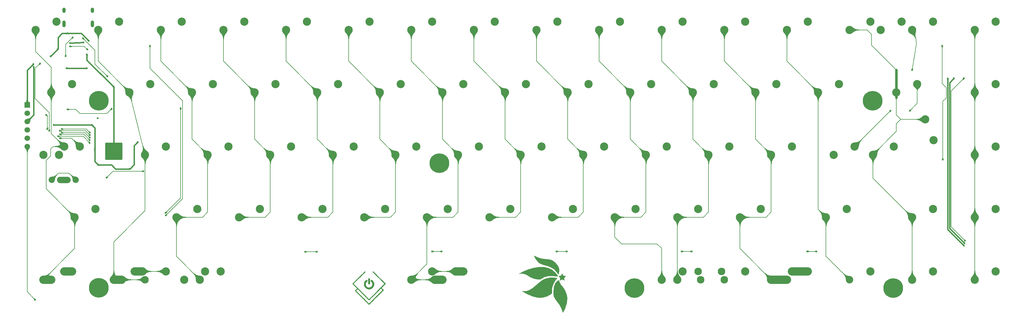
<source format=gbr>
G04 #@! TF.GenerationSoftware,KiCad,Pcbnew,(5.1.10)-1*
G04 #@! TF.CreationDate,2021-07-14T14:22:31+07:00*
G04 #@! TF.ProjectId,uso!VNC,75736f21-564e-4432-9e6b-696361645f70,rev?*
G04 #@! TF.SameCoordinates,Original*
G04 #@! TF.FileFunction,Copper,L1,Top*
G04 #@! TF.FilePolarity,Positive*
%FSLAX46Y46*%
G04 Gerber Fmt 4.6, Leading zero omitted, Abs format (unit mm)*
G04 Created by KiCad (PCBNEW (5.1.10)-1) date 2021-07-14 14:22:31*
%MOMM*%
%LPD*%
G01*
G04 APERTURE LIST*
G04 #@! TA.AperFunction,EtchedComponent*
%ADD10C,0.010000*%
G04 #@! TD*
G04 #@! TA.AperFunction,ComponentPad*
%ADD11C,2.500000*%
G04 #@! TD*
G04 #@! TA.AperFunction,ComponentPad*
%ADD12C,2.300000*%
G04 #@! TD*
G04 #@! TA.AperFunction,ComponentPad*
%ADD13C,1.905000*%
G04 #@! TD*
G04 #@! TA.AperFunction,ComponentPad*
%ADD14C,0.500000*%
G04 #@! TD*
G04 #@! TA.AperFunction,ComponentPad*
%ADD15O,1.000000X1.600000*%
G04 #@! TD*
G04 #@! TA.AperFunction,ComponentPad*
%ADD16O,1.000000X2.100000*%
G04 #@! TD*
G04 #@! TA.AperFunction,ComponentPad*
%ADD17R,1.700000X1.700000*%
G04 #@! TD*
G04 #@! TA.AperFunction,ComponentPad*
%ADD18C,1.700000*%
G04 #@! TD*
G04 #@! TA.AperFunction,ComponentPad*
%ADD19C,1.000000*%
G04 #@! TD*
G04 #@! TA.AperFunction,ComponentPad*
%ADD20C,6.000000*%
G04 #@! TD*
G04 #@! TA.AperFunction,ComponentPad*
%ADD21C,2.250000*%
G04 #@! TD*
G04 #@! TA.AperFunction,ViaPad*
%ADD22C,0.600000*%
G04 #@! TD*
G04 #@! TA.AperFunction,Conductor*
%ADD23C,0.200000*%
G04 #@! TD*
G04 #@! TA.AperFunction,Conductor*
%ADD24C,2.500000*%
G04 #@! TD*
G04 #@! TA.AperFunction,Conductor*
%ADD25C,0.400000*%
G04 #@! TD*
G04 #@! TA.AperFunction,Conductor*
%ADD26C,1.905000*%
G04 #@! TD*
G04 #@! TA.AperFunction,Conductor*
%ADD27C,0.800000*%
G04 #@! TD*
G04 #@! TA.AperFunction,Conductor*
%ADD28C,0.025400*%
G04 #@! TD*
G04 #@! TA.AperFunction,Conductor*
%ADD29C,0.100000*%
G04 #@! TD*
G04 APERTURE END LIST*
D10*
G36*
X205045572Y-104467673D02*
G01*
X205092633Y-104489543D01*
X205165389Y-104524340D01*
X205259194Y-104569828D01*
X205369402Y-104623769D01*
X205473353Y-104675014D01*
X205760292Y-104812923D01*
X206031662Y-104934321D01*
X206292803Y-105040586D01*
X206549053Y-105133097D01*
X206805752Y-105213231D01*
X207068240Y-105282367D01*
X207341856Y-105341883D01*
X207631940Y-105393158D01*
X207943830Y-105437570D01*
X208282866Y-105476498D01*
X208654388Y-105511319D01*
X208741160Y-105518578D01*
X209034823Y-105544873D01*
X209294248Y-105573207D01*
X209524263Y-105604649D01*
X209729694Y-105640272D01*
X209915370Y-105681146D01*
X210086116Y-105728344D01*
X210246760Y-105782936D01*
X210402130Y-105845995D01*
X210557053Y-105918591D01*
X210568007Y-105924058D01*
X210768816Y-106032299D01*
X210956403Y-106150450D01*
X211138382Y-106284209D01*
X211322371Y-106439275D01*
X211515987Y-106621348D01*
X211565403Y-106670368D01*
X211815160Y-106934775D01*
X212028667Y-107193342D01*
X212206987Y-107449629D01*
X212351183Y-107707197D01*
X212462319Y-107969608D01*
X212541458Y-108240422D01*
X212589662Y-108523201D01*
X212607996Y-108821506D01*
X212597522Y-109138898D01*
X212559303Y-109478938D01*
X212502026Y-109807470D01*
X212476453Y-109939145D01*
X212457014Y-110034372D01*
X212439654Y-110094426D01*
X212420322Y-110120586D01*
X212394964Y-110114127D01*
X212359528Y-110076328D01*
X212309960Y-110008465D01*
X212242208Y-109911816D01*
X212229179Y-109893443D01*
X211966514Y-109539587D01*
X211706785Y-109221589D01*
X211446944Y-108936690D01*
X211183943Y-108682131D01*
X210914734Y-108455155D01*
X210636270Y-108253002D01*
X210345502Y-108072915D01*
X210040468Y-107912660D01*
X209914961Y-107853533D01*
X209792082Y-107799184D01*
X209667106Y-107748016D01*
X209535307Y-107698434D01*
X209391963Y-107648843D01*
X209232347Y-107597647D01*
X209051735Y-107543250D01*
X208845403Y-107484056D01*
X208608627Y-107418471D01*
X208448083Y-107374876D01*
X208212778Y-107310646D01*
X208010423Y-107253657D01*
X207835938Y-107202165D01*
X207684244Y-107154426D01*
X207550259Y-107108697D01*
X207428905Y-107063236D01*
X207315101Y-107016299D01*
X207203766Y-106966143D01*
X207089822Y-106911025D01*
X207075563Y-106903910D01*
X206818351Y-106763171D01*
X206584926Y-106608615D01*
X206364393Y-106432277D01*
X206145858Y-106226192D01*
X206138788Y-106219029D01*
X205914835Y-105974734D01*
X205709374Y-105714104D01*
X205517992Y-105430814D01*
X205336276Y-105118539D01*
X205233418Y-104921342D01*
X205191635Y-104836096D01*
X205148558Y-104744716D01*
X205107549Y-104654771D01*
X205071973Y-104573831D01*
X205045193Y-104509463D01*
X205030570Y-104469237D01*
X205028853Y-104460968D01*
X205045572Y-104467673D01*
G37*
X205045572Y-104467673D02*
X205092633Y-104489543D01*
X205165389Y-104524340D01*
X205259194Y-104569828D01*
X205369402Y-104623769D01*
X205473353Y-104675014D01*
X205760292Y-104812923D01*
X206031662Y-104934321D01*
X206292803Y-105040586D01*
X206549053Y-105133097D01*
X206805752Y-105213231D01*
X207068240Y-105282367D01*
X207341856Y-105341883D01*
X207631940Y-105393158D01*
X207943830Y-105437570D01*
X208282866Y-105476498D01*
X208654388Y-105511319D01*
X208741160Y-105518578D01*
X209034823Y-105544873D01*
X209294248Y-105573207D01*
X209524263Y-105604649D01*
X209729694Y-105640272D01*
X209915370Y-105681146D01*
X210086116Y-105728344D01*
X210246760Y-105782936D01*
X210402130Y-105845995D01*
X210557053Y-105918591D01*
X210568007Y-105924058D01*
X210768816Y-106032299D01*
X210956403Y-106150450D01*
X211138382Y-106284209D01*
X211322371Y-106439275D01*
X211515987Y-106621348D01*
X211565403Y-106670368D01*
X211815160Y-106934775D01*
X212028667Y-107193342D01*
X212206987Y-107449629D01*
X212351183Y-107707197D01*
X212462319Y-107969608D01*
X212541458Y-108240422D01*
X212589662Y-108523201D01*
X212607996Y-108821506D01*
X212597522Y-109138898D01*
X212559303Y-109478938D01*
X212502026Y-109807470D01*
X212476453Y-109939145D01*
X212457014Y-110034372D01*
X212439654Y-110094426D01*
X212420322Y-110120586D01*
X212394964Y-110114127D01*
X212359528Y-110076328D01*
X212309960Y-110008465D01*
X212242208Y-109911816D01*
X212229179Y-109893443D01*
X211966514Y-109539587D01*
X211706785Y-109221589D01*
X211446944Y-108936690D01*
X211183943Y-108682131D01*
X210914734Y-108455155D01*
X210636270Y-108253002D01*
X210345502Y-108072915D01*
X210040468Y-107912660D01*
X209914961Y-107853533D01*
X209792082Y-107799184D01*
X209667106Y-107748016D01*
X209535307Y-107698434D01*
X209391963Y-107648843D01*
X209232347Y-107597647D01*
X209051735Y-107543250D01*
X208845403Y-107484056D01*
X208608627Y-107418471D01*
X208448083Y-107374876D01*
X208212778Y-107310646D01*
X208010423Y-107253657D01*
X207835938Y-107202165D01*
X207684244Y-107154426D01*
X207550259Y-107108697D01*
X207428905Y-107063236D01*
X207315101Y-107016299D01*
X207203766Y-106966143D01*
X207089822Y-106911025D01*
X207075563Y-106903910D01*
X206818351Y-106763171D01*
X206584926Y-106608615D01*
X206364393Y-106432277D01*
X206145858Y-106226192D01*
X206138788Y-106219029D01*
X205914835Y-105974734D01*
X205709374Y-105714104D01*
X205517992Y-105430814D01*
X205336276Y-105118539D01*
X205233418Y-104921342D01*
X205191635Y-104836096D01*
X205148558Y-104744716D01*
X205107549Y-104654771D01*
X205071973Y-104573831D01*
X205045193Y-104509463D01*
X205030570Y-104469237D01*
X205028853Y-104460968D01*
X205045572Y-104467673D01*
G36*
X207583790Y-107921844D02*
G01*
X207954178Y-107946559D01*
X208301786Y-107986979D01*
X208505302Y-108020421D01*
X208966697Y-108124414D01*
X209406790Y-108261166D01*
X209825617Y-108430699D01*
X210223213Y-108633036D01*
X210599615Y-108868199D01*
X210954859Y-109136210D01*
X211288980Y-109437093D01*
X211602016Y-109770869D01*
X211883216Y-110122925D01*
X211944940Y-110208891D01*
X212009409Y-110302881D01*
X212072718Y-110398706D01*
X212130961Y-110490175D01*
X212180231Y-110571099D01*
X212216625Y-110635286D01*
X212236235Y-110676546D01*
X212238545Y-110686114D01*
X212219825Y-110696267D01*
X212166576Y-110702800D01*
X212083168Y-110705837D01*
X211973970Y-110705503D01*
X211843349Y-110701923D01*
X211695676Y-110695222D01*
X211535319Y-110685525D01*
X211366646Y-110672956D01*
X211194026Y-110657641D01*
X211173699Y-110655669D01*
X210890262Y-110630881D01*
X210609910Y-110612067D01*
X210338329Y-110599357D01*
X210081205Y-110592878D01*
X209844224Y-110592759D01*
X209633071Y-110599129D01*
X209453432Y-110612116D01*
X209417793Y-110615980D01*
X209011086Y-110679788D01*
X208620256Y-110775336D01*
X208241477Y-110904098D01*
X207870921Y-111067548D01*
X207504763Y-111267161D01*
X207174063Y-111480158D01*
X206964889Y-111624547D01*
X206587909Y-111621134D01*
X206463846Y-111619713D01*
X206347282Y-111617832D01*
X206246174Y-111615661D01*
X206168475Y-111613369D01*
X206123007Y-111611192D01*
X206068835Y-111606192D01*
X205987168Y-111597471D01*
X205889270Y-111586274D01*
X205790853Y-111574403D01*
X205502091Y-111531425D01*
X205224230Y-111474527D01*
X204952367Y-111401798D01*
X204681600Y-111311326D01*
X204407025Y-111201199D01*
X204123741Y-111069507D01*
X203826846Y-110914337D01*
X203511436Y-110733778D01*
X203289930Y-110599269D01*
X203038198Y-110446376D01*
X202812397Y-110316108D01*
X202608109Y-110206475D01*
X202420917Y-110115482D01*
X202246406Y-110041136D01*
X202080159Y-109981445D01*
X201917758Y-109934416D01*
X201754789Y-109898055D01*
X201722733Y-109892068D01*
X201574404Y-109872661D01*
X201398821Y-109861803D01*
X201206805Y-109859258D01*
X201009178Y-109864795D01*
X200816763Y-109878179D01*
X200640383Y-109899176D01*
X200535007Y-109917708D01*
X200527272Y-109914279D01*
X200550395Y-109895368D01*
X200600394Y-109863194D01*
X200673290Y-109819977D01*
X200765101Y-109767938D01*
X200871848Y-109709295D01*
X200989549Y-109646268D01*
X201114226Y-109581077D01*
X201241896Y-109515942D01*
X201365391Y-109454641D01*
X201953150Y-109180772D01*
X202547570Y-108930038D01*
X203144550Y-108703731D01*
X203739991Y-108503145D01*
X204329792Y-108329572D01*
X204909851Y-108184304D01*
X205476068Y-108068635D01*
X206024342Y-107983857D01*
X206035083Y-107982488D01*
X206416267Y-107943154D01*
X206806802Y-107920017D01*
X207198653Y-107912955D01*
X207583790Y-107921844D01*
G37*
X207583790Y-107921844D02*
X207954178Y-107946559D01*
X208301786Y-107986979D01*
X208505302Y-108020421D01*
X208966697Y-108124414D01*
X209406790Y-108261166D01*
X209825617Y-108430699D01*
X210223213Y-108633036D01*
X210599615Y-108868199D01*
X210954859Y-109136210D01*
X211288980Y-109437093D01*
X211602016Y-109770869D01*
X211883216Y-110122925D01*
X211944940Y-110208891D01*
X212009409Y-110302881D01*
X212072718Y-110398706D01*
X212130961Y-110490175D01*
X212180231Y-110571099D01*
X212216625Y-110635286D01*
X212236235Y-110676546D01*
X212238545Y-110686114D01*
X212219825Y-110696267D01*
X212166576Y-110702800D01*
X212083168Y-110705837D01*
X211973970Y-110705503D01*
X211843349Y-110701923D01*
X211695676Y-110695222D01*
X211535319Y-110685525D01*
X211366646Y-110672956D01*
X211194026Y-110657641D01*
X211173699Y-110655669D01*
X210890262Y-110630881D01*
X210609910Y-110612067D01*
X210338329Y-110599357D01*
X210081205Y-110592878D01*
X209844224Y-110592759D01*
X209633071Y-110599129D01*
X209453432Y-110612116D01*
X209417793Y-110615980D01*
X209011086Y-110679788D01*
X208620256Y-110775336D01*
X208241477Y-110904098D01*
X207870921Y-111067548D01*
X207504763Y-111267161D01*
X207174063Y-111480158D01*
X206964889Y-111624547D01*
X206587909Y-111621134D01*
X206463846Y-111619713D01*
X206347282Y-111617832D01*
X206246174Y-111615661D01*
X206168475Y-111613369D01*
X206123007Y-111611192D01*
X206068835Y-111606192D01*
X205987168Y-111597471D01*
X205889270Y-111586274D01*
X205790853Y-111574403D01*
X205502091Y-111531425D01*
X205224230Y-111474527D01*
X204952367Y-111401798D01*
X204681600Y-111311326D01*
X204407025Y-111201199D01*
X204123741Y-111069507D01*
X203826846Y-110914337D01*
X203511436Y-110733778D01*
X203289930Y-110599269D01*
X203038198Y-110446376D01*
X202812397Y-110316108D01*
X202608109Y-110206475D01*
X202420917Y-110115482D01*
X202246406Y-110041136D01*
X202080159Y-109981445D01*
X201917758Y-109934416D01*
X201754789Y-109898055D01*
X201722733Y-109892068D01*
X201574404Y-109872661D01*
X201398821Y-109861803D01*
X201206805Y-109859258D01*
X201009178Y-109864795D01*
X200816763Y-109878179D01*
X200640383Y-109899176D01*
X200535007Y-109917708D01*
X200527272Y-109914279D01*
X200550395Y-109895368D01*
X200600394Y-109863194D01*
X200673290Y-109819977D01*
X200765101Y-109767938D01*
X200871848Y-109709295D01*
X200989549Y-109646268D01*
X201114226Y-109581077D01*
X201241896Y-109515942D01*
X201365391Y-109454641D01*
X201953150Y-109180772D01*
X202547570Y-108930038D01*
X203144550Y-108703731D01*
X203739991Y-108503145D01*
X204329792Y-108329572D01*
X204909851Y-108184304D01*
X205476068Y-108068635D01*
X206024342Y-107983857D01*
X206035083Y-107982488D01*
X206416267Y-107943154D01*
X206806802Y-107920017D01*
X207198653Y-107912955D01*
X207583790Y-107921844D01*
G36*
X210575965Y-111120285D02*
G01*
X210841849Y-111129820D01*
X211103568Y-111147425D01*
X211352664Y-111172998D01*
X211457007Y-111186880D01*
X211542412Y-111200344D01*
X211639233Y-111217505D01*
X211739543Y-111236723D01*
X211835420Y-111256360D01*
X211918938Y-111274774D01*
X211982174Y-111290328D01*
X212017203Y-111301381D01*
X212021028Y-111303576D01*
X212011386Y-111319499D01*
X211979870Y-111358299D01*
X211931289Y-111414299D01*
X211870449Y-111481827D01*
X211864721Y-111488074D01*
X211626252Y-111769847D01*
X211398695Y-112081862D01*
X211187115Y-112415721D01*
X210996579Y-112763031D01*
X210832154Y-113115394D01*
X210736054Y-113358501D01*
X210608289Y-113759078D01*
X210510794Y-114174144D01*
X210444687Y-114596152D01*
X210411083Y-115017559D01*
X210411100Y-115430818D01*
X210415886Y-115522470D01*
X210423642Y-115639165D01*
X210427880Y-115726544D01*
X210425073Y-115792290D01*
X210411694Y-115844087D01*
X210384217Y-115889616D01*
X210339116Y-115936561D01*
X210272863Y-115992604D01*
X210181931Y-116065429D01*
X210157699Y-116084921D01*
X209804340Y-116346838D01*
X209437638Y-116572660D01*
X209055903Y-116763129D01*
X208657443Y-116918986D01*
X208240568Y-117040971D01*
X207803585Y-117129825D01*
X207755795Y-117137366D01*
X207645346Y-117152308D01*
X207528065Y-117163791D01*
X207396333Y-117172280D01*
X207242533Y-117178242D01*
X207059048Y-117182142D01*
X207012007Y-117182794D01*
X206873078Y-117184211D01*
X206743077Y-117184879D01*
X206628408Y-117184815D01*
X206535478Y-117184039D01*
X206470693Y-117182570D01*
X206445391Y-117181126D01*
X205934896Y-117116344D01*
X205435668Y-117025539D01*
X204943130Y-116907299D01*
X204452708Y-116760211D01*
X203959825Y-116582862D01*
X203459906Y-116373839D01*
X202948376Y-116131728D01*
X202794071Y-116053513D01*
X202658045Y-115982471D01*
X202513202Y-115904952D01*
X202370305Y-115826845D01*
X202240119Y-115754036D01*
X202133407Y-115692414D01*
X202127391Y-115688847D01*
X202031421Y-115630729D01*
X201928505Y-115566508D01*
X201823692Y-115499550D01*
X201722031Y-115433220D01*
X201628570Y-115370883D01*
X201548359Y-115315905D01*
X201486448Y-115271653D01*
X201447884Y-115241490D01*
X201437462Y-115228963D01*
X201458313Y-115229256D01*
X201505017Y-115236673D01*
X201541253Y-115243998D01*
X201588629Y-115250080D01*
X201668154Y-115255588D01*
X201772901Y-115260249D01*
X201895944Y-115263788D01*
X202030355Y-115265931D01*
X202107853Y-115266418D01*
X202298098Y-115265543D01*
X202457987Y-115260956D01*
X202596159Y-115251409D01*
X202721259Y-115235654D01*
X202841926Y-115212443D01*
X202966804Y-115180528D01*
X203104534Y-115138662D01*
X203192237Y-115109822D01*
X203379289Y-115041424D01*
X203565580Y-114961218D01*
X203753798Y-114867362D01*
X203946629Y-114758012D01*
X204146757Y-114631325D01*
X204356868Y-114485459D01*
X204579649Y-114318571D01*
X204817784Y-114128817D01*
X205073961Y-113914355D01*
X205350863Y-113673343D01*
X205566160Y-113480908D01*
X205745573Y-113320176D01*
X205925634Y-113161041D01*
X206101517Y-113007650D01*
X206268401Y-112864150D01*
X206421460Y-112734686D01*
X206555870Y-112623406D01*
X206666808Y-112534455D01*
X206671771Y-112530576D01*
X207038850Y-112256362D01*
X207395009Y-112016208D01*
X207744494Y-111808160D01*
X208091551Y-111630263D01*
X208440429Y-111480565D01*
X208795372Y-111357110D01*
X209160628Y-111257945D01*
X209540443Y-111181116D01*
X209639930Y-111164895D01*
X209837898Y-111141126D01*
X210065532Y-111125835D01*
X210314374Y-111118923D01*
X210575965Y-111120285D01*
G37*
X210575965Y-111120285D02*
X210841849Y-111129820D01*
X211103568Y-111147425D01*
X211352664Y-111172998D01*
X211457007Y-111186880D01*
X211542412Y-111200344D01*
X211639233Y-111217505D01*
X211739543Y-111236723D01*
X211835420Y-111256360D01*
X211918938Y-111274774D01*
X211982174Y-111290328D01*
X212017203Y-111301381D01*
X212021028Y-111303576D01*
X212011386Y-111319499D01*
X211979870Y-111358299D01*
X211931289Y-111414299D01*
X211870449Y-111481827D01*
X211864721Y-111488074D01*
X211626252Y-111769847D01*
X211398695Y-112081862D01*
X211187115Y-112415721D01*
X210996579Y-112763031D01*
X210832154Y-113115394D01*
X210736054Y-113358501D01*
X210608289Y-113759078D01*
X210510794Y-114174144D01*
X210444687Y-114596152D01*
X210411083Y-115017559D01*
X210411100Y-115430818D01*
X210415886Y-115522470D01*
X210423642Y-115639165D01*
X210427880Y-115726544D01*
X210425073Y-115792290D01*
X210411694Y-115844087D01*
X210384217Y-115889616D01*
X210339116Y-115936561D01*
X210272863Y-115992604D01*
X210181931Y-116065429D01*
X210157699Y-116084921D01*
X209804340Y-116346838D01*
X209437638Y-116572660D01*
X209055903Y-116763129D01*
X208657443Y-116918986D01*
X208240568Y-117040971D01*
X207803585Y-117129825D01*
X207755795Y-117137366D01*
X207645346Y-117152308D01*
X207528065Y-117163791D01*
X207396333Y-117172280D01*
X207242533Y-117178242D01*
X207059048Y-117182142D01*
X207012007Y-117182794D01*
X206873078Y-117184211D01*
X206743077Y-117184879D01*
X206628408Y-117184815D01*
X206535478Y-117184039D01*
X206470693Y-117182570D01*
X206445391Y-117181126D01*
X205934896Y-117116344D01*
X205435668Y-117025539D01*
X204943130Y-116907299D01*
X204452708Y-116760211D01*
X203959825Y-116582862D01*
X203459906Y-116373839D01*
X202948376Y-116131728D01*
X202794071Y-116053513D01*
X202658045Y-115982471D01*
X202513202Y-115904952D01*
X202370305Y-115826845D01*
X202240119Y-115754036D01*
X202133407Y-115692414D01*
X202127391Y-115688847D01*
X202031421Y-115630729D01*
X201928505Y-115566508D01*
X201823692Y-115499550D01*
X201722031Y-115433220D01*
X201628570Y-115370883D01*
X201548359Y-115315905D01*
X201486448Y-115271653D01*
X201447884Y-115241490D01*
X201437462Y-115228963D01*
X201458313Y-115229256D01*
X201505017Y-115236673D01*
X201541253Y-115243998D01*
X201588629Y-115250080D01*
X201668154Y-115255588D01*
X201772901Y-115260249D01*
X201895944Y-115263788D01*
X202030355Y-115265931D01*
X202107853Y-115266418D01*
X202298098Y-115265543D01*
X202457987Y-115260956D01*
X202596159Y-115251409D01*
X202721259Y-115235654D01*
X202841926Y-115212443D01*
X202966804Y-115180528D01*
X203104534Y-115138662D01*
X203192237Y-115109822D01*
X203379289Y-115041424D01*
X203565580Y-114961218D01*
X203753798Y-114867362D01*
X203946629Y-114758012D01*
X204146757Y-114631325D01*
X204356868Y-114485459D01*
X204579649Y-114318571D01*
X204817784Y-114128817D01*
X205073961Y-113914355D01*
X205350863Y-113673343D01*
X205566160Y-113480908D01*
X205745573Y-113320176D01*
X205925634Y-113161041D01*
X206101517Y-113007650D01*
X206268401Y-112864150D01*
X206421460Y-112734686D01*
X206555870Y-112623406D01*
X206666808Y-112534455D01*
X206671771Y-112530576D01*
X207038850Y-112256362D01*
X207395009Y-112016208D01*
X207744494Y-111808160D01*
X208091551Y-111630263D01*
X208440429Y-111480565D01*
X208795372Y-111357110D01*
X209160628Y-111257945D01*
X209540443Y-111181116D01*
X209639930Y-111164895D01*
X209837898Y-111141126D01*
X210065532Y-111125835D01*
X210314374Y-111118923D01*
X210575965Y-111120285D01*
G36*
X212569199Y-111949446D02*
G01*
X212579907Y-111973924D01*
X212598203Y-112028271D01*
X212621580Y-112104608D01*
X212647534Y-112195054D01*
X212649167Y-112200932D01*
X212745287Y-112509849D01*
X212852837Y-112783479D01*
X212972872Y-113024208D01*
X213106450Y-113234425D01*
X213106553Y-113234568D01*
X213149225Y-113290867D01*
X213210994Y-113368344D01*
X213285177Y-113458808D01*
X213365093Y-113554069D01*
X213410932Y-113607701D01*
X213624847Y-113864690D01*
X213813182Y-114110742D01*
X213982709Y-114356111D01*
X214140199Y-114611051D01*
X214292422Y-114885815D01*
X214417375Y-115131701D01*
X214550620Y-115409844D01*
X214663486Y-115662074D01*
X214757917Y-115894554D01*
X214835857Y-116113447D01*
X214899248Y-116324913D01*
X214950035Y-116535116D01*
X214990161Y-116750216D01*
X215021568Y-116976376D01*
X215033595Y-117085547D01*
X215042826Y-117215978D01*
X215047613Y-117375347D01*
X215048192Y-117553797D01*
X215044795Y-117741469D01*
X215037656Y-117928505D01*
X215027009Y-118105049D01*
X215013088Y-118261242D01*
X215003967Y-118336009D01*
X214918620Y-118830803D01*
X214798119Y-119335824D01*
X214643714Y-119847095D01*
X214456655Y-120360639D01*
X214238193Y-120872476D01*
X214144449Y-121071393D01*
X214071209Y-121219780D01*
X214000895Y-121356706D01*
X213935536Y-121478660D01*
X213877163Y-121582133D01*
X213827807Y-121663615D01*
X213789497Y-121719594D01*
X213764263Y-121746561D01*
X213754876Y-121744946D01*
X213745927Y-121717044D01*
X213727664Y-121658970D01*
X213702329Y-121577884D01*
X213672159Y-121480943D01*
X213654200Y-121423086D01*
X213555770Y-121120775D01*
X213452274Y-120834568D01*
X213341246Y-120559898D01*
X213220221Y-120292203D01*
X213086733Y-120026918D01*
X212938315Y-119759477D01*
X212772502Y-119485317D01*
X212586828Y-119199872D01*
X212378827Y-118898580D01*
X212146033Y-118576874D01*
X212038192Y-118431792D01*
X211904804Y-118253234D01*
X211792284Y-118101641D01*
X211697779Y-117972926D01*
X211618436Y-117863000D01*
X211551402Y-117767775D01*
X211493824Y-117683164D01*
X211442849Y-117605077D01*
X211395625Y-117529427D01*
X211349299Y-117452125D01*
X211322190Y-117405737D01*
X211165290Y-117100334D01*
X211044707Y-116786290D01*
X210994567Y-116613993D01*
X210939237Y-116401701D01*
X210940664Y-115766701D01*
X210942591Y-115512645D01*
X210947536Y-115289657D01*
X210956077Y-115089802D01*
X210968793Y-114905148D01*
X210986264Y-114727761D01*
X211009070Y-114549708D01*
X211037788Y-114363056D01*
X211047288Y-114306285D01*
X211125019Y-113915499D01*
X211219762Y-113557121D01*
X211331264Y-113231660D01*
X211459274Y-112939624D01*
X211603538Y-112681523D01*
X211763804Y-112457865D01*
X211939819Y-112269158D01*
X212131331Y-112115911D01*
X212137426Y-112111790D01*
X212212833Y-112066360D01*
X212297037Y-112023987D01*
X212382052Y-111987676D01*
X212459892Y-111960429D01*
X212522570Y-111945248D01*
X212562100Y-111945137D01*
X212569199Y-111949446D01*
G37*
X212569199Y-111949446D02*
X212579907Y-111973924D01*
X212598203Y-112028271D01*
X212621580Y-112104608D01*
X212647534Y-112195054D01*
X212649167Y-112200932D01*
X212745287Y-112509849D01*
X212852837Y-112783479D01*
X212972872Y-113024208D01*
X213106450Y-113234425D01*
X213106553Y-113234568D01*
X213149225Y-113290867D01*
X213210994Y-113368344D01*
X213285177Y-113458808D01*
X213365093Y-113554069D01*
X213410932Y-113607701D01*
X213624847Y-113864690D01*
X213813182Y-114110742D01*
X213982709Y-114356111D01*
X214140199Y-114611051D01*
X214292422Y-114885815D01*
X214417375Y-115131701D01*
X214550620Y-115409844D01*
X214663486Y-115662074D01*
X214757917Y-115894554D01*
X214835857Y-116113447D01*
X214899248Y-116324913D01*
X214950035Y-116535116D01*
X214990161Y-116750216D01*
X215021568Y-116976376D01*
X215033595Y-117085547D01*
X215042826Y-117215978D01*
X215047613Y-117375347D01*
X215048192Y-117553797D01*
X215044795Y-117741469D01*
X215037656Y-117928505D01*
X215027009Y-118105049D01*
X215013088Y-118261242D01*
X215003967Y-118336009D01*
X214918620Y-118830803D01*
X214798119Y-119335824D01*
X214643714Y-119847095D01*
X214456655Y-120360639D01*
X214238193Y-120872476D01*
X214144449Y-121071393D01*
X214071209Y-121219780D01*
X214000895Y-121356706D01*
X213935536Y-121478660D01*
X213877163Y-121582133D01*
X213827807Y-121663615D01*
X213789497Y-121719594D01*
X213764263Y-121746561D01*
X213754876Y-121744946D01*
X213745927Y-121717044D01*
X213727664Y-121658970D01*
X213702329Y-121577884D01*
X213672159Y-121480943D01*
X213654200Y-121423086D01*
X213555770Y-121120775D01*
X213452274Y-120834568D01*
X213341246Y-120559898D01*
X213220221Y-120292203D01*
X213086733Y-120026918D01*
X212938315Y-119759477D01*
X212772502Y-119485317D01*
X212586828Y-119199872D01*
X212378827Y-118898580D01*
X212146033Y-118576874D01*
X212038192Y-118431792D01*
X211904804Y-118253234D01*
X211792284Y-118101641D01*
X211697779Y-117972926D01*
X211618436Y-117863000D01*
X211551402Y-117767775D01*
X211493824Y-117683164D01*
X211442849Y-117605077D01*
X211395625Y-117529427D01*
X211349299Y-117452125D01*
X211322190Y-117405737D01*
X211165290Y-117100334D01*
X211044707Y-116786290D01*
X210994567Y-116613993D01*
X210939237Y-116401701D01*
X210940664Y-115766701D01*
X210942591Y-115512645D01*
X210947536Y-115289657D01*
X210956077Y-115089802D01*
X210968793Y-114905148D01*
X210986264Y-114727761D01*
X211009070Y-114549708D01*
X211037788Y-114363056D01*
X211047288Y-114306285D01*
X211125019Y-113915499D01*
X211219762Y-113557121D01*
X211331264Y-113231660D01*
X211459274Y-112939624D01*
X211603538Y-112681523D01*
X211763804Y-112457865D01*
X211939819Y-112269158D01*
X212131331Y-112115911D01*
X212137426Y-112111790D01*
X212212833Y-112066360D01*
X212297037Y-112023987D01*
X212382052Y-111987676D01*
X212459892Y-111960429D01*
X212522570Y-111945248D01*
X212562100Y-111945137D01*
X212569199Y-111949446D01*
G36*
X213559840Y-109940931D02*
G01*
X213587848Y-109985900D01*
X213628455Y-110054285D01*
X213678468Y-110140714D01*
X213731587Y-110234288D01*
X213905782Y-110543828D01*
X214244567Y-110607515D01*
X214354734Y-110628958D01*
X214451017Y-110649092D01*
X214527050Y-110666471D01*
X214576467Y-110679653D01*
X214592828Y-110686536D01*
X214583241Y-110705066D01*
X214550785Y-110747010D01*
X214499561Y-110807505D01*
X214433669Y-110881689D01*
X214368040Y-110953111D01*
X214274268Y-111055528D01*
X214206441Y-111134157D01*
X214162141Y-111192096D01*
X214138955Y-111232442D01*
X214133969Y-111253258D01*
X214136367Y-111288956D01*
X214142862Y-111355520D01*
X214152607Y-111445051D01*
X214164758Y-111549650D01*
X214172522Y-111613674D01*
X214185208Y-111719016D01*
X214195576Y-111809636D01*
X214202917Y-111878947D01*
X214206521Y-111920365D01*
X214206521Y-111929210D01*
X214188309Y-111922711D01*
X214140465Y-111902190D01*
X214068741Y-111870207D01*
X213978887Y-111829323D01*
X213890777Y-111788661D01*
X213787451Y-111741521D01*
X213694800Y-111700814D01*
X213619260Y-111669246D01*
X213567272Y-111649523D01*
X213546691Y-111644086D01*
X213516907Y-111652068D01*
X213460193Y-111673785D01*
X213384770Y-111705895D01*
X213301229Y-111743938D01*
X213170731Y-111804825D01*
X213060503Y-111855532D01*
X212973976Y-111894521D01*
X212914579Y-111920253D01*
X212885745Y-111931191D01*
X212883507Y-111931203D01*
X212885844Y-111911559D01*
X212892182Y-111859705D01*
X212901712Y-111782213D01*
X212913626Y-111685653D01*
X212922391Y-111614778D01*
X212935635Y-111504904D01*
X212946951Y-111405549D01*
X212955494Y-111324592D01*
X212960414Y-111269911D01*
X212961275Y-111253258D01*
X212952531Y-111224219D01*
X212924510Y-111179943D01*
X212874798Y-111117333D01*
X212800978Y-111033291D01*
X212727204Y-110953111D01*
X212651937Y-110871013D01*
X212587793Y-110798399D01*
X212538872Y-110740133D01*
X212509274Y-110701076D01*
X212502416Y-110686536D01*
X212523804Y-110678129D01*
X212577292Y-110664279D01*
X212656513Y-110646432D01*
X212755102Y-110626030D01*
X212850677Y-110607515D01*
X213189461Y-110543828D01*
X213363657Y-110234288D01*
X213419634Y-110135726D01*
X213469225Y-110050125D01*
X213509240Y-109982857D01*
X213536485Y-109939290D01*
X213547622Y-109924748D01*
X213559840Y-109940931D01*
G37*
X213559840Y-109940931D02*
X213587848Y-109985900D01*
X213628455Y-110054285D01*
X213678468Y-110140714D01*
X213731587Y-110234288D01*
X213905782Y-110543828D01*
X214244567Y-110607515D01*
X214354734Y-110628958D01*
X214451017Y-110649092D01*
X214527050Y-110666471D01*
X214576467Y-110679653D01*
X214592828Y-110686536D01*
X214583241Y-110705066D01*
X214550785Y-110747010D01*
X214499561Y-110807505D01*
X214433669Y-110881689D01*
X214368040Y-110953111D01*
X214274268Y-111055528D01*
X214206441Y-111134157D01*
X214162141Y-111192096D01*
X214138955Y-111232442D01*
X214133969Y-111253258D01*
X214136367Y-111288956D01*
X214142862Y-111355520D01*
X214152607Y-111445051D01*
X214164758Y-111549650D01*
X214172522Y-111613674D01*
X214185208Y-111719016D01*
X214195576Y-111809636D01*
X214202917Y-111878947D01*
X214206521Y-111920365D01*
X214206521Y-111929210D01*
X214188309Y-111922711D01*
X214140465Y-111902190D01*
X214068741Y-111870207D01*
X213978887Y-111829323D01*
X213890777Y-111788661D01*
X213787451Y-111741521D01*
X213694800Y-111700814D01*
X213619260Y-111669246D01*
X213567272Y-111649523D01*
X213546691Y-111644086D01*
X213516907Y-111652068D01*
X213460193Y-111673785D01*
X213384770Y-111705895D01*
X213301229Y-111743938D01*
X213170731Y-111804825D01*
X213060503Y-111855532D01*
X212973976Y-111894521D01*
X212914579Y-111920253D01*
X212885745Y-111931191D01*
X212883507Y-111931203D01*
X212885844Y-111911559D01*
X212892182Y-111859705D01*
X212901712Y-111782213D01*
X212913626Y-111685653D01*
X212922391Y-111614778D01*
X212935635Y-111504904D01*
X212946951Y-111405549D01*
X212955494Y-111324592D01*
X212960414Y-111269911D01*
X212961275Y-111253258D01*
X212952531Y-111224219D01*
X212924510Y-111179943D01*
X212874798Y-111117333D01*
X212800978Y-111033291D01*
X212727204Y-110953111D01*
X212651937Y-110871013D01*
X212587793Y-110798399D01*
X212538872Y-110740133D01*
X212509274Y-110701076D01*
X212502416Y-110686536D01*
X212523804Y-110678129D01*
X212577292Y-110664279D01*
X212656513Y-110646432D01*
X212755102Y-110626030D01*
X212850677Y-110607515D01*
X213189461Y-110543828D01*
X213363657Y-110234288D01*
X213419634Y-110135726D01*
X213469225Y-110050125D01*
X213509240Y-109982857D01*
X213536485Y-109939290D01*
X213547622Y-109924748D01*
X213559840Y-109940931D01*
G36*
X154830613Y-111340484D02*
G01*
X154872520Y-111351943D01*
X154883780Y-111356503D01*
X154926914Y-111381123D01*
X154965413Y-111414006D01*
X154997300Y-111452979D01*
X155020599Y-111495867D01*
X155027277Y-111514295D01*
X155029008Y-111520131D01*
X155030556Y-111526239D01*
X155031930Y-111533258D01*
X155033141Y-111541826D01*
X155034199Y-111552583D01*
X155035113Y-111566167D01*
X155035895Y-111583218D01*
X155036554Y-111604374D01*
X155037101Y-111630275D01*
X155037545Y-111661560D01*
X155037896Y-111698867D01*
X155038165Y-111742835D01*
X155038363Y-111794104D01*
X155038498Y-111853313D01*
X155038582Y-111921100D01*
X155038623Y-111998104D01*
X155038634Y-112084966D01*
X155038623Y-112182322D01*
X155038614Y-112228660D01*
X155038543Y-112337409D01*
X155038379Y-112438105D01*
X155038124Y-112530420D01*
X155037781Y-112614031D01*
X155037353Y-112688612D01*
X155036843Y-112753839D01*
X155036252Y-112809386D01*
X155035584Y-112854930D01*
X155034842Y-112890144D01*
X155034027Y-112914705D01*
X155033144Y-112928286D01*
X155032824Y-112930362D01*
X155019152Y-112971143D01*
X154996971Y-113009406D01*
X154968867Y-113043435D01*
X154937640Y-113073499D01*
X154907168Y-113095160D01*
X154874029Y-113110642D01*
X154856493Y-113116436D01*
X154823688Y-113122902D01*
X154785908Y-113125287D01*
X154747794Y-113123641D01*
X154713992Y-113118010D01*
X154703212Y-113114826D01*
X154656060Y-113092693D01*
X154614426Y-113061515D01*
X154579586Y-113022841D01*
X154552821Y-112978223D01*
X154535410Y-112929212D01*
X154530928Y-112905867D01*
X154530039Y-112893772D01*
X154529225Y-112871184D01*
X154528486Y-112839017D01*
X154527822Y-112798186D01*
X154527233Y-112749605D01*
X154526719Y-112694188D01*
X154526279Y-112632850D01*
X154525914Y-112566505D01*
X154525623Y-112496068D01*
X154525407Y-112422452D01*
X154525265Y-112346572D01*
X154525198Y-112269342D01*
X154525205Y-112191677D01*
X154525286Y-112114492D01*
X154525441Y-112038699D01*
X154525670Y-111965215D01*
X154525974Y-111894952D01*
X154526351Y-111828826D01*
X154526803Y-111767751D01*
X154527328Y-111712641D01*
X154527927Y-111664410D01*
X154528600Y-111623973D01*
X154529346Y-111592244D01*
X154530166Y-111570138D01*
X154531023Y-111558811D01*
X154543968Y-111507336D01*
X154566681Y-111460371D01*
X154598011Y-111419094D01*
X154636805Y-111384687D01*
X154681911Y-111358329D01*
X154732179Y-111341200D01*
X154746157Y-111338368D01*
X154786826Y-111335740D01*
X154830613Y-111340484D01*
G37*
X154830613Y-111340484D02*
X154872520Y-111351943D01*
X154883780Y-111356503D01*
X154926914Y-111381123D01*
X154965413Y-111414006D01*
X154997300Y-111452979D01*
X155020599Y-111495867D01*
X155027277Y-111514295D01*
X155029008Y-111520131D01*
X155030556Y-111526239D01*
X155031930Y-111533258D01*
X155033141Y-111541826D01*
X155034199Y-111552583D01*
X155035113Y-111566167D01*
X155035895Y-111583218D01*
X155036554Y-111604374D01*
X155037101Y-111630275D01*
X155037545Y-111661560D01*
X155037896Y-111698867D01*
X155038165Y-111742835D01*
X155038363Y-111794104D01*
X155038498Y-111853313D01*
X155038582Y-111921100D01*
X155038623Y-111998104D01*
X155038634Y-112084966D01*
X155038623Y-112182322D01*
X155038614Y-112228660D01*
X155038543Y-112337409D01*
X155038379Y-112438105D01*
X155038124Y-112530420D01*
X155037781Y-112614031D01*
X155037353Y-112688612D01*
X155036843Y-112753839D01*
X155036252Y-112809386D01*
X155035584Y-112854930D01*
X155034842Y-112890144D01*
X155034027Y-112914705D01*
X155033144Y-112928286D01*
X155032824Y-112930362D01*
X155019152Y-112971143D01*
X154996971Y-113009406D01*
X154968867Y-113043435D01*
X154937640Y-113073499D01*
X154907168Y-113095160D01*
X154874029Y-113110642D01*
X154856493Y-113116436D01*
X154823688Y-113122902D01*
X154785908Y-113125287D01*
X154747794Y-113123641D01*
X154713992Y-113118010D01*
X154703212Y-113114826D01*
X154656060Y-113092693D01*
X154614426Y-113061515D01*
X154579586Y-113022841D01*
X154552821Y-112978223D01*
X154535410Y-112929212D01*
X154530928Y-112905867D01*
X154530039Y-112893772D01*
X154529225Y-112871184D01*
X154528486Y-112839017D01*
X154527822Y-112798186D01*
X154527233Y-112749605D01*
X154526719Y-112694188D01*
X154526279Y-112632850D01*
X154525914Y-112566505D01*
X154525623Y-112496068D01*
X154525407Y-112422452D01*
X154525265Y-112346572D01*
X154525198Y-112269342D01*
X154525205Y-112191677D01*
X154525286Y-112114492D01*
X154525441Y-112038699D01*
X154525670Y-111965215D01*
X154525974Y-111894952D01*
X154526351Y-111828826D01*
X154526803Y-111767751D01*
X154527328Y-111712641D01*
X154527927Y-111664410D01*
X154528600Y-111623973D01*
X154529346Y-111592244D01*
X154530166Y-111570138D01*
X154531023Y-111558811D01*
X154543968Y-111507336D01*
X154566681Y-111460371D01*
X154598011Y-111419094D01*
X154636805Y-111384687D01*
X154681911Y-111358329D01*
X154732179Y-111341200D01*
X154746157Y-111338368D01*
X154786826Y-111335740D01*
X154830613Y-111340484D01*
G36*
X153544630Y-109269342D02*
G01*
X153577223Y-109280468D01*
X153605291Y-109300224D01*
X153619219Y-109316370D01*
X153632491Y-109343710D01*
X153639083Y-109376083D01*
X153638326Y-109408820D01*
X153634730Y-109424675D01*
X153633063Y-109427593D01*
X153629111Y-109432729D01*
X153622670Y-109440289D01*
X153613537Y-109450478D01*
X153601507Y-109463502D01*
X153586377Y-109479567D01*
X153567943Y-109498878D01*
X153546001Y-109521642D01*
X153520347Y-109548064D01*
X153490777Y-109578349D01*
X153457087Y-109612704D01*
X153419073Y-109651335D01*
X153376531Y-109694446D01*
X153329257Y-109742245D01*
X153277048Y-109794935D01*
X153219699Y-109852724D01*
X153157007Y-109915817D01*
X153088767Y-109984420D01*
X153014776Y-110058738D01*
X152934830Y-110138978D01*
X152848724Y-110225344D01*
X152756255Y-110318043D01*
X152657219Y-110417281D01*
X152551412Y-110523263D01*
X152438630Y-110636194D01*
X152318669Y-110756282D01*
X152191325Y-110883730D01*
X152056394Y-111018746D01*
X151913673Y-111161535D01*
X151851747Y-111223485D01*
X150075787Y-113000068D01*
X154784757Y-117709038D01*
X157139247Y-115354543D01*
X159493736Y-113000048D01*
X157720563Y-111226329D01*
X157601249Y-111106956D01*
X157483948Y-110989556D01*
X157368920Y-110874388D01*
X157256425Y-110761714D01*
X157146723Y-110651797D01*
X157040073Y-110544896D01*
X156936735Y-110441273D01*
X156836969Y-110341190D01*
X156741036Y-110244907D01*
X156649194Y-110152686D01*
X156561704Y-110064789D01*
X156478825Y-109981476D01*
X156400817Y-109903010D01*
X156327940Y-109829650D01*
X156260455Y-109761659D01*
X156198620Y-109699297D01*
X156142695Y-109642827D01*
X156092940Y-109592509D01*
X156049616Y-109548605D01*
X156012982Y-109511375D01*
X155983297Y-109481082D01*
X155960822Y-109457986D01*
X155945817Y-109442349D01*
X155938540Y-109434432D01*
X155937877Y-109433553D01*
X155929204Y-109404348D01*
X155929157Y-109371927D01*
X155937071Y-109339707D01*
X155952280Y-109311107D01*
X155964377Y-109297342D01*
X155991495Y-109279366D01*
X156023804Y-109269397D01*
X156057911Y-109267919D01*
X156090420Y-109275416D01*
X156097187Y-109278399D01*
X156102627Y-109282775D01*
X156114736Y-109293874D01*
X156133576Y-109311761D01*
X156159212Y-109336498D01*
X156191709Y-109368150D01*
X156231131Y-109406781D01*
X156277540Y-109452453D01*
X156331003Y-109505231D01*
X156391582Y-109565179D01*
X156459342Y-109632359D01*
X156534347Y-109706836D01*
X156616661Y-109788674D01*
X156706348Y-109877937D01*
X156803472Y-109974687D01*
X156908098Y-110078988D01*
X157020289Y-110190905D01*
X157140109Y-110310502D01*
X157267623Y-110437841D01*
X157402895Y-110572986D01*
X157545988Y-110716001D01*
X157696968Y-110866951D01*
X157855897Y-111025898D01*
X157944874Y-111114904D01*
X159769354Y-112940115D01*
X159776241Y-112970081D01*
X159780126Y-112994768D01*
X159778731Y-113017512D01*
X159776214Y-113030013D01*
X159775184Y-113034165D01*
X159773802Y-113038374D01*
X159771680Y-113043043D01*
X159768433Y-113048574D01*
X159763673Y-113055366D01*
X159757015Y-113063823D01*
X159748072Y-113074346D01*
X159736458Y-113087335D01*
X159721786Y-113103194D01*
X159703671Y-113122322D01*
X159681724Y-113145122D01*
X159655561Y-113171996D01*
X159624795Y-113203344D01*
X159589039Y-113239569D01*
X159547907Y-113281071D01*
X159501013Y-113328252D01*
X159447970Y-113381515D01*
X159388391Y-113441259D01*
X159321891Y-113507888D01*
X159248083Y-113581802D01*
X159169277Y-113660703D01*
X158569253Y-114261427D01*
X158875203Y-114568254D01*
X158932271Y-114625507D01*
X158981808Y-114675277D01*
X159024359Y-114718147D01*
X159060470Y-114754699D01*
X159090688Y-114785519D01*
X159115557Y-114811190D01*
X159135624Y-114832295D01*
X159151434Y-114849418D01*
X159163532Y-114863143D01*
X159172465Y-114874053D01*
X159178778Y-114882733D01*
X159183017Y-114889764D01*
X159185727Y-114895732D01*
X159187455Y-114901220D01*
X159187800Y-114902595D01*
X159191442Y-114936999D01*
X159186314Y-114969876D01*
X159180128Y-114985334D01*
X159175716Y-114990142D01*
X159163466Y-115002785D01*
X159143610Y-115023027D01*
X159116385Y-115050635D01*
X159082024Y-115085371D01*
X159040763Y-115127000D01*
X158992836Y-115175288D01*
X158938477Y-115229999D01*
X158877921Y-115290898D01*
X158811404Y-115357748D01*
X158739158Y-115430315D01*
X158661420Y-115508364D01*
X158578423Y-115591658D01*
X158490402Y-115679963D01*
X158397593Y-115773043D01*
X158300229Y-115870663D01*
X158198545Y-115972588D01*
X158092775Y-116078581D01*
X157983155Y-116188408D01*
X157869919Y-116301834D01*
X157753302Y-116418622D01*
X157633537Y-116538538D01*
X157510861Y-116661346D01*
X157385507Y-116786811D01*
X157257710Y-116914697D01*
X157127704Y-117044770D01*
X157013318Y-117159195D01*
X156838104Y-117334439D01*
X156670860Y-117501676D01*
X156511502Y-117660990D01*
X156359948Y-117812463D01*
X156216113Y-117956179D01*
X156079913Y-118092222D01*
X155951265Y-118220674D01*
X155830085Y-118341620D01*
X155716289Y-118455141D01*
X155609794Y-118561322D01*
X155510516Y-118660246D01*
X155418371Y-118751997D01*
X155333274Y-118836656D01*
X155255144Y-118914308D01*
X155183895Y-118985037D01*
X155119445Y-119048924D01*
X155061709Y-119106055D01*
X155010603Y-119156511D01*
X154966044Y-119200376D01*
X154927949Y-119237734D01*
X154896233Y-119268667D01*
X154870812Y-119293260D01*
X154851604Y-119311595D01*
X154838524Y-119323755D01*
X154831488Y-119329825D01*
X154830416Y-119330536D01*
X154798610Y-119339466D01*
X154763139Y-119339025D01*
X154741944Y-119334382D01*
X154738878Y-119332401D01*
X154732730Y-119327287D01*
X154723327Y-119318867D01*
X154710497Y-119306970D01*
X154694066Y-119291425D01*
X154673862Y-119272059D01*
X154649712Y-119248701D01*
X154621444Y-119221179D01*
X154588883Y-119189322D01*
X154551858Y-119152958D01*
X154510195Y-119111915D01*
X154463722Y-119066022D01*
X154412265Y-119015108D01*
X154355653Y-118959000D01*
X154293712Y-118897527D01*
X154226269Y-118830517D01*
X154153151Y-118757799D01*
X154074186Y-118679200D01*
X153989201Y-118594551D01*
X153898022Y-118503678D01*
X153800478Y-118406410D01*
X153696395Y-118302576D01*
X153585600Y-118192003D01*
X153467920Y-118074521D01*
X153343183Y-117949958D01*
X153211216Y-117818141D01*
X153071846Y-117678900D01*
X152924900Y-117532063D01*
X152770205Y-117377458D01*
X152637146Y-117244459D01*
X152504098Y-117111445D01*
X152373437Y-116980781D01*
X152245390Y-116852693D01*
X152120185Y-116727409D01*
X151998046Y-116605158D01*
X151879203Y-116486167D01*
X151763880Y-116370664D01*
X151652306Y-116258876D01*
X151544706Y-116151032D01*
X151441308Y-116047360D01*
X151342339Y-115948086D01*
X151248025Y-115853439D01*
X151158594Y-115763647D01*
X151074271Y-115678938D01*
X150995285Y-115599538D01*
X150921861Y-115525677D01*
X150854226Y-115457582D01*
X150792608Y-115395481D01*
X150737233Y-115339601D01*
X150688328Y-115290171D01*
X150646120Y-115247417D01*
X150610835Y-115211569D01*
X150582701Y-115182853D01*
X150561944Y-115161498D01*
X150548791Y-115147731D01*
X150543469Y-115141781D01*
X150543380Y-115141632D01*
X150532195Y-115106858D01*
X150532132Y-115089131D01*
X150817798Y-115089131D01*
X152798422Y-117069853D01*
X152924481Y-117195903D01*
X153048526Y-117319908D01*
X153170314Y-117441625D01*
X153289598Y-117560810D01*
X153406134Y-117677219D01*
X153519678Y-117790609D01*
X153629984Y-117900734D01*
X153736808Y-118007353D01*
X153839905Y-118110220D01*
X153939030Y-118209092D01*
X154033938Y-118303725D01*
X154124385Y-118393876D01*
X154210127Y-118479299D01*
X154290917Y-118559753D01*
X154366511Y-118634992D01*
X154436665Y-118704773D01*
X154501134Y-118768852D01*
X154559672Y-118826986D01*
X154612036Y-118878929D01*
X154657980Y-118924440D01*
X154697260Y-118963273D01*
X154729631Y-118995185D01*
X154754847Y-119019932D01*
X154772665Y-119037270D01*
X154782839Y-119046955D01*
X154785302Y-119049053D01*
X154789688Y-119044957D01*
X154801899Y-119033022D01*
X154821694Y-119013487D01*
X154848833Y-118986592D01*
X154883077Y-118952576D01*
X154924185Y-118911680D01*
X154971917Y-118864144D01*
X155026034Y-118810208D01*
X155086294Y-118750110D01*
X155152458Y-118684092D01*
X155224286Y-118612392D01*
X155301537Y-118535252D01*
X155383973Y-118452910D01*
X155471351Y-118365607D01*
X155563433Y-118273582D01*
X155659979Y-118177076D01*
X155760748Y-118076327D01*
X155865499Y-117971577D01*
X155973994Y-117863065D01*
X156085992Y-117751030D01*
X156201253Y-117635713D01*
X156319537Y-117517353D01*
X156440603Y-117396190D01*
X156564212Y-117272465D01*
X156690123Y-117146417D01*
X156818097Y-117018285D01*
X156846896Y-116989448D01*
X158902234Y-114931367D01*
X158651449Y-114680631D01*
X158400665Y-114429895D01*
X156626956Y-116203407D01*
X156471108Y-116359220D01*
X156323192Y-116507063D01*
X156183089Y-116647055D01*
X156050678Y-116779316D01*
X155925838Y-116903967D01*
X155808449Y-117021127D01*
X155698389Y-117130917D01*
X155595538Y-117233455D01*
X155499776Y-117328861D01*
X155410981Y-117417257D01*
X155329033Y-117498761D01*
X155253811Y-117573493D01*
X155185195Y-117641574D01*
X155123063Y-117703123D01*
X155067295Y-117758260D01*
X155017770Y-117807104D01*
X154974368Y-117849777D01*
X154936968Y-117886397D01*
X154905449Y-117917084D01*
X154879690Y-117941959D01*
X154859570Y-117961141D01*
X154844970Y-117974751D01*
X154835768Y-117982907D01*
X154832027Y-117985674D01*
X154807711Y-117992016D01*
X154779091Y-117994193D01*
X154751800Y-117992037D01*
X154738035Y-117988458D01*
X154732845Y-117984011D01*
X154719820Y-117971713D01*
X154699188Y-117951789D01*
X154671179Y-117924469D01*
X154636023Y-117889980D01*
X154593947Y-117848550D01*
X154545181Y-117800406D01*
X154489955Y-117745776D01*
X154428497Y-117684887D01*
X154361037Y-117617968D01*
X154287803Y-117545247D01*
X154209025Y-117466950D01*
X154124931Y-117383305D01*
X154035752Y-117294541D01*
X153941715Y-117200885D01*
X153843050Y-117102565D01*
X153739986Y-116999807D01*
X153632752Y-116892841D01*
X153521578Y-116781894D01*
X153406692Y-116667193D01*
X153288323Y-116548967D01*
X153166701Y-116427442D01*
X153042055Y-116302847D01*
X153022448Y-116283244D01*
X151322928Y-114584001D01*
X150817798Y-115089131D01*
X150532132Y-115089131D01*
X150532070Y-115071825D01*
X150535323Y-115056317D01*
X150537116Y-115050812D01*
X150539949Y-115044754D01*
X150544369Y-115037560D01*
X150550920Y-115028650D01*
X150560147Y-115017443D01*
X150572595Y-115003356D01*
X150588809Y-114985810D01*
X150609335Y-114964223D01*
X150634717Y-114938013D01*
X150665500Y-114906599D01*
X150702230Y-114869401D01*
X150745452Y-114825836D01*
X150795710Y-114775324D01*
X150848508Y-114722339D01*
X151154420Y-114415485D01*
X150479726Y-113740586D01*
X150383868Y-113644646D01*
X150295958Y-113556547D01*
X150215820Y-113476111D01*
X150143279Y-113403160D01*
X150078161Y-113337514D01*
X150020288Y-113278996D01*
X149969487Y-113227426D01*
X149925581Y-113182625D01*
X149888394Y-113144416D01*
X149857753Y-113112619D01*
X149833480Y-113087055D01*
X149815402Y-113067546D01*
X149803341Y-113053914D01*
X149797123Y-113045979D01*
X149796275Y-113044466D01*
X149788527Y-113011807D01*
X149790217Y-112977494D01*
X149798484Y-112951530D01*
X149803366Y-112945663D01*
X149816023Y-112932063D01*
X149836143Y-112911043D01*
X149863416Y-112882913D01*
X149897528Y-112847985D01*
X149938170Y-112806571D01*
X149985029Y-112758982D01*
X150037793Y-112705529D01*
X150096151Y-112646524D01*
X150159792Y-112582278D01*
X150228403Y-112513102D01*
X150301674Y-112439309D01*
X150379293Y-112361209D01*
X150460947Y-112279114D01*
X150546327Y-112193335D01*
X150635119Y-112104183D01*
X150727012Y-112011971D01*
X150821696Y-111917009D01*
X150918858Y-111819610D01*
X151018186Y-111720083D01*
X151119369Y-111618742D01*
X151222096Y-111515896D01*
X151326055Y-111411858D01*
X151430935Y-111306939D01*
X151536423Y-111201451D01*
X151642208Y-111095704D01*
X151747979Y-110990010D01*
X151853424Y-110884682D01*
X151958231Y-110780029D01*
X152062090Y-110676364D01*
X152164687Y-110573998D01*
X152265713Y-110473242D01*
X152364855Y-110374407D01*
X152461801Y-110277806D01*
X152556240Y-110183750D01*
X152647861Y-110092549D01*
X152736351Y-110004516D01*
X152821400Y-109919962D01*
X152902696Y-109839198D01*
X152979927Y-109762536D01*
X153052781Y-109690287D01*
X153120947Y-109622762D01*
X153184114Y-109560273D01*
X153241970Y-109503132D01*
X153294202Y-109451649D01*
X153340501Y-109406137D01*
X153380554Y-109366906D01*
X153414049Y-109334268D01*
X153440675Y-109308534D01*
X153460120Y-109290016D01*
X153472074Y-109279026D01*
X153476042Y-109275859D01*
X153510055Y-109267566D01*
X153544630Y-109269342D01*
G37*
X153544630Y-109269342D02*
X153577223Y-109280468D01*
X153605291Y-109300224D01*
X153619219Y-109316370D01*
X153632491Y-109343710D01*
X153639083Y-109376083D01*
X153638326Y-109408820D01*
X153634730Y-109424675D01*
X153633063Y-109427593D01*
X153629111Y-109432729D01*
X153622670Y-109440289D01*
X153613537Y-109450478D01*
X153601507Y-109463502D01*
X153586377Y-109479567D01*
X153567943Y-109498878D01*
X153546001Y-109521642D01*
X153520347Y-109548064D01*
X153490777Y-109578349D01*
X153457087Y-109612704D01*
X153419073Y-109651335D01*
X153376531Y-109694446D01*
X153329257Y-109742245D01*
X153277048Y-109794935D01*
X153219699Y-109852724D01*
X153157007Y-109915817D01*
X153088767Y-109984420D01*
X153014776Y-110058738D01*
X152934830Y-110138978D01*
X152848724Y-110225344D01*
X152756255Y-110318043D01*
X152657219Y-110417281D01*
X152551412Y-110523263D01*
X152438630Y-110636194D01*
X152318669Y-110756282D01*
X152191325Y-110883730D01*
X152056394Y-111018746D01*
X151913673Y-111161535D01*
X151851747Y-111223485D01*
X150075787Y-113000068D01*
X154784757Y-117709038D01*
X157139247Y-115354543D01*
X159493736Y-113000048D01*
X157720563Y-111226329D01*
X157601249Y-111106956D01*
X157483948Y-110989556D01*
X157368920Y-110874388D01*
X157256425Y-110761714D01*
X157146723Y-110651797D01*
X157040073Y-110544896D01*
X156936735Y-110441273D01*
X156836969Y-110341190D01*
X156741036Y-110244907D01*
X156649194Y-110152686D01*
X156561704Y-110064789D01*
X156478825Y-109981476D01*
X156400817Y-109903010D01*
X156327940Y-109829650D01*
X156260455Y-109761659D01*
X156198620Y-109699297D01*
X156142695Y-109642827D01*
X156092940Y-109592509D01*
X156049616Y-109548605D01*
X156012982Y-109511375D01*
X155983297Y-109481082D01*
X155960822Y-109457986D01*
X155945817Y-109442349D01*
X155938540Y-109434432D01*
X155937877Y-109433553D01*
X155929204Y-109404348D01*
X155929157Y-109371927D01*
X155937071Y-109339707D01*
X155952280Y-109311107D01*
X155964377Y-109297342D01*
X155991495Y-109279366D01*
X156023804Y-109269397D01*
X156057911Y-109267919D01*
X156090420Y-109275416D01*
X156097187Y-109278399D01*
X156102627Y-109282775D01*
X156114736Y-109293874D01*
X156133576Y-109311761D01*
X156159212Y-109336498D01*
X156191709Y-109368150D01*
X156231131Y-109406781D01*
X156277540Y-109452453D01*
X156331003Y-109505231D01*
X156391582Y-109565179D01*
X156459342Y-109632359D01*
X156534347Y-109706836D01*
X156616661Y-109788674D01*
X156706348Y-109877937D01*
X156803472Y-109974687D01*
X156908098Y-110078988D01*
X157020289Y-110190905D01*
X157140109Y-110310502D01*
X157267623Y-110437841D01*
X157402895Y-110572986D01*
X157545988Y-110716001D01*
X157696968Y-110866951D01*
X157855897Y-111025898D01*
X157944874Y-111114904D01*
X159769354Y-112940115D01*
X159776241Y-112970081D01*
X159780126Y-112994768D01*
X159778731Y-113017512D01*
X159776214Y-113030013D01*
X159775184Y-113034165D01*
X159773802Y-113038374D01*
X159771680Y-113043043D01*
X159768433Y-113048574D01*
X159763673Y-113055366D01*
X159757015Y-113063823D01*
X159748072Y-113074346D01*
X159736458Y-113087335D01*
X159721786Y-113103194D01*
X159703671Y-113122322D01*
X159681724Y-113145122D01*
X159655561Y-113171996D01*
X159624795Y-113203344D01*
X159589039Y-113239569D01*
X159547907Y-113281071D01*
X159501013Y-113328252D01*
X159447970Y-113381515D01*
X159388391Y-113441259D01*
X159321891Y-113507888D01*
X159248083Y-113581802D01*
X159169277Y-113660703D01*
X158569253Y-114261427D01*
X158875203Y-114568254D01*
X158932271Y-114625507D01*
X158981808Y-114675277D01*
X159024359Y-114718147D01*
X159060470Y-114754699D01*
X159090688Y-114785519D01*
X159115557Y-114811190D01*
X159135624Y-114832295D01*
X159151434Y-114849418D01*
X159163532Y-114863143D01*
X159172465Y-114874053D01*
X159178778Y-114882733D01*
X159183017Y-114889764D01*
X159185727Y-114895732D01*
X159187455Y-114901220D01*
X159187800Y-114902595D01*
X159191442Y-114936999D01*
X159186314Y-114969876D01*
X159180128Y-114985334D01*
X159175716Y-114990142D01*
X159163466Y-115002785D01*
X159143610Y-115023027D01*
X159116385Y-115050635D01*
X159082024Y-115085371D01*
X159040763Y-115127000D01*
X158992836Y-115175288D01*
X158938477Y-115229999D01*
X158877921Y-115290898D01*
X158811404Y-115357748D01*
X158739158Y-115430315D01*
X158661420Y-115508364D01*
X158578423Y-115591658D01*
X158490402Y-115679963D01*
X158397593Y-115773043D01*
X158300229Y-115870663D01*
X158198545Y-115972588D01*
X158092775Y-116078581D01*
X157983155Y-116188408D01*
X157869919Y-116301834D01*
X157753302Y-116418622D01*
X157633537Y-116538538D01*
X157510861Y-116661346D01*
X157385507Y-116786811D01*
X157257710Y-116914697D01*
X157127704Y-117044770D01*
X157013318Y-117159195D01*
X156838104Y-117334439D01*
X156670860Y-117501676D01*
X156511502Y-117660990D01*
X156359948Y-117812463D01*
X156216113Y-117956179D01*
X156079913Y-118092222D01*
X155951265Y-118220674D01*
X155830085Y-118341620D01*
X155716289Y-118455141D01*
X155609794Y-118561322D01*
X155510516Y-118660246D01*
X155418371Y-118751997D01*
X155333274Y-118836656D01*
X155255144Y-118914308D01*
X155183895Y-118985037D01*
X155119445Y-119048924D01*
X155061709Y-119106055D01*
X155010603Y-119156511D01*
X154966044Y-119200376D01*
X154927949Y-119237734D01*
X154896233Y-119268667D01*
X154870812Y-119293260D01*
X154851604Y-119311595D01*
X154838524Y-119323755D01*
X154831488Y-119329825D01*
X154830416Y-119330536D01*
X154798610Y-119339466D01*
X154763139Y-119339025D01*
X154741944Y-119334382D01*
X154738878Y-119332401D01*
X154732730Y-119327287D01*
X154723327Y-119318867D01*
X154710497Y-119306970D01*
X154694066Y-119291425D01*
X154673862Y-119272059D01*
X154649712Y-119248701D01*
X154621444Y-119221179D01*
X154588883Y-119189322D01*
X154551858Y-119152958D01*
X154510195Y-119111915D01*
X154463722Y-119066022D01*
X154412265Y-119015108D01*
X154355653Y-118959000D01*
X154293712Y-118897527D01*
X154226269Y-118830517D01*
X154153151Y-118757799D01*
X154074186Y-118679200D01*
X153989201Y-118594551D01*
X153898022Y-118503678D01*
X153800478Y-118406410D01*
X153696395Y-118302576D01*
X153585600Y-118192003D01*
X153467920Y-118074521D01*
X153343183Y-117949958D01*
X153211216Y-117818141D01*
X153071846Y-117678900D01*
X152924900Y-117532063D01*
X152770205Y-117377458D01*
X152637146Y-117244459D01*
X152504098Y-117111445D01*
X152373437Y-116980781D01*
X152245390Y-116852693D01*
X152120185Y-116727409D01*
X151998046Y-116605158D01*
X151879203Y-116486167D01*
X151763880Y-116370664D01*
X151652306Y-116258876D01*
X151544706Y-116151032D01*
X151441308Y-116047360D01*
X151342339Y-115948086D01*
X151248025Y-115853439D01*
X151158594Y-115763647D01*
X151074271Y-115678938D01*
X150995285Y-115599538D01*
X150921861Y-115525677D01*
X150854226Y-115457582D01*
X150792608Y-115395481D01*
X150737233Y-115339601D01*
X150688328Y-115290171D01*
X150646120Y-115247417D01*
X150610835Y-115211569D01*
X150582701Y-115182853D01*
X150561944Y-115161498D01*
X150548791Y-115147731D01*
X150543469Y-115141781D01*
X150543380Y-115141632D01*
X150532195Y-115106858D01*
X150532132Y-115089131D01*
X150817798Y-115089131D01*
X152798422Y-117069853D01*
X152924481Y-117195903D01*
X153048526Y-117319908D01*
X153170314Y-117441625D01*
X153289598Y-117560810D01*
X153406134Y-117677219D01*
X153519678Y-117790609D01*
X153629984Y-117900734D01*
X153736808Y-118007353D01*
X153839905Y-118110220D01*
X153939030Y-118209092D01*
X154033938Y-118303725D01*
X154124385Y-118393876D01*
X154210127Y-118479299D01*
X154290917Y-118559753D01*
X154366511Y-118634992D01*
X154436665Y-118704773D01*
X154501134Y-118768852D01*
X154559672Y-118826986D01*
X154612036Y-118878929D01*
X154657980Y-118924440D01*
X154697260Y-118963273D01*
X154729631Y-118995185D01*
X154754847Y-119019932D01*
X154772665Y-119037270D01*
X154782839Y-119046955D01*
X154785302Y-119049053D01*
X154789688Y-119044957D01*
X154801899Y-119033022D01*
X154821694Y-119013487D01*
X154848833Y-118986592D01*
X154883077Y-118952576D01*
X154924185Y-118911680D01*
X154971917Y-118864144D01*
X155026034Y-118810208D01*
X155086294Y-118750110D01*
X155152458Y-118684092D01*
X155224286Y-118612392D01*
X155301537Y-118535252D01*
X155383973Y-118452910D01*
X155471351Y-118365607D01*
X155563433Y-118273582D01*
X155659979Y-118177076D01*
X155760748Y-118076327D01*
X155865499Y-117971577D01*
X155973994Y-117863065D01*
X156085992Y-117751030D01*
X156201253Y-117635713D01*
X156319537Y-117517353D01*
X156440603Y-117396190D01*
X156564212Y-117272465D01*
X156690123Y-117146417D01*
X156818097Y-117018285D01*
X156846896Y-116989448D01*
X158902234Y-114931367D01*
X158651449Y-114680631D01*
X158400665Y-114429895D01*
X156626956Y-116203407D01*
X156471108Y-116359220D01*
X156323192Y-116507063D01*
X156183089Y-116647055D01*
X156050678Y-116779316D01*
X155925838Y-116903967D01*
X155808449Y-117021127D01*
X155698389Y-117130917D01*
X155595538Y-117233455D01*
X155499776Y-117328861D01*
X155410981Y-117417257D01*
X155329033Y-117498761D01*
X155253811Y-117573493D01*
X155185195Y-117641574D01*
X155123063Y-117703123D01*
X155067295Y-117758260D01*
X155017770Y-117807104D01*
X154974368Y-117849777D01*
X154936968Y-117886397D01*
X154905449Y-117917084D01*
X154879690Y-117941959D01*
X154859570Y-117961141D01*
X154844970Y-117974751D01*
X154835768Y-117982907D01*
X154832027Y-117985674D01*
X154807711Y-117992016D01*
X154779091Y-117994193D01*
X154751800Y-117992037D01*
X154738035Y-117988458D01*
X154732845Y-117984011D01*
X154719820Y-117971713D01*
X154699188Y-117951789D01*
X154671179Y-117924469D01*
X154636023Y-117889980D01*
X154593947Y-117848550D01*
X154545181Y-117800406D01*
X154489955Y-117745776D01*
X154428497Y-117684887D01*
X154361037Y-117617968D01*
X154287803Y-117545247D01*
X154209025Y-117466950D01*
X154124931Y-117383305D01*
X154035752Y-117294541D01*
X153941715Y-117200885D01*
X153843050Y-117102565D01*
X153739986Y-116999807D01*
X153632752Y-116892841D01*
X153521578Y-116781894D01*
X153406692Y-116667193D01*
X153288323Y-116548967D01*
X153166701Y-116427442D01*
X153042055Y-116302847D01*
X153022448Y-116283244D01*
X151322928Y-114584001D01*
X150817798Y-115089131D01*
X150532132Y-115089131D01*
X150532070Y-115071825D01*
X150535323Y-115056317D01*
X150537116Y-115050812D01*
X150539949Y-115044754D01*
X150544369Y-115037560D01*
X150550920Y-115028650D01*
X150560147Y-115017443D01*
X150572595Y-115003356D01*
X150588809Y-114985810D01*
X150609335Y-114964223D01*
X150634717Y-114938013D01*
X150665500Y-114906599D01*
X150702230Y-114869401D01*
X150745452Y-114825836D01*
X150795710Y-114775324D01*
X150848508Y-114722339D01*
X151154420Y-114415485D01*
X150479726Y-113740586D01*
X150383868Y-113644646D01*
X150295958Y-113556547D01*
X150215820Y-113476111D01*
X150143279Y-113403160D01*
X150078161Y-113337514D01*
X150020288Y-113278996D01*
X149969487Y-113227426D01*
X149925581Y-113182625D01*
X149888394Y-113144416D01*
X149857753Y-113112619D01*
X149833480Y-113087055D01*
X149815402Y-113067546D01*
X149803341Y-113053914D01*
X149797123Y-113045979D01*
X149796275Y-113044466D01*
X149788527Y-113011807D01*
X149790217Y-112977494D01*
X149798484Y-112951530D01*
X149803366Y-112945663D01*
X149816023Y-112932063D01*
X149836143Y-112911043D01*
X149863416Y-112882913D01*
X149897528Y-112847985D01*
X149938170Y-112806571D01*
X149985029Y-112758982D01*
X150037793Y-112705529D01*
X150096151Y-112646524D01*
X150159792Y-112582278D01*
X150228403Y-112513102D01*
X150301674Y-112439309D01*
X150379293Y-112361209D01*
X150460947Y-112279114D01*
X150546327Y-112193335D01*
X150635119Y-112104183D01*
X150727012Y-112011971D01*
X150821696Y-111917009D01*
X150918858Y-111819610D01*
X151018186Y-111720083D01*
X151119369Y-111618742D01*
X151222096Y-111515896D01*
X151326055Y-111411858D01*
X151430935Y-111306939D01*
X151536423Y-111201451D01*
X151642208Y-111095704D01*
X151747979Y-110990010D01*
X151853424Y-110884682D01*
X151958231Y-110780029D01*
X152062090Y-110676364D01*
X152164687Y-110573998D01*
X152265713Y-110473242D01*
X152364855Y-110374407D01*
X152461801Y-110277806D01*
X152556240Y-110183750D01*
X152647861Y-110092549D01*
X152736351Y-110004516D01*
X152821400Y-109919962D01*
X152902696Y-109839198D01*
X152979927Y-109762536D01*
X153052781Y-109690287D01*
X153120947Y-109622762D01*
X153184114Y-109560273D01*
X153241970Y-109503132D01*
X153294202Y-109451649D01*
X153340501Y-109406137D01*
X153380554Y-109366906D01*
X153414049Y-109334268D01*
X153440675Y-109308534D01*
X153460120Y-109290016D01*
X153472074Y-109279026D01*
X153476042Y-109275859D01*
X153510055Y-109267566D01*
X153544630Y-109269342D01*
G36*
X155611558Y-111856542D02*
G01*
X155659734Y-111873784D01*
X155684824Y-111888054D01*
X155715937Y-111909624D01*
X155751534Y-111937241D01*
X155790076Y-111969652D01*
X155830024Y-112005606D01*
X155869841Y-112043847D01*
X155875229Y-112049225D01*
X155945165Y-112123234D01*
X156006499Y-112196927D01*
X156061335Y-112273229D01*
X156111773Y-112355067D01*
X156159915Y-112445367D01*
X156160332Y-112446202D01*
X156213440Y-112565322D01*
X156255910Y-112688046D01*
X156287667Y-112813653D01*
X156308635Y-112941419D01*
X156318740Y-113070622D01*
X156317906Y-113200538D01*
X156306058Y-113330446D01*
X156283122Y-113459622D01*
X156270832Y-113510901D01*
X156239533Y-113614261D01*
X156198872Y-113719368D01*
X156150094Y-113823744D01*
X156094443Y-113924914D01*
X156033163Y-114020399D01*
X155977007Y-114095957D01*
X155950096Y-114127757D01*
X155916736Y-114164234D01*
X155879387Y-114202930D01*
X155840510Y-114241384D01*
X155802565Y-114277136D01*
X155768011Y-114307725D01*
X155752237Y-114320746D01*
X155659467Y-114388926D01*
X155559547Y-114451410D01*
X155454516Y-114507227D01*
X155346413Y-114555407D01*
X155237276Y-114594981D01*
X155129144Y-114624978D01*
X155098686Y-114631661D01*
X155020915Y-114645285D01*
X154938290Y-114655447D01*
X154854349Y-114661900D01*
X154772625Y-114664401D01*
X154696656Y-114662704D01*
X154672977Y-114661144D01*
X154552696Y-114647078D01*
X154435226Y-114623721D01*
X154320905Y-114591615D01*
X154196287Y-114545951D01*
X154077561Y-114490742D01*
X153965105Y-114426438D01*
X153859297Y-114353489D01*
X153760517Y-114272348D01*
X153669143Y-114183465D01*
X153585554Y-114087289D01*
X153510127Y-113984273D01*
X153443243Y-113874867D01*
X153385278Y-113759522D01*
X153336612Y-113638688D01*
X153297624Y-113512816D01*
X153268691Y-113382357D01*
X153259910Y-113328249D01*
X153255315Y-113286818D01*
X153252066Y-113236905D01*
X153250164Y-113181366D01*
X153249610Y-113123055D01*
X153250405Y-113064828D01*
X153252548Y-113009539D01*
X153256042Y-112960044D01*
X153259816Y-112926486D01*
X153283725Y-112794769D01*
X153318255Y-112666629D01*
X153363173Y-112542623D01*
X153418244Y-112423310D01*
X153483236Y-112309247D01*
X153557913Y-112200991D01*
X153571075Y-112183822D01*
X153602656Y-112145395D01*
X153638910Y-112104951D01*
X153678386Y-112063826D01*
X153719635Y-112023355D01*
X153761206Y-111984874D01*
X153801649Y-111949719D01*
X153839515Y-111919225D01*
X153873354Y-111894728D01*
X153901715Y-111877563D01*
X153905742Y-111875541D01*
X153955392Y-111857576D01*
X154006894Y-111850193D01*
X154058504Y-111853217D01*
X154108480Y-111866475D01*
X154155080Y-111889796D01*
X154172552Y-111902031D01*
X154197081Y-111925197D01*
X154221180Y-111955533D01*
X154242059Y-111989044D01*
X154256926Y-112021731D01*
X154257709Y-112024002D01*
X154267996Y-112071472D01*
X154268842Y-112121830D01*
X154260641Y-112172170D01*
X154243784Y-112219581D01*
X154227300Y-112249086D01*
X154214287Y-112265386D01*
X154195378Y-112285007D01*
X154173920Y-112304563D01*
X154165804Y-112311266D01*
X154133315Y-112338878D01*
X154097350Y-112372206D01*
X154060090Y-112408995D01*
X154023712Y-112446989D01*
X153990394Y-112483932D01*
X153962315Y-112517570D01*
X153947108Y-112537710D01*
X153898967Y-112613353D01*
X153856113Y-112696549D01*
X153819901Y-112784133D01*
X153791685Y-112872943D01*
X153777364Y-112934407D01*
X153769668Y-112984401D01*
X153764295Y-113041681D01*
X153761394Y-113102328D01*
X153761116Y-113162421D01*
X153763611Y-113218041D01*
X153765663Y-113240427D01*
X153782826Y-113345207D01*
X153810848Y-113447174D01*
X153849366Y-113545596D01*
X153898014Y-113639738D01*
X153956428Y-113728865D01*
X154024243Y-113812245D01*
X154076875Y-113866570D01*
X154155050Y-113934019D01*
X154240840Y-113993837D01*
X154332746Y-114045267D01*
X154429268Y-114087550D01*
X154528906Y-114119927D01*
X154616371Y-114139346D01*
X154650768Y-114143866D01*
X154693125Y-114147167D01*
X154740451Y-114149220D01*
X154789752Y-114149994D01*
X154838036Y-114149460D01*
X154882311Y-114147589D01*
X154919584Y-114144352D01*
X154933158Y-114142460D01*
X155040008Y-114119547D01*
X155142674Y-114086450D01*
X155240498Y-114043603D01*
X155332822Y-113991443D01*
X155418987Y-113930405D01*
X155498335Y-113860923D01*
X155570208Y-113783434D01*
X155633946Y-113698372D01*
X155655369Y-113665013D01*
X155675072Y-113630578D01*
X155696369Y-113589363D01*
X155717449Y-113545202D01*
X155736499Y-113501930D01*
X155751709Y-113463383D01*
X155754986Y-113454098D01*
X155783428Y-113353339D01*
X155801060Y-113250305D01*
X155807990Y-113146051D01*
X155804324Y-113041637D01*
X155790171Y-112938118D01*
X155765639Y-112836554D01*
X155730834Y-112738000D01*
X155685866Y-112643516D01*
X155669466Y-112614515D01*
X155623574Y-112542655D01*
X155573824Y-112477281D01*
X155518029Y-112415849D01*
X155454001Y-112355814D01*
X155427958Y-112333588D01*
X155402992Y-112312043D01*
X155379537Y-112290510D01*
X155359863Y-112271162D01*
X155346241Y-112256171D01*
X155343912Y-112253175D01*
X155321216Y-112213622D01*
X155305694Y-112168248D01*
X155298004Y-112120415D01*
X155298805Y-112073488D01*
X155303570Y-112047424D01*
X155321861Y-111996816D01*
X155348430Y-111952630D01*
X155382023Y-111915475D01*
X155421390Y-111885963D01*
X155465279Y-111864704D01*
X155512438Y-111852307D01*
X155561615Y-111849383D01*
X155611558Y-111856542D01*
G37*
X155611558Y-111856542D02*
X155659734Y-111873784D01*
X155684824Y-111888054D01*
X155715937Y-111909624D01*
X155751534Y-111937241D01*
X155790076Y-111969652D01*
X155830024Y-112005606D01*
X155869841Y-112043847D01*
X155875229Y-112049225D01*
X155945165Y-112123234D01*
X156006499Y-112196927D01*
X156061335Y-112273229D01*
X156111773Y-112355067D01*
X156159915Y-112445367D01*
X156160332Y-112446202D01*
X156213440Y-112565322D01*
X156255910Y-112688046D01*
X156287667Y-112813653D01*
X156308635Y-112941419D01*
X156318740Y-113070622D01*
X156317906Y-113200538D01*
X156306058Y-113330446D01*
X156283122Y-113459622D01*
X156270832Y-113510901D01*
X156239533Y-113614261D01*
X156198872Y-113719368D01*
X156150094Y-113823744D01*
X156094443Y-113924914D01*
X156033163Y-114020399D01*
X155977007Y-114095957D01*
X155950096Y-114127757D01*
X155916736Y-114164234D01*
X155879387Y-114202930D01*
X155840510Y-114241384D01*
X155802565Y-114277136D01*
X155768011Y-114307725D01*
X155752237Y-114320746D01*
X155659467Y-114388926D01*
X155559547Y-114451410D01*
X155454516Y-114507227D01*
X155346413Y-114555407D01*
X155237276Y-114594981D01*
X155129144Y-114624978D01*
X155098686Y-114631661D01*
X155020915Y-114645285D01*
X154938290Y-114655447D01*
X154854349Y-114661900D01*
X154772625Y-114664401D01*
X154696656Y-114662704D01*
X154672977Y-114661144D01*
X154552696Y-114647078D01*
X154435226Y-114623721D01*
X154320905Y-114591615D01*
X154196287Y-114545951D01*
X154077561Y-114490742D01*
X153965105Y-114426438D01*
X153859297Y-114353489D01*
X153760517Y-114272348D01*
X153669143Y-114183465D01*
X153585554Y-114087289D01*
X153510127Y-113984273D01*
X153443243Y-113874867D01*
X153385278Y-113759522D01*
X153336612Y-113638688D01*
X153297624Y-113512816D01*
X153268691Y-113382357D01*
X153259910Y-113328249D01*
X153255315Y-113286818D01*
X153252066Y-113236905D01*
X153250164Y-113181366D01*
X153249610Y-113123055D01*
X153250405Y-113064828D01*
X153252548Y-113009539D01*
X153256042Y-112960044D01*
X153259816Y-112926486D01*
X153283725Y-112794769D01*
X153318255Y-112666629D01*
X153363173Y-112542623D01*
X153418244Y-112423310D01*
X153483236Y-112309247D01*
X153557913Y-112200991D01*
X153571075Y-112183822D01*
X153602656Y-112145395D01*
X153638910Y-112104951D01*
X153678386Y-112063826D01*
X153719635Y-112023355D01*
X153761206Y-111984874D01*
X153801649Y-111949719D01*
X153839515Y-111919225D01*
X153873354Y-111894728D01*
X153901715Y-111877563D01*
X153905742Y-111875541D01*
X153955392Y-111857576D01*
X154006894Y-111850193D01*
X154058504Y-111853217D01*
X154108480Y-111866475D01*
X154155080Y-111889796D01*
X154172552Y-111902031D01*
X154197081Y-111925197D01*
X154221180Y-111955533D01*
X154242059Y-111989044D01*
X154256926Y-112021731D01*
X154257709Y-112024002D01*
X154267996Y-112071472D01*
X154268842Y-112121830D01*
X154260641Y-112172170D01*
X154243784Y-112219581D01*
X154227300Y-112249086D01*
X154214287Y-112265386D01*
X154195378Y-112285007D01*
X154173920Y-112304563D01*
X154165804Y-112311266D01*
X154133315Y-112338878D01*
X154097350Y-112372206D01*
X154060090Y-112408995D01*
X154023712Y-112446989D01*
X153990394Y-112483932D01*
X153962315Y-112517570D01*
X153947108Y-112537710D01*
X153898967Y-112613353D01*
X153856113Y-112696549D01*
X153819901Y-112784133D01*
X153791685Y-112872943D01*
X153777364Y-112934407D01*
X153769668Y-112984401D01*
X153764295Y-113041681D01*
X153761394Y-113102328D01*
X153761116Y-113162421D01*
X153763611Y-113218041D01*
X153765663Y-113240427D01*
X153782826Y-113345207D01*
X153810848Y-113447174D01*
X153849366Y-113545596D01*
X153898014Y-113639738D01*
X153956428Y-113728865D01*
X154024243Y-113812245D01*
X154076875Y-113866570D01*
X154155050Y-113934019D01*
X154240840Y-113993837D01*
X154332746Y-114045267D01*
X154429268Y-114087550D01*
X154528906Y-114119927D01*
X154616371Y-114139346D01*
X154650768Y-114143866D01*
X154693125Y-114147167D01*
X154740451Y-114149220D01*
X154789752Y-114149994D01*
X154838036Y-114149460D01*
X154882311Y-114147589D01*
X154919584Y-114144352D01*
X154933158Y-114142460D01*
X155040008Y-114119547D01*
X155142674Y-114086450D01*
X155240498Y-114043603D01*
X155332822Y-113991443D01*
X155418987Y-113930405D01*
X155498335Y-113860923D01*
X155570208Y-113783434D01*
X155633946Y-113698372D01*
X155655369Y-113665013D01*
X155675072Y-113630578D01*
X155696369Y-113589363D01*
X155717449Y-113545202D01*
X155736499Y-113501930D01*
X155751709Y-113463383D01*
X155754986Y-113454098D01*
X155783428Y-113353339D01*
X155801060Y-113250305D01*
X155807990Y-113146051D01*
X155804324Y-113041637D01*
X155790171Y-112938118D01*
X155765639Y-112836554D01*
X155730834Y-112738000D01*
X155685866Y-112643516D01*
X155669466Y-112614515D01*
X155623574Y-112542655D01*
X155573824Y-112477281D01*
X155518029Y-112415849D01*
X155454001Y-112355814D01*
X155427958Y-112333588D01*
X155402992Y-112312043D01*
X155379537Y-112290510D01*
X155359863Y-112271162D01*
X155346241Y-112256171D01*
X155343912Y-112253175D01*
X155321216Y-112213622D01*
X155305694Y-112168248D01*
X155298004Y-112120415D01*
X155298805Y-112073488D01*
X155303570Y-112047424D01*
X155321861Y-111996816D01*
X155348430Y-111952630D01*
X155382023Y-111915475D01*
X155421390Y-111885963D01*
X155465279Y-111864704D01*
X155512438Y-111852307D01*
X155561615Y-111849383D01*
X155611558Y-111856542D01*
D11*
X283528680Y-109220640D03*
X277178680Y-111760640D03*
D12*
X254953560Y-109220640D03*
D11*
X248603560Y-111760640D03*
X285909940Y-109220560D03*
X279559940Y-111760560D03*
D12*
X262097340Y-109220560D03*
X255747340Y-111760560D03*
D11*
X173990720Y-109220640D03*
X167640720Y-111760640D03*
X183515760Y-109220560D03*
X177165760Y-111760560D03*
X104934180Y-109220560D03*
X98584180Y-111760560D03*
X83502840Y-109220560D03*
X77152840Y-111760560D03*
X93027880Y-109220640D03*
D12*
X86677880Y-111760640D03*
D11*
X64452760Y-109220640D03*
X58102760Y-111760640D03*
D13*
X65563750Y-81280000D03*
X63023750Y-81280000D03*
X60801250Y-81280320D03*
X58261250Y-81280320D03*
D11*
X291465000Y-54610000D03*
X297815000Y-52070000D03*
X320040000Y-92710000D03*
X326390000Y-90170000D03*
X308133750Y-73660000D03*
X314483750Y-71120000D03*
X267652500Y-92710000D03*
X274002500Y-90170000D03*
X277177500Y-73660000D03*
X283527500Y-71120000D03*
X293846250Y-92710000D03*
X300196250Y-90170000D03*
D14*
X74804800Y-74932800D03*
X75979800Y-74932800D03*
X77154800Y-74932800D03*
X78329800Y-74932800D03*
X79504800Y-74932800D03*
X74804800Y-73757800D03*
X75979800Y-73757800D03*
X77154800Y-73757800D03*
X78329800Y-73757800D03*
X79504800Y-73757800D03*
X74804800Y-72582800D03*
X75979800Y-72582800D03*
X77154800Y-72582800D03*
X78329800Y-72582800D03*
X79504800Y-72582800D03*
X74804800Y-71407800D03*
X75979800Y-71407800D03*
X77154800Y-71407800D03*
X78329800Y-71407800D03*
X79504800Y-71407800D03*
X74804800Y-70232800D03*
X75979800Y-70232800D03*
X77154800Y-70232800D03*
X78329800Y-70232800D03*
X79504800Y-70232800D03*
G04 #@! TA.AperFunction,SMDPad,CuDef*
G36*
G01*
X74554800Y-74932800D02*
X74554800Y-70232800D01*
G75*
G02*
X74804800Y-69982800I250000J0D01*
G01*
X79504800Y-69982800D01*
G75*
G02*
X79754800Y-70232800I0J-250000D01*
G01*
X79754800Y-74932800D01*
G75*
G02*
X79504800Y-75182800I-250000J0D01*
G01*
X74804800Y-75182800D01*
G75*
G02*
X74554800Y-74932800I0J250000D01*
G01*
G37*
G04 #@! TD.AperFunction*
D11*
X162877500Y-73660000D03*
X169227500Y-71120000D03*
X86677500Y-73660000D03*
X93027500Y-71120000D03*
X315277500Y-54610000D03*
X321627500Y-52070000D03*
X139065000Y-54610000D03*
X145415000Y-52070000D03*
X153352500Y-92710000D03*
X159702500Y-90170000D03*
X124777500Y-73660000D03*
X131127500Y-71120000D03*
X120015000Y-54610000D03*
X126365000Y-52070000D03*
X200977500Y-73660000D03*
X207327500Y-71120000D03*
X158115000Y-54610000D03*
X164465000Y-52070000D03*
X220027500Y-73660000D03*
X226377500Y-71120000D03*
X105727500Y-73660000D03*
X112077500Y-71120000D03*
X143827500Y-73660000D03*
X150177500Y-71120000D03*
X100965000Y-54610000D03*
X107315000Y-52070000D03*
X234315000Y-54610000D03*
X240665000Y-52070000D03*
X96202500Y-92710000D03*
X102552500Y-90170000D03*
X172402500Y-92710000D03*
X178752500Y-90170000D03*
X134302500Y-92710000D03*
X140652500Y-90170000D03*
X239077500Y-73660000D03*
X245427500Y-71120000D03*
X272415000Y-54610000D03*
X278765000Y-52070000D03*
X210502500Y-92710000D03*
X216852500Y-90170000D03*
X177165000Y-54610000D03*
X183515000Y-52070000D03*
X253365000Y-54610000D03*
X259715000Y-52070000D03*
X196215000Y-54610000D03*
X202565000Y-52070000D03*
X258127500Y-73660000D03*
X264477500Y-71120000D03*
X229552500Y-92710000D03*
X235902500Y-90170000D03*
X115252500Y-92710000D03*
X121602500Y-90170000D03*
X215265000Y-54610000D03*
X221615000Y-52070000D03*
X248602500Y-92710000D03*
X254952500Y-90170000D03*
X191452500Y-92710000D03*
X197802500Y-90170000D03*
X181927500Y-73660000D03*
X188277500Y-71120000D03*
X81915000Y-54610000D03*
X88265000Y-52070000D03*
X302578760Y-71120960D03*
X296228760Y-73660960D03*
X324010100Y-62865840D03*
X326550100Y-69215840D03*
X103346250Y-111760000D03*
X109696250Y-109220000D03*
X55721250Y-111760000D03*
X62071250Y-109220000D03*
X60483750Y-73660000D03*
X66833750Y-71120000D03*
X65246250Y-92710000D03*
X71596250Y-90170000D03*
X55721250Y-73660320D03*
X62071250Y-71120320D03*
X79533750Y-111760000D03*
D12*
X85883750Y-109220000D03*
D15*
X70614000Y-29549400D03*
X61974000Y-29549400D03*
D16*
X70614000Y-33729400D03*
X61974000Y-33729400D03*
D11*
X320040000Y-35560000D03*
X326390000Y-33020000D03*
X300990000Y-35560000D03*
X307340000Y-33020000D03*
X281940000Y-35560000D03*
X288290000Y-33020000D03*
X262890000Y-35560000D03*
X269240000Y-33020000D03*
X243840000Y-35560000D03*
X250190000Y-33020000D03*
X224790000Y-35560000D03*
X231140000Y-33020000D03*
X205740000Y-35560000D03*
X212090000Y-33020000D03*
X186690000Y-35560000D03*
X193040000Y-33020000D03*
X167640000Y-35560000D03*
X173990000Y-33020000D03*
X148590000Y-35560000D03*
X154940000Y-33020000D03*
X129540000Y-35560000D03*
X135890000Y-33020000D03*
X110490000Y-35560000D03*
X116840000Y-33020000D03*
X91440000Y-35560000D03*
X97790000Y-33020000D03*
X72390000Y-35560000D03*
X78740000Y-33020000D03*
X59690000Y-33020032D03*
X53340000Y-35560032D03*
X58102500Y-54610000D03*
X64452500Y-52070000D03*
D17*
X50800000Y-58420000D03*
D18*
X50800000Y-60960000D03*
X50800000Y-68580000D03*
X50800000Y-71120000D03*
X50800000Y-63500000D03*
X50800000Y-66040000D03*
D11*
X174783750Y-111760000D03*
X181133750Y-109220000D03*
D19*
X306816570Y-58899680D03*
X309316570Y-58899680D03*
X308066570Y-58899680D03*
X306816570Y-55399680D03*
X309316570Y-55399680D03*
X308066570Y-55399680D03*
D20*
X308066570Y-57149680D03*
D19*
X174956570Y-77949680D03*
X177456570Y-77949680D03*
X176206570Y-77949680D03*
X174956570Y-74449680D03*
X177456570Y-74449680D03*
X176206570Y-74449680D03*
D20*
X176206570Y-76199680D03*
D19*
X70616570Y-57149680D03*
X74616570Y-57149680D03*
X71116570Y-58649680D03*
X74116570Y-58649680D03*
X72616570Y-59149680D03*
X71116570Y-55649680D03*
X74116570Y-55649680D03*
X72616570Y-55149680D03*
D20*
X72616570Y-57149680D03*
D19*
X234346570Y-116049680D03*
X236846570Y-116049680D03*
X235596570Y-116049680D03*
X234346570Y-112549680D03*
X236846570Y-112549680D03*
X235596570Y-112549680D03*
D20*
X235596570Y-114299680D03*
D19*
X313086570Y-116049680D03*
X315586570Y-116049680D03*
X314336570Y-116049680D03*
X313086570Y-112549680D03*
X315586570Y-112549680D03*
X314336570Y-112549680D03*
D20*
X314336570Y-114299680D03*
D19*
X71366570Y-116039680D03*
X73866570Y-116039680D03*
X72616570Y-116039680D03*
X71366570Y-112539680D03*
X73866570Y-112539680D03*
X72616570Y-112539680D03*
D20*
X72616570Y-114289680D03*
D11*
X288291200Y-109221440D03*
X281941200Y-111761440D03*
X269241120Y-109221440D03*
D12*
X262891120Y-111761440D03*
D11*
X250191040Y-109221440D03*
X243841040Y-111761440D03*
D21*
X300990000Y-111760000D03*
D11*
X307340000Y-109220000D03*
X339090000Y-35560000D03*
X345440000Y-33020000D03*
X310515000Y-35560032D03*
X316865000Y-33020032D03*
X320040000Y-111760000D03*
X326390000Y-109220000D03*
X339090000Y-111760000D03*
X345440000Y-109220000D03*
X339090000Y-92710000D03*
X345440000Y-90170000D03*
X339090000Y-73660000D03*
X345440000Y-71120000D03*
X339090000Y-54610000D03*
X345440000Y-52070000D03*
D22*
X60801570Y-68580000D03*
X52700700Y-46008166D03*
X72259930Y-62563270D03*
X68986400Y-43027600D03*
X69519000Y-38939000D03*
X60198000Y-41384600D03*
X63069000Y-36653000D03*
X335788000Y-101346000D03*
X330926400Y-50383400D03*
X57962800Y-43619800D03*
X77154800Y-52959354D03*
X332803500Y-50355500D03*
X335985970Y-100620110D03*
X68986400Y-47244000D03*
X62738000Y-47244000D03*
X67945000Y-39370000D03*
X52784042Y-46847458D03*
X84443000Y-69798500D03*
X82061160Y-77978000D03*
X70485000Y-64566800D03*
X58877200Y-64566800D03*
X72453500Y-76771500D03*
X71374000Y-72009000D03*
X63844000Y-39587000D03*
X313497092Y-60202628D03*
X319359398Y-60202628D03*
X320040000Y-47752000D03*
X60786998Y-67475199D03*
X69835595Y-69219808D03*
X67787683Y-38130317D03*
X75184000Y-49733200D03*
X64643000Y-37846000D03*
X62484000Y-43586400D03*
X61313513Y-65815376D03*
X56578500Y-61468000D03*
X56965152Y-65815376D03*
X69891209Y-66923961D03*
X69850000Y-68453000D03*
X61336274Y-66920176D03*
X88138000Y-40386000D03*
X69088000Y-41554400D03*
X63866612Y-40600212D03*
X92964000Y-92157600D03*
X63119000Y-59817000D03*
X97491600Y-59436000D03*
X92949595Y-91390792D03*
X76469240Y-59650228D03*
X329389074Y-75131326D03*
X86117044Y-78700244D03*
X329193824Y-40409744D03*
X74959400Y-80645000D03*
X60259443Y-68027599D03*
X69817138Y-70018904D03*
X53199294Y-117872370D03*
X54722067Y-45832067D03*
X60769500Y-66367776D03*
X69864405Y-67686192D03*
X57550100Y-66367776D03*
X336193241Y-99896820D03*
X335788000Y-50355500D03*
X288163000Y-103124000D03*
X290957000Y-103124000D03*
X135382000Y-103251000D03*
X138938000Y-103251000D03*
X249936000Y-103124000D03*
X252984000Y-103124000D03*
X173990000Y-103124000D03*
X176911000Y-103124000D03*
X211836000Y-103124000D03*
X215011000Y-103124000D03*
D23*
X64293750Y-68580000D02*
X60801570Y-68580000D01*
X66833750Y-71120000D02*
X64293750Y-68580000D01*
X64452120Y-109220000D02*
X64452760Y-109220640D01*
D24*
X62071250Y-109220000D02*
X64452120Y-109220000D01*
D23*
X93027240Y-109220000D02*
X93027880Y-109220640D01*
X85883750Y-109220000D02*
X93027240Y-109220000D01*
X85883190Y-109220560D02*
X85883750Y-109220000D01*
D24*
X83502840Y-109220560D02*
X85883190Y-109220560D01*
D23*
X181133110Y-109220640D02*
X181133750Y-109220000D01*
X173990720Y-109220640D02*
X181133110Y-109220640D01*
X183515200Y-109220000D02*
X183515760Y-109220560D01*
D24*
X181133750Y-109220000D02*
X183515200Y-109220000D01*
D23*
X288290400Y-109220640D02*
X288291200Y-109221440D01*
D24*
X283528680Y-109220640D02*
X288290400Y-109220640D01*
D25*
X50800000Y-47908866D02*
X52700700Y-46008166D01*
X50800000Y-58420000D02*
X50800000Y-47908866D01*
X330926400Y-96484400D02*
X335788000Y-101346000D01*
X61391000Y-36653000D02*
X60198000Y-37846000D01*
X63069000Y-36653000D02*
X61391000Y-36653000D01*
X60198000Y-41384600D02*
X57962800Y-43619800D01*
X77154800Y-52959354D02*
X77154800Y-52959354D01*
X60198000Y-37846000D02*
X60198000Y-41384600D01*
X330926400Y-50383400D02*
X330926400Y-96484400D01*
X57962800Y-43619800D02*
X57962800Y-43619800D01*
X67233000Y-36653000D02*
X69519000Y-38939000D01*
X63069000Y-36653000D02*
X67233000Y-36653000D01*
X77154800Y-52959354D02*
X68986400Y-44790954D01*
X68986400Y-44790954D02*
X68986400Y-43027600D01*
X77154800Y-72582800D02*
X77154800Y-52959354D01*
X52784042Y-61515958D02*
X50800000Y-63500000D01*
X331478810Y-51680190D02*
X332803500Y-50355500D01*
X335985970Y-100620110D02*
X331478810Y-96112950D01*
X331478810Y-96112950D02*
X331478810Y-51680190D01*
X52784042Y-46847458D02*
X52784042Y-61515958D01*
X82061160Y-77978000D02*
X77660500Y-77978000D01*
X76454000Y-76771500D02*
X72453500Y-76771500D01*
X83375500Y-76663660D02*
X82061160Y-77978000D01*
X83375500Y-70866000D02*
X83375500Y-76663660D01*
X84443000Y-69798500D02*
X83375500Y-70866000D01*
X71374000Y-65455800D02*
X71374000Y-72009000D01*
X71374000Y-75692000D02*
X71374000Y-72009000D01*
X70485000Y-64566800D02*
X71374000Y-65455800D01*
X67945000Y-39370000D02*
X63844000Y-39587000D01*
X72453500Y-76771500D02*
X71374000Y-75692000D01*
X70485000Y-64566800D02*
X58877200Y-64566800D01*
X62738000Y-47244000D02*
X68986400Y-47244000D01*
X68986400Y-47244000D02*
X68986400Y-47244000D01*
X63023430Y-81280320D02*
X63023750Y-81280000D01*
D26*
X60801250Y-81280320D02*
X63023430Y-81280320D01*
D25*
X77660500Y-77978000D02*
X76454000Y-76771500D01*
D23*
X319359398Y-60202628D02*
X321627500Y-57934526D01*
X321627500Y-53837766D02*
X321627500Y-52070000D01*
X321627500Y-57934526D02*
X321627500Y-53837766D01*
X302578760Y-71120960D02*
X313497092Y-60202628D01*
X315277500Y-61531500D02*
X316611840Y-62865840D01*
X308133750Y-73660000D02*
X315277500Y-66516250D01*
X308133750Y-80803750D02*
X320040000Y-92710000D01*
X308133750Y-73660000D02*
X308133750Y-80803750D01*
X315277500Y-64200180D02*
X316611840Y-62865840D01*
X315277500Y-66516250D02*
X315277500Y-64200180D01*
X307746400Y-40284400D02*
X315277500Y-47815500D01*
D27*
X315277500Y-47815500D02*
X315277500Y-54610000D01*
D23*
X306374800Y-35560000D02*
X307746400Y-36931600D01*
X307746400Y-36931600D02*
X307746400Y-40284400D01*
X300990000Y-35560000D02*
X306374800Y-35560000D01*
X324010100Y-62865840D02*
X316611840Y-62865840D01*
D27*
X315277500Y-54610000D02*
X315277500Y-56222900D01*
D23*
X315277500Y-56222900D02*
X315277500Y-61531500D01*
X320040000Y-92710000D02*
X320040000Y-111760000D01*
X281940000Y-35560000D02*
X281940000Y-45085000D01*
X321310000Y-40108690D02*
X321243158Y-38354000D01*
X320040000Y-47752000D02*
X321310000Y-40108690D01*
X321243158Y-38354000D02*
X320040000Y-35560000D01*
X291465000Y-90328750D02*
X293846250Y-92710000D01*
X281940000Y-45085000D02*
X291465000Y-54610000D01*
X291465000Y-54610000D02*
X291465000Y-90328750D01*
X293846250Y-104616250D02*
X300990000Y-111760000D01*
X293846250Y-92710000D02*
X293846250Y-104616250D01*
X267652500Y-92710000D02*
X275590000Y-92710000D01*
X277177500Y-91122500D02*
X277177500Y-73660000D01*
X275590000Y-92710000D02*
X277177500Y-91122500D01*
X262890000Y-35560000D02*
X262890000Y-45085000D01*
X272415000Y-54610000D02*
X272415000Y-68897500D01*
X272415000Y-68897500D02*
X277177500Y-73660000D01*
X262890000Y-45085000D02*
X272415000Y-54610000D01*
X267652500Y-102234460D02*
X277178680Y-111760640D01*
X267652500Y-92710000D02*
X267652500Y-102234460D01*
X281940400Y-111760640D02*
X281941200Y-111761440D01*
D24*
X277178680Y-111760640D02*
X281940400Y-111760640D01*
D23*
X243840000Y-45085000D02*
X253365000Y-54610000D01*
X256540000Y-92710000D02*
X258127500Y-91122500D01*
X258127500Y-91122500D02*
X258127500Y-73660000D01*
X253365000Y-54610000D02*
X253365000Y-68897500D01*
X243840000Y-35560000D02*
X243840000Y-45085000D01*
X248602500Y-92710000D02*
X256540000Y-92710000D01*
X253365000Y-68897500D02*
X258127500Y-73660000D01*
X248602500Y-111759580D02*
X248603560Y-111760640D01*
X248602500Y-92710000D02*
X248602500Y-111759580D01*
X237490000Y-92710000D02*
X239077500Y-91122500D01*
X239077500Y-91122500D02*
X239077500Y-73660000D01*
X234315000Y-54610000D02*
X234315000Y-68897500D01*
X224790000Y-35560000D02*
X224790000Y-45085000D01*
X224790000Y-45085000D02*
X234315000Y-54610000D01*
X229552500Y-92710000D02*
X237490000Y-92710000D01*
X234315000Y-68897500D02*
X239077500Y-73660000D01*
X243841040Y-111761440D02*
X243841040Y-102236040D01*
X243841040Y-102236040D02*
X242443000Y-100838000D01*
X242443000Y-100838000D02*
X231648000Y-100838000D01*
X229552500Y-98742500D02*
X229552500Y-92710000D01*
X231648000Y-100838000D02*
X229552500Y-98742500D01*
X218440000Y-92710000D02*
X220027500Y-91122500D01*
X210502500Y-92710000D02*
X218440000Y-92710000D01*
X220027500Y-91122500D02*
X220027500Y-73660000D01*
X205740000Y-45085000D02*
X215265000Y-54610000D01*
X215265000Y-54610000D02*
X215265000Y-68897500D01*
X205740000Y-35560000D02*
X205740000Y-45085000D01*
X215265000Y-68897500D02*
X220027500Y-73660000D01*
X199390000Y-92710000D02*
X200977500Y-91122500D01*
X191452500Y-92710000D02*
X199390000Y-92710000D01*
X196215000Y-54610000D02*
X196215000Y-68897500D01*
X196215000Y-68897500D02*
X200977500Y-73660000D01*
X186690000Y-45085000D02*
X196215000Y-54610000D01*
X200977500Y-91122500D02*
X200977500Y-73660000D01*
X186690000Y-35560000D02*
X186690000Y-45085000D01*
X181927500Y-91122500D02*
X181927500Y-73660000D01*
X172402500Y-92710000D02*
X180340000Y-92710000D01*
X167640000Y-35560000D02*
X167640000Y-45085000D01*
X167640000Y-45085000D02*
X177165000Y-54610000D01*
X180340000Y-92710000D02*
X181927500Y-91122500D01*
X177165000Y-54610000D02*
X177165000Y-68897500D01*
X177165000Y-68897500D02*
X181927500Y-73660000D01*
X172402500Y-106998860D02*
X167640720Y-111760640D01*
X172402500Y-92710000D02*
X172402500Y-106998860D01*
X174783110Y-111760640D02*
X174783750Y-111760000D01*
X167640720Y-111760640D02*
X174783110Y-111760640D01*
X177165200Y-111760000D02*
X177165760Y-111760560D01*
D24*
X174783750Y-111760000D02*
X177165200Y-111760000D01*
D23*
X153352500Y-92710000D02*
X161290000Y-92710000D01*
X158115000Y-68897500D02*
X162877500Y-73660000D01*
X162877500Y-91122500D02*
X162877500Y-73660000D01*
X148590000Y-35560000D02*
X148590000Y-45085000D01*
X148590000Y-45085000D02*
X158115000Y-54610000D01*
X161290000Y-92710000D02*
X162877500Y-91122500D01*
X158115000Y-54610000D02*
X158115000Y-68897500D01*
X129540000Y-35560000D02*
X129540000Y-45085000D01*
X129540000Y-45085000D02*
X139065000Y-54610000D01*
X143827500Y-91122500D02*
X143827500Y-73660000D01*
X142240000Y-92710000D02*
X143827500Y-91122500D01*
X134302500Y-92710000D02*
X142240000Y-92710000D01*
X139065000Y-54610000D02*
X139065000Y-68897500D01*
X139065000Y-68897500D02*
X143827500Y-73660000D01*
X72390000Y-35560000D02*
X72390000Y-45085000D01*
X72390000Y-45085000D02*
X81915000Y-54610000D01*
X81915000Y-54610000D02*
X86677500Y-73660000D01*
X77152840Y-111760560D02*
X77152840Y-100251030D01*
X86669445Y-73668055D02*
X86677500Y-73660000D01*
X86669445Y-90734425D02*
X86669445Y-73668055D01*
X77152840Y-100251030D02*
X86669445Y-90734425D01*
X86677240Y-111760000D02*
X86677880Y-111760640D01*
X79533750Y-111760000D02*
X86677240Y-111760000D01*
X79533190Y-111760560D02*
X79533750Y-111760000D01*
D24*
X77152840Y-111760560D02*
X79533190Y-111760560D01*
D23*
X110490000Y-35560000D02*
X110490000Y-45085000D01*
X120015000Y-68897500D02*
X124777500Y-73660000D01*
X124777500Y-91122500D02*
X124777500Y-73660000D01*
X120015000Y-54610000D02*
X120015000Y-68897500D01*
X110490000Y-45085000D02*
X120015000Y-54610000D01*
X123190000Y-92710000D02*
X124777500Y-91122500D01*
X115252500Y-92710000D02*
X123190000Y-92710000D01*
X96202500Y-92710000D02*
X96202500Y-104616250D01*
X96202500Y-104616250D02*
X103346250Y-111760000D01*
X104140000Y-92710000D02*
X105727500Y-91122500D01*
X105727500Y-91122500D02*
X105727500Y-73660000D01*
X96202500Y-92710000D02*
X104140000Y-92710000D01*
X100965000Y-54610000D02*
X100965000Y-68897500D01*
X100965000Y-68897500D02*
X105727500Y-73660000D01*
X91440000Y-35560000D02*
X91440000Y-45085000D01*
X91440000Y-45085000D02*
X100965000Y-54610000D01*
X58673680Y-71120320D02*
X57975500Y-71818500D01*
X65246250Y-102235000D02*
X55721250Y-111760000D01*
X57975500Y-74041000D02*
X56588010Y-75428490D01*
X56588010Y-84051760D02*
X65246250Y-92710000D01*
X58102500Y-54610000D02*
X58102500Y-67151570D01*
X53340000Y-35560000D02*
X53340000Y-42214800D01*
X53340000Y-42214800D02*
X58102500Y-46977300D01*
X60789621Y-67472576D02*
X60786998Y-67475199D01*
X58102500Y-67151570D02*
X62071250Y-71120320D01*
X57975500Y-71818500D02*
X57975500Y-74041000D01*
X69835595Y-69219808D02*
X68088363Y-67472576D01*
X58102500Y-46977300D02*
X58102500Y-54610000D01*
X62071250Y-71120320D02*
X58673680Y-71120320D01*
X68088363Y-67472576D02*
X60789621Y-67472576D01*
X65246250Y-92710000D02*
X65246250Y-102235000D01*
X56588010Y-75428490D02*
X56588010Y-84051760D01*
X58102120Y-111760000D02*
X58102760Y-111760640D01*
D24*
X55721250Y-111760000D02*
X58102120Y-111760000D01*
D23*
X67787683Y-38130317D02*
X71424800Y-41767434D01*
X71424800Y-45974000D02*
X75184000Y-49733200D01*
X71424800Y-41767434D02*
X71424800Y-45974000D01*
X64643000Y-37846000D02*
X62484000Y-40005000D01*
X62484000Y-40005000D02*
X62484000Y-43586400D01*
X339090000Y-54610000D02*
X339090000Y-73660000D01*
X339090000Y-54610000D02*
X339090000Y-35560000D01*
X339090000Y-73660000D02*
X339090000Y-92710000D01*
X339090000Y-92710000D02*
X339090000Y-111760000D01*
X69891209Y-66923961D02*
X68782624Y-65815376D01*
X56965152Y-61854652D02*
X56578500Y-61468000D01*
X56965152Y-65815376D02*
X56965152Y-61854652D01*
X68782624Y-65815376D02*
X61313513Y-65815376D01*
X69850000Y-68453000D02*
X68317176Y-66920176D01*
X68317176Y-66920176D02*
X61336274Y-66920176D01*
X98044000Y-87077600D02*
X92964000Y-92157600D01*
X68133812Y-40600212D02*
X69088000Y-41554400D01*
X88138000Y-40386000D02*
X88138000Y-47261554D01*
X98044000Y-57167554D02*
X98044000Y-87077600D01*
X63866612Y-40600212D02*
X68133812Y-40600212D01*
X88138000Y-47261554D02*
X98044000Y-57167554D01*
X97491600Y-86848787D02*
X92949595Y-91390792D01*
X97491600Y-59436000D02*
X97491600Y-86848787D01*
X75032468Y-61087000D02*
X76469240Y-59650228D01*
X66868040Y-61087000D02*
X75032468Y-61087000D01*
X65598040Y-59817000D02*
X66868040Y-61087000D01*
X63119000Y-59817000D02*
X65598040Y-59817000D01*
X330454000Y-53238400D02*
X329193824Y-51978224D01*
X329193824Y-51978224D02*
X329193824Y-40409744D01*
X329389074Y-57402126D02*
X330454000Y-56337200D01*
X330454000Y-56337200D02*
X330454000Y-53238400D01*
X329389074Y-75131326D02*
X329389074Y-57402126D01*
X86117044Y-78700244D02*
X76904156Y-78700244D01*
X76904156Y-78700244D02*
X74959400Y-80645000D01*
X60259444Y-68027600D02*
X60259443Y-68027599D01*
X67823211Y-68024977D02*
X67820588Y-68027600D01*
X69817138Y-70018904D02*
X67823211Y-68024977D01*
X67820588Y-68027600D02*
X60259444Y-68027600D01*
X50800000Y-115473076D02*
X53199294Y-117872370D01*
X50800000Y-71120000D02*
X50800000Y-115473076D01*
X69864405Y-67686192D02*
X68545989Y-66367776D01*
X68545989Y-66367776D02*
X60769500Y-66367776D01*
X57550100Y-60852100D02*
X53236452Y-56538452D01*
X57550100Y-66367776D02*
X57550100Y-60852100D01*
X53236452Y-56538452D02*
X53236452Y-47317682D01*
X53236452Y-47317682D02*
X54722067Y-45832067D01*
X331931220Y-54212280D02*
X335788000Y-50355500D01*
X336193241Y-99896820D02*
X331931220Y-95634799D01*
X331931220Y-95634799D02*
X331931220Y-54212280D01*
X288163000Y-103124000D02*
X290957000Y-103124000D01*
X135382000Y-103251000D02*
X138938000Y-103251000D01*
X249936000Y-103124000D02*
X252984000Y-103124000D01*
X173990000Y-103124000D02*
X176911000Y-103124000D01*
X211836000Y-103124000D02*
X215011000Y-103124000D01*
X58261250Y-81280320D02*
X60293570Y-79248000D01*
X63531750Y-79248000D02*
X65563750Y-81280000D01*
X60293570Y-79248000D02*
X63531750Y-79248000D01*
D28*
X61014100Y-68386213D02*
X61014331Y-68386438D01*
X61021696Y-68393404D01*
X61021935Y-68393624D01*
X61029417Y-68400347D01*
X61029667Y-68400565D01*
X61037267Y-68407043D01*
X61037526Y-68407258D01*
X61045244Y-68413491D01*
X61045510Y-68413701D01*
X61053345Y-68419690D01*
X61053622Y-68419896D01*
X61061575Y-68425640D01*
X61061859Y-68425839D01*
X61069930Y-68431339D01*
X61070222Y-68431532D01*
X61078411Y-68436788D01*
X61078711Y-68436974D01*
X61087017Y-68441985D01*
X61087322Y-68442164D01*
X61095745Y-68446931D01*
X61096058Y-68447102D01*
X61104600Y-68451624D01*
X61104917Y-68451786D01*
X61113576Y-68456064D01*
X61113898Y-68456218D01*
X61122675Y-68460251D01*
X61123000Y-68460395D01*
X61131894Y-68464184D01*
X61132224Y-68464319D01*
X61141236Y-68467863D01*
X61141567Y-68467988D01*
X61150697Y-68471288D01*
X61151029Y-68471403D01*
X61160276Y-68474459D01*
X61160610Y-68474564D01*
X61169975Y-68477375D01*
X61170308Y-68477470D01*
X61179791Y-68480037D01*
X61180124Y-68480122D01*
X61189725Y-68482444D01*
X61190054Y-68482519D01*
X61199772Y-68484597D01*
X61200101Y-68484663D01*
X61209937Y-68486496D01*
X61210262Y-68486552D01*
X61220215Y-68488141D01*
X61220537Y-68488188D01*
X61230608Y-68489532D01*
X61230925Y-68489571D01*
X61241114Y-68490671D01*
X61241426Y-68490700D01*
X61251733Y-68491556D01*
X61252041Y-68491578D01*
X61262465Y-68492189D01*
X61262767Y-68492203D01*
X61271710Y-68492513D01*
X61271710Y-68667486D01*
X61262767Y-68667796D01*
X61262465Y-68667810D01*
X61252041Y-68668421D01*
X61251733Y-68668443D01*
X61241426Y-68669299D01*
X61241114Y-68669328D01*
X61230925Y-68670428D01*
X61230608Y-68670467D01*
X61220537Y-68671811D01*
X61220215Y-68671858D01*
X61210262Y-68673447D01*
X61209937Y-68673503D01*
X61200101Y-68675336D01*
X61199772Y-68675402D01*
X61190054Y-68677480D01*
X61189725Y-68677555D01*
X61180124Y-68679877D01*
X61179791Y-68679962D01*
X61170308Y-68682529D01*
X61169975Y-68682624D01*
X61160610Y-68685435D01*
X61160276Y-68685540D01*
X61151029Y-68688596D01*
X61150697Y-68688711D01*
X61141567Y-68692011D01*
X61141236Y-68692136D01*
X61132224Y-68695680D01*
X61131894Y-68695815D01*
X61123000Y-68699604D01*
X61122675Y-68699748D01*
X61113898Y-68703781D01*
X61113576Y-68703935D01*
X61104917Y-68708213D01*
X61104600Y-68708375D01*
X61096058Y-68712897D01*
X61095745Y-68713068D01*
X61087322Y-68717835D01*
X61087017Y-68718014D01*
X61078711Y-68723025D01*
X61078411Y-68723211D01*
X61070222Y-68728467D01*
X61069930Y-68728660D01*
X61061859Y-68734160D01*
X61061575Y-68734359D01*
X61053622Y-68740103D01*
X61053345Y-68740309D01*
X61045510Y-68746298D01*
X61045244Y-68746508D01*
X61037526Y-68752741D01*
X61037267Y-68752956D01*
X61029667Y-68759434D01*
X61029417Y-68759652D01*
X61021935Y-68766375D01*
X61021696Y-68766595D01*
X61014331Y-68773561D01*
X61014099Y-68773787D01*
X61013739Y-68774146D01*
X60676996Y-68580000D01*
X61013739Y-68385854D01*
X61014100Y-68386213D01*
G04 #@! TA.AperFunction,Conductor*
D29*
G36*
X61014100Y-68386213D02*
G01*
X61014331Y-68386438D01*
X61021696Y-68393404D01*
X61021935Y-68393624D01*
X61029417Y-68400347D01*
X61029667Y-68400565D01*
X61037267Y-68407043D01*
X61037526Y-68407258D01*
X61045244Y-68413491D01*
X61045510Y-68413701D01*
X61053345Y-68419690D01*
X61053622Y-68419896D01*
X61061575Y-68425640D01*
X61061859Y-68425839D01*
X61069930Y-68431339D01*
X61070222Y-68431532D01*
X61078411Y-68436788D01*
X61078711Y-68436974D01*
X61087017Y-68441985D01*
X61087322Y-68442164D01*
X61095745Y-68446931D01*
X61096058Y-68447102D01*
X61104600Y-68451624D01*
X61104917Y-68451786D01*
X61113576Y-68456064D01*
X61113898Y-68456218D01*
X61122675Y-68460251D01*
X61123000Y-68460395D01*
X61131894Y-68464184D01*
X61132224Y-68464319D01*
X61141236Y-68467863D01*
X61141567Y-68467988D01*
X61150697Y-68471288D01*
X61151029Y-68471403D01*
X61160276Y-68474459D01*
X61160610Y-68474564D01*
X61169975Y-68477375D01*
X61170308Y-68477470D01*
X61179791Y-68480037D01*
X61180124Y-68480122D01*
X61189725Y-68482444D01*
X61190054Y-68482519D01*
X61199772Y-68484597D01*
X61200101Y-68484663D01*
X61209937Y-68486496D01*
X61210262Y-68486552D01*
X61220215Y-68488141D01*
X61220537Y-68488188D01*
X61230608Y-68489532D01*
X61230925Y-68489571D01*
X61241114Y-68490671D01*
X61241426Y-68490700D01*
X61251733Y-68491556D01*
X61252041Y-68491578D01*
X61262465Y-68492189D01*
X61262767Y-68492203D01*
X61271710Y-68492513D01*
X61271710Y-68667486D01*
X61262767Y-68667796D01*
X61262465Y-68667810D01*
X61252041Y-68668421D01*
X61251733Y-68668443D01*
X61241426Y-68669299D01*
X61241114Y-68669328D01*
X61230925Y-68670428D01*
X61230608Y-68670467D01*
X61220537Y-68671811D01*
X61220215Y-68671858D01*
X61210262Y-68673447D01*
X61209937Y-68673503D01*
X61200101Y-68675336D01*
X61199772Y-68675402D01*
X61190054Y-68677480D01*
X61189725Y-68677555D01*
X61180124Y-68679877D01*
X61179791Y-68679962D01*
X61170308Y-68682529D01*
X61169975Y-68682624D01*
X61160610Y-68685435D01*
X61160276Y-68685540D01*
X61151029Y-68688596D01*
X61150697Y-68688711D01*
X61141567Y-68692011D01*
X61141236Y-68692136D01*
X61132224Y-68695680D01*
X61131894Y-68695815D01*
X61123000Y-68699604D01*
X61122675Y-68699748D01*
X61113898Y-68703781D01*
X61113576Y-68703935D01*
X61104917Y-68708213D01*
X61104600Y-68708375D01*
X61096058Y-68712897D01*
X61095745Y-68713068D01*
X61087322Y-68717835D01*
X61087017Y-68718014D01*
X61078711Y-68723025D01*
X61078411Y-68723211D01*
X61070222Y-68728467D01*
X61069930Y-68728660D01*
X61061859Y-68734160D01*
X61061575Y-68734359D01*
X61053622Y-68740103D01*
X61053345Y-68740309D01*
X61045510Y-68746298D01*
X61045244Y-68746508D01*
X61037526Y-68752741D01*
X61037267Y-68752956D01*
X61029667Y-68759434D01*
X61029417Y-68759652D01*
X61021935Y-68766375D01*
X61021696Y-68766595D01*
X61014331Y-68773561D01*
X61014099Y-68773787D01*
X61013739Y-68774146D01*
X60676996Y-68580000D01*
X61013739Y-68385854D01*
X61014100Y-68386213D01*
G37*
G04 #@! TD.AperFunction*
D28*
X64985731Y-69147301D02*
X64985947Y-69147507D01*
X65039901Y-69197808D01*
X65040126Y-69198013D01*
X65094725Y-69246523D01*
X65094959Y-69246726D01*
X65150203Y-69293445D01*
X65150447Y-69293646D01*
X65206337Y-69338576D01*
X65206590Y-69338774D01*
X65263125Y-69381913D01*
X65263387Y-69382108D01*
X65320567Y-69423457D01*
X65320838Y-69423648D01*
X65378663Y-69463206D01*
X65378943Y-69463392D01*
X65437414Y-69501161D01*
X65437702Y-69501342D01*
X65496818Y-69537320D01*
X65497115Y-69537495D01*
X65556876Y-69571682D01*
X65557180Y-69571850D01*
X65617587Y-69604247D01*
X65617897Y-69604408D01*
X65678949Y-69635015D01*
X65679267Y-69635169D01*
X65740964Y-69663986D01*
X65741287Y-69664131D01*
X65803629Y-69691157D01*
X65803957Y-69691294D01*
X65866945Y-69716530D01*
X65867277Y-69716658D01*
X65930910Y-69740104D01*
X65931246Y-69740222D01*
X65995524Y-69761877D01*
X65995863Y-69761986D01*
X66060787Y-69781851D01*
X66061128Y-69781950D01*
X66126696Y-69800025D01*
X66127038Y-69800114D01*
X66193252Y-69816399D01*
X66193594Y-69816479D01*
X66260454Y-69830973D01*
X66260796Y-69831042D01*
X66328300Y-69843746D01*
X66328641Y-69843805D01*
X66396791Y-69854718D01*
X66397129Y-69854768D01*
X66465924Y-69863891D01*
X66466260Y-69863931D01*
X66535701Y-69871264D01*
X66536034Y-69871294D01*
X66606120Y-69876837D01*
X66606448Y-69876859D01*
X66677179Y-69880611D01*
X66677503Y-69880624D01*
X66748879Y-69882586D01*
X66749198Y-69882591D01*
X66811505Y-69882740D01*
X67257712Y-71543962D01*
X65596490Y-71097755D01*
X65596341Y-71035448D01*
X65596336Y-71035129D01*
X65594374Y-70963753D01*
X65594361Y-70963429D01*
X65590609Y-70892698D01*
X65590587Y-70892370D01*
X65585044Y-70822284D01*
X65585014Y-70821951D01*
X65577681Y-70752510D01*
X65577641Y-70752174D01*
X65568518Y-70683379D01*
X65568468Y-70683041D01*
X65557555Y-70614891D01*
X65557496Y-70614550D01*
X65544792Y-70547046D01*
X65544723Y-70546704D01*
X65530229Y-70479844D01*
X65530149Y-70479502D01*
X65513864Y-70413288D01*
X65513775Y-70412946D01*
X65495700Y-70347378D01*
X65495601Y-70347037D01*
X65475736Y-70282113D01*
X65475627Y-70281774D01*
X65453972Y-70217496D01*
X65453854Y-70217160D01*
X65430408Y-70153527D01*
X65430280Y-70153195D01*
X65405044Y-70090207D01*
X65404907Y-70089879D01*
X65377881Y-70027537D01*
X65377736Y-70027214D01*
X65348919Y-69965517D01*
X65348765Y-69965199D01*
X65318158Y-69904147D01*
X65317997Y-69903837D01*
X65285600Y-69843430D01*
X65285432Y-69843126D01*
X65251245Y-69783365D01*
X65251070Y-69783068D01*
X65215092Y-69723952D01*
X65214911Y-69723664D01*
X65177142Y-69665193D01*
X65176956Y-69664913D01*
X65137398Y-69607088D01*
X65137207Y-69606817D01*
X65095858Y-69549637D01*
X65095663Y-69549375D01*
X65052524Y-69492840D01*
X65052326Y-69492587D01*
X65007396Y-69436697D01*
X65007195Y-69436453D01*
X64960476Y-69381209D01*
X64960273Y-69380975D01*
X64911763Y-69326376D01*
X64911558Y-69326151D01*
X64861257Y-69272197D01*
X64861051Y-69271981D01*
X64817735Y-69227652D01*
X64941402Y-69103985D01*
X64985731Y-69147301D01*
G04 #@! TA.AperFunction,Conductor*
D29*
G36*
X64985731Y-69147301D02*
G01*
X64985947Y-69147507D01*
X65039901Y-69197808D01*
X65040126Y-69198013D01*
X65094725Y-69246523D01*
X65094959Y-69246726D01*
X65150203Y-69293445D01*
X65150447Y-69293646D01*
X65206337Y-69338576D01*
X65206590Y-69338774D01*
X65263125Y-69381913D01*
X65263387Y-69382108D01*
X65320567Y-69423457D01*
X65320838Y-69423648D01*
X65378663Y-69463206D01*
X65378943Y-69463392D01*
X65437414Y-69501161D01*
X65437702Y-69501342D01*
X65496818Y-69537320D01*
X65497115Y-69537495D01*
X65556876Y-69571682D01*
X65557180Y-69571850D01*
X65617587Y-69604247D01*
X65617897Y-69604408D01*
X65678949Y-69635015D01*
X65679267Y-69635169D01*
X65740964Y-69663986D01*
X65741287Y-69664131D01*
X65803629Y-69691157D01*
X65803957Y-69691294D01*
X65866945Y-69716530D01*
X65867277Y-69716658D01*
X65930910Y-69740104D01*
X65931246Y-69740222D01*
X65995524Y-69761877D01*
X65995863Y-69761986D01*
X66060787Y-69781851D01*
X66061128Y-69781950D01*
X66126696Y-69800025D01*
X66127038Y-69800114D01*
X66193252Y-69816399D01*
X66193594Y-69816479D01*
X66260454Y-69830973D01*
X66260796Y-69831042D01*
X66328300Y-69843746D01*
X66328641Y-69843805D01*
X66396791Y-69854718D01*
X66397129Y-69854768D01*
X66465924Y-69863891D01*
X66466260Y-69863931D01*
X66535701Y-69871264D01*
X66536034Y-69871294D01*
X66606120Y-69876837D01*
X66606448Y-69876859D01*
X66677179Y-69880611D01*
X66677503Y-69880624D01*
X66748879Y-69882586D01*
X66749198Y-69882591D01*
X66811505Y-69882740D01*
X67257712Y-71543962D01*
X65596490Y-71097755D01*
X65596341Y-71035448D01*
X65596336Y-71035129D01*
X65594374Y-70963753D01*
X65594361Y-70963429D01*
X65590609Y-70892698D01*
X65590587Y-70892370D01*
X65585044Y-70822284D01*
X65585014Y-70821951D01*
X65577681Y-70752510D01*
X65577641Y-70752174D01*
X65568518Y-70683379D01*
X65568468Y-70683041D01*
X65557555Y-70614891D01*
X65557496Y-70614550D01*
X65544792Y-70547046D01*
X65544723Y-70546704D01*
X65530229Y-70479844D01*
X65530149Y-70479502D01*
X65513864Y-70413288D01*
X65513775Y-70412946D01*
X65495700Y-70347378D01*
X65495601Y-70347037D01*
X65475736Y-70282113D01*
X65475627Y-70281774D01*
X65453972Y-70217496D01*
X65453854Y-70217160D01*
X65430408Y-70153527D01*
X65430280Y-70153195D01*
X65405044Y-70090207D01*
X65404907Y-70089879D01*
X65377881Y-70027537D01*
X65377736Y-70027214D01*
X65348919Y-69965517D01*
X65348765Y-69965199D01*
X65318158Y-69904147D01*
X65317997Y-69903837D01*
X65285600Y-69843430D01*
X65285432Y-69843126D01*
X65251245Y-69783365D01*
X65251070Y-69783068D01*
X65215092Y-69723952D01*
X65214911Y-69723664D01*
X65177142Y-69665193D01*
X65176956Y-69664913D01*
X65137398Y-69607088D01*
X65137207Y-69606817D01*
X65095858Y-69549637D01*
X65095663Y-69549375D01*
X65052524Y-69492840D01*
X65052326Y-69492587D01*
X65007396Y-69436697D01*
X65007195Y-69436453D01*
X64960476Y-69381209D01*
X64960273Y-69380975D01*
X64911763Y-69326376D01*
X64911558Y-69326151D01*
X64861257Y-69272197D01*
X64861051Y-69271981D01*
X64817735Y-69227652D01*
X64941402Y-69103985D01*
X64985731Y-69147301D01*
G37*
G04 #@! TD.AperFunction*
D28*
X93627454Y-109220640D02*
X92137276Y-110079785D01*
X92093111Y-110035831D01*
X92092882Y-110035609D01*
X92041022Y-109986524D01*
X92040784Y-109986305D01*
X91988113Y-109938940D01*
X91987865Y-109938723D01*
X91934383Y-109893079D01*
X91934127Y-109892865D01*
X91879834Y-109848942D01*
X91879568Y-109848733D01*
X91824463Y-109806531D01*
X91824189Y-109806327D01*
X91768274Y-109765845D01*
X91767991Y-109765646D01*
X91711264Y-109726885D01*
X91710973Y-109726692D01*
X91653435Y-109689652D01*
X91653138Y-109689466D01*
X91594790Y-109654147D01*
X91594485Y-109653969D01*
X91535325Y-109620371D01*
X91535014Y-109620200D01*
X91475043Y-109588323D01*
X91474727Y-109588160D01*
X91413945Y-109558003D01*
X91413623Y-109557850D01*
X91352030Y-109529414D01*
X91351705Y-109529269D01*
X91289301Y-109502554D01*
X91288973Y-109502419D01*
X91225758Y-109477425D01*
X91225427Y-109477299D01*
X91161400Y-109454025D01*
X91161067Y-109453909D01*
X91096230Y-109432357D01*
X91095897Y-109432252D01*
X91030248Y-109412420D01*
X91029914Y-109412324D01*
X90963455Y-109394213D01*
X90963122Y-109394127D01*
X90895851Y-109377736D01*
X90895520Y-109377660D01*
X90827438Y-109362991D01*
X90827109Y-109362925D01*
X90758217Y-109349976D01*
X90757891Y-109349919D01*
X90688187Y-109338692D01*
X90687864Y-109338644D01*
X90617349Y-109329137D01*
X90617030Y-109329098D01*
X90545704Y-109321311D01*
X90545390Y-109321281D01*
X90473252Y-109315216D01*
X90472943Y-109315193D01*
X90399995Y-109310848D01*
X90399691Y-109310834D01*
X90325932Y-109308211D01*
X90325635Y-109308204D01*
X90263611Y-109307453D01*
X90263611Y-109132561D01*
X90325621Y-109131879D01*
X90325918Y-109131872D01*
X90399677Y-109129330D01*
X90399982Y-109129316D01*
X90472930Y-109125049D01*
X90473239Y-109125027D01*
X90545377Y-109119037D01*
X90545691Y-109119007D01*
X90617017Y-109111294D01*
X90617337Y-109111256D01*
X90687852Y-109101818D01*
X90688175Y-109101770D01*
X90757879Y-109090609D01*
X90758206Y-109090553D01*
X90827098Y-109077669D01*
X90827428Y-109077602D01*
X90895510Y-109062993D01*
X90895841Y-109062917D01*
X90963112Y-109046585D01*
X90963446Y-109046500D01*
X91029905Y-109028445D01*
X91030239Y-109028349D01*
X91095888Y-109008570D01*
X91096222Y-109008464D01*
X91161059Y-108986961D01*
X91161392Y-108986846D01*
X91225419Y-108963619D01*
X91225750Y-108963493D01*
X91288965Y-108938543D01*
X91289295Y-108938408D01*
X91351699Y-108911734D01*
X91352024Y-108911589D01*
X91413617Y-108883192D01*
X91413939Y-108883038D01*
X91474721Y-108852917D01*
X91475038Y-108852755D01*
X91535009Y-108820910D01*
X91535321Y-108820739D01*
X91594481Y-108787170D01*
X91594786Y-108786991D01*
X91653134Y-108751699D01*
X91653432Y-108751513D01*
X91710970Y-108714498D01*
X91711261Y-108714305D01*
X91767988Y-108675565D01*
X91768271Y-108675366D01*
X91824186Y-108634903D01*
X91824461Y-108634698D01*
X91879566Y-108592512D01*
X91879832Y-108592303D01*
X91934125Y-108548392D01*
X91934382Y-108548178D01*
X91987864Y-108502544D01*
X91988112Y-108502327D01*
X92040783Y-108454970D01*
X92041022Y-108454750D01*
X92092882Y-108405668D01*
X92093111Y-108405446D01*
X92137275Y-108361494D01*
X93627454Y-109220640D01*
G04 #@! TA.AperFunction,Conductor*
D29*
G36*
X93627454Y-109220640D02*
G01*
X92137276Y-110079785D01*
X92093111Y-110035831D01*
X92092882Y-110035609D01*
X92041022Y-109986524D01*
X92040784Y-109986305D01*
X91988113Y-109938940D01*
X91987865Y-109938723D01*
X91934383Y-109893079D01*
X91934127Y-109892865D01*
X91879834Y-109848942D01*
X91879568Y-109848733D01*
X91824463Y-109806531D01*
X91824189Y-109806327D01*
X91768274Y-109765845D01*
X91767991Y-109765646D01*
X91711264Y-109726885D01*
X91710973Y-109726692D01*
X91653435Y-109689652D01*
X91653138Y-109689466D01*
X91594790Y-109654147D01*
X91594485Y-109653969D01*
X91535325Y-109620371D01*
X91535014Y-109620200D01*
X91475043Y-109588323D01*
X91474727Y-109588160D01*
X91413945Y-109558003D01*
X91413623Y-109557850D01*
X91352030Y-109529414D01*
X91351705Y-109529269D01*
X91289301Y-109502554D01*
X91288973Y-109502419D01*
X91225758Y-109477425D01*
X91225427Y-109477299D01*
X91161400Y-109454025D01*
X91161067Y-109453909D01*
X91096230Y-109432357D01*
X91095897Y-109432252D01*
X91030248Y-109412420D01*
X91029914Y-109412324D01*
X90963455Y-109394213D01*
X90963122Y-109394127D01*
X90895851Y-109377736D01*
X90895520Y-109377660D01*
X90827438Y-109362991D01*
X90827109Y-109362925D01*
X90758217Y-109349976D01*
X90757891Y-109349919D01*
X90688187Y-109338692D01*
X90687864Y-109338644D01*
X90617349Y-109329137D01*
X90617030Y-109329098D01*
X90545704Y-109321311D01*
X90545390Y-109321281D01*
X90473252Y-109315216D01*
X90472943Y-109315193D01*
X90399995Y-109310848D01*
X90399691Y-109310834D01*
X90325932Y-109308211D01*
X90325635Y-109308204D01*
X90263611Y-109307453D01*
X90263611Y-109132561D01*
X90325621Y-109131879D01*
X90325918Y-109131872D01*
X90399677Y-109129330D01*
X90399982Y-109129316D01*
X90472930Y-109125049D01*
X90473239Y-109125027D01*
X90545377Y-109119037D01*
X90545691Y-109119007D01*
X90617017Y-109111294D01*
X90617337Y-109111256D01*
X90687852Y-109101818D01*
X90688175Y-109101770D01*
X90757879Y-109090609D01*
X90758206Y-109090553D01*
X90827098Y-109077669D01*
X90827428Y-109077602D01*
X90895510Y-109062993D01*
X90895841Y-109062917D01*
X90963112Y-109046585D01*
X90963446Y-109046500D01*
X91029905Y-109028445D01*
X91030239Y-109028349D01*
X91095888Y-109008570D01*
X91096222Y-109008464D01*
X91161059Y-108986961D01*
X91161392Y-108986846D01*
X91225419Y-108963619D01*
X91225750Y-108963493D01*
X91288965Y-108938543D01*
X91289295Y-108938408D01*
X91351699Y-108911734D01*
X91352024Y-108911589D01*
X91413617Y-108883192D01*
X91413939Y-108883038D01*
X91474721Y-108852917D01*
X91475038Y-108852755D01*
X91535009Y-108820910D01*
X91535321Y-108820739D01*
X91594481Y-108787170D01*
X91594786Y-108786991D01*
X91653134Y-108751699D01*
X91653432Y-108751513D01*
X91710970Y-108714498D01*
X91711261Y-108714305D01*
X91767988Y-108675565D01*
X91768271Y-108675366D01*
X91824186Y-108634903D01*
X91824461Y-108634698D01*
X91879566Y-108592512D01*
X91879832Y-108592303D01*
X91934125Y-108548392D01*
X91934382Y-108548178D01*
X91987864Y-108502544D01*
X91988112Y-108502327D01*
X92040783Y-108454970D01*
X92041022Y-108454750D01*
X92092882Y-108405668D01*
X92093111Y-108405446D01*
X92137275Y-108361494D01*
X93627454Y-109220640D01*
G37*
G04 #@! TD.AperFunction*
D28*
X86742492Y-108470218D02*
X86742721Y-108470440D01*
X86789896Y-108515090D01*
X86790134Y-108515309D01*
X86838045Y-108558393D01*
X86838293Y-108558610D01*
X86886941Y-108600126D01*
X86887198Y-108600340D01*
X86936583Y-108640290D01*
X86936848Y-108640499D01*
X86986970Y-108678883D01*
X86987245Y-108679087D01*
X87038103Y-108715904D01*
X87038386Y-108716103D01*
X87089981Y-108751353D01*
X87090272Y-108751546D01*
X87142605Y-108785229D01*
X87142902Y-108785415D01*
X87195971Y-108817532D01*
X87196276Y-108817711D01*
X87250081Y-108848261D01*
X87250393Y-108848432D01*
X87304936Y-108877415D01*
X87305252Y-108877578D01*
X87360532Y-108904995D01*
X87360854Y-108905148D01*
X87416870Y-108930998D01*
X87417195Y-108931143D01*
X87473948Y-108955426D01*
X87474277Y-108955561D01*
X87531767Y-108978278D01*
X87532098Y-108978404D01*
X87590325Y-108999554D01*
X87590658Y-108999670D01*
X87649621Y-109019253D01*
X87649955Y-109019358D01*
X87709656Y-109037375D01*
X87709990Y-109037471D01*
X87770427Y-109053921D01*
X87770760Y-109054007D01*
X87831934Y-109068890D01*
X87832265Y-109068966D01*
X87894176Y-109082283D01*
X87894506Y-109082349D01*
X87957154Y-109094099D01*
X87957481Y-109094156D01*
X88020865Y-109104339D01*
X88021188Y-109104387D01*
X88085309Y-109113003D01*
X88085628Y-109113042D01*
X88150487Y-109120092D01*
X88150801Y-109120122D01*
X88216396Y-109125606D01*
X88216706Y-109125628D01*
X88283037Y-109129544D01*
X88283340Y-109129558D01*
X88350409Y-109131908D01*
X88350707Y-109131915D01*
X88405960Y-109132554D01*
X88405960Y-109307446D01*
X88350707Y-109308084D01*
X88350409Y-109308091D01*
X88283340Y-109310441D01*
X88283037Y-109310455D01*
X88216706Y-109314371D01*
X88216396Y-109314393D01*
X88150801Y-109319877D01*
X88150487Y-109319907D01*
X88085628Y-109326957D01*
X88085309Y-109326996D01*
X88021188Y-109335612D01*
X88020865Y-109335660D01*
X87957481Y-109345843D01*
X87957154Y-109345900D01*
X87894506Y-109357650D01*
X87894176Y-109357716D01*
X87832265Y-109371033D01*
X87831934Y-109371109D01*
X87770760Y-109385992D01*
X87770427Y-109386078D01*
X87709990Y-109402528D01*
X87709656Y-109402624D01*
X87649955Y-109420641D01*
X87649621Y-109420746D01*
X87590658Y-109440329D01*
X87590325Y-109440445D01*
X87532098Y-109461595D01*
X87531767Y-109461721D01*
X87474277Y-109484438D01*
X87473948Y-109484573D01*
X87417195Y-109508856D01*
X87416870Y-109509001D01*
X87360854Y-109534851D01*
X87360532Y-109535004D01*
X87305252Y-109562421D01*
X87304936Y-109562584D01*
X87250393Y-109591567D01*
X87250081Y-109591738D01*
X87196276Y-109622288D01*
X87195971Y-109622467D01*
X87142902Y-109654584D01*
X87142605Y-109654770D01*
X87090272Y-109688453D01*
X87089981Y-109688646D01*
X87038386Y-109723896D01*
X87038103Y-109724095D01*
X86987245Y-109760912D01*
X86986970Y-109761116D01*
X86936848Y-109799500D01*
X86936583Y-109799709D01*
X86887198Y-109839659D01*
X86886941Y-109839873D01*
X86838293Y-109881389D01*
X86838045Y-109881606D01*
X86790134Y-109924690D01*
X86789896Y-109924909D01*
X86742721Y-109969559D01*
X86742492Y-109969781D01*
X86702940Y-110009145D01*
X85334176Y-109220000D01*
X86702940Y-108430855D01*
X86742492Y-108470218D01*
G04 #@! TA.AperFunction,Conductor*
D29*
G36*
X86742492Y-108470218D02*
G01*
X86742721Y-108470440D01*
X86789896Y-108515090D01*
X86790134Y-108515309D01*
X86838045Y-108558393D01*
X86838293Y-108558610D01*
X86886941Y-108600126D01*
X86887198Y-108600340D01*
X86936583Y-108640290D01*
X86936848Y-108640499D01*
X86986970Y-108678883D01*
X86987245Y-108679087D01*
X87038103Y-108715904D01*
X87038386Y-108716103D01*
X87089981Y-108751353D01*
X87090272Y-108751546D01*
X87142605Y-108785229D01*
X87142902Y-108785415D01*
X87195971Y-108817532D01*
X87196276Y-108817711D01*
X87250081Y-108848261D01*
X87250393Y-108848432D01*
X87304936Y-108877415D01*
X87305252Y-108877578D01*
X87360532Y-108904995D01*
X87360854Y-108905148D01*
X87416870Y-108930998D01*
X87417195Y-108931143D01*
X87473948Y-108955426D01*
X87474277Y-108955561D01*
X87531767Y-108978278D01*
X87532098Y-108978404D01*
X87590325Y-108999554D01*
X87590658Y-108999670D01*
X87649621Y-109019253D01*
X87649955Y-109019358D01*
X87709656Y-109037375D01*
X87709990Y-109037471D01*
X87770427Y-109053921D01*
X87770760Y-109054007D01*
X87831934Y-109068890D01*
X87832265Y-109068966D01*
X87894176Y-109082283D01*
X87894506Y-109082349D01*
X87957154Y-109094099D01*
X87957481Y-109094156D01*
X88020865Y-109104339D01*
X88021188Y-109104387D01*
X88085309Y-109113003D01*
X88085628Y-109113042D01*
X88150487Y-109120092D01*
X88150801Y-109120122D01*
X88216396Y-109125606D01*
X88216706Y-109125628D01*
X88283037Y-109129544D01*
X88283340Y-109129558D01*
X88350409Y-109131908D01*
X88350707Y-109131915D01*
X88405960Y-109132554D01*
X88405960Y-109307446D01*
X88350707Y-109308084D01*
X88350409Y-109308091D01*
X88283340Y-109310441D01*
X88283037Y-109310455D01*
X88216706Y-109314371D01*
X88216396Y-109314393D01*
X88150801Y-109319877D01*
X88150487Y-109319907D01*
X88085628Y-109326957D01*
X88085309Y-109326996D01*
X88021188Y-109335612D01*
X88020865Y-109335660D01*
X87957481Y-109345843D01*
X87957154Y-109345900D01*
X87894506Y-109357650D01*
X87894176Y-109357716D01*
X87832265Y-109371033D01*
X87831934Y-109371109D01*
X87770760Y-109385992D01*
X87770427Y-109386078D01*
X87709990Y-109402528D01*
X87709656Y-109402624D01*
X87649955Y-109420641D01*
X87649621Y-109420746D01*
X87590658Y-109440329D01*
X87590325Y-109440445D01*
X87532098Y-109461595D01*
X87531767Y-109461721D01*
X87474277Y-109484438D01*
X87473948Y-109484573D01*
X87417195Y-109508856D01*
X87416870Y-109509001D01*
X87360854Y-109534851D01*
X87360532Y-109535004D01*
X87305252Y-109562421D01*
X87304936Y-109562584D01*
X87250393Y-109591567D01*
X87250081Y-109591738D01*
X87196276Y-109622288D01*
X87195971Y-109622467D01*
X87142902Y-109654584D01*
X87142605Y-109654770D01*
X87090272Y-109688453D01*
X87089981Y-109688646D01*
X87038386Y-109723896D01*
X87038103Y-109724095D01*
X86987245Y-109760912D01*
X86986970Y-109761116D01*
X86936848Y-109799500D01*
X86936583Y-109799709D01*
X86887198Y-109839659D01*
X86886941Y-109839873D01*
X86838293Y-109881389D01*
X86838045Y-109881606D01*
X86790134Y-109924690D01*
X86789896Y-109924909D01*
X86742721Y-109969559D01*
X86742492Y-109969781D01*
X86702940Y-110009145D01*
X85334176Y-109220000D01*
X86702940Y-108430855D01*
X86742492Y-108470218D01*
G37*
G04 #@! TD.AperFunction*
D28*
X174925487Y-108405447D02*
X174925716Y-108405669D01*
X174977574Y-108454753D01*
X174977812Y-108454972D01*
X175030479Y-108502333D01*
X175030727Y-108502550D01*
X175084205Y-108548189D01*
X175084462Y-108548403D01*
X175138749Y-108592319D01*
X175139014Y-108592528D01*
X175194110Y-108634723D01*
X175194385Y-108634927D01*
X175250291Y-108675399D01*
X175250574Y-108675598D01*
X175307290Y-108714348D01*
X175307580Y-108714541D01*
X175365106Y-108751569D01*
X175365404Y-108751755D01*
X175423739Y-108787061D01*
X175424044Y-108787240D01*
X175483189Y-108820823D01*
X175483500Y-108820994D01*
X175543455Y-108852855D01*
X175543772Y-108853017D01*
X175604536Y-108883156D01*
X175604857Y-108883310D01*
X175666431Y-108911727D01*
X175666757Y-108911872D01*
X175729140Y-108938566D01*
X175729469Y-108938701D01*
X175792662Y-108963673D01*
X175792993Y-108963799D01*
X175856996Y-108987049D01*
X175857329Y-108987165D01*
X175922142Y-109008693D01*
X175922475Y-109008798D01*
X175988097Y-109028604D01*
X175988431Y-109028700D01*
X176054863Y-109046783D01*
X176055196Y-109046869D01*
X176122437Y-109063230D01*
X176122769Y-109063306D01*
X176190820Y-109077945D01*
X176191150Y-109078011D01*
X176260011Y-109090927D01*
X176260337Y-109090984D01*
X176330008Y-109102179D01*
X176330331Y-109102227D01*
X176400811Y-109111699D01*
X176401130Y-109111738D01*
X176472420Y-109119488D01*
X176472735Y-109119518D01*
X176544834Y-109125546D01*
X176545143Y-109125568D01*
X176618052Y-109129873D01*
X176618356Y-109129887D01*
X176692075Y-109132470D01*
X176692373Y-109132477D01*
X176754349Y-109133194D01*
X176754349Y-109308086D01*
X176692373Y-109308802D01*
X176692075Y-109308809D01*
X176618356Y-109311392D01*
X176618052Y-109311406D01*
X176545143Y-109315711D01*
X176544834Y-109315733D01*
X176472735Y-109321761D01*
X176472420Y-109321791D01*
X176401130Y-109329541D01*
X176400811Y-109329580D01*
X176330331Y-109339052D01*
X176330008Y-109339100D01*
X176260337Y-109350295D01*
X176260011Y-109350352D01*
X176191150Y-109363268D01*
X176190820Y-109363334D01*
X176122769Y-109377973D01*
X176122437Y-109378049D01*
X176055196Y-109394410D01*
X176054863Y-109394496D01*
X175988431Y-109412579D01*
X175988097Y-109412675D01*
X175922475Y-109432481D01*
X175922142Y-109432586D01*
X175857329Y-109454114D01*
X175856996Y-109454230D01*
X175792993Y-109477480D01*
X175792662Y-109477606D01*
X175729469Y-109502578D01*
X175729140Y-109502713D01*
X175666757Y-109529407D01*
X175666431Y-109529552D01*
X175604857Y-109557969D01*
X175604536Y-109558123D01*
X175543772Y-109588262D01*
X175543455Y-109588424D01*
X175483500Y-109620285D01*
X175483189Y-109620456D01*
X175424044Y-109654040D01*
X175423739Y-109654219D01*
X175365404Y-109689524D01*
X175365106Y-109689710D01*
X175307580Y-109726738D01*
X175307290Y-109726931D01*
X175250574Y-109765681D01*
X175250291Y-109765880D01*
X175194385Y-109806352D01*
X175194110Y-109806556D01*
X175139014Y-109848751D01*
X175138749Y-109848960D01*
X175084462Y-109892876D01*
X175084205Y-109893090D01*
X175030727Y-109938729D01*
X175030479Y-109938946D01*
X174977812Y-109986307D01*
X174977574Y-109986526D01*
X174925716Y-110035610D01*
X174925487Y-110035832D01*
X174881324Y-110079785D01*
X173391146Y-109220640D01*
X174881324Y-108361495D01*
X174925487Y-108405447D01*
G04 #@! TA.AperFunction,Conductor*
D29*
G36*
X174925487Y-108405447D02*
G01*
X174925716Y-108405669D01*
X174977574Y-108454753D01*
X174977812Y-108454972D01*
X175030479Y-108502333D01*
X175030727Y-108502550D01*
X175084205Y-108548189D01*
X175084462Y-108548403D01*
X175138749Y-108592319D01*
X175139014Y-108592528D01*
X175194110Y-108634723D01*
X175194385Y-108634927D01*
X175250291Y-108675399D01*
X175250574Y-108675598D01*
X175307290Y-108714348D01*
X175307580Y-108714541D01*
X175365106Y-108751569D01*
X175365404Y-108751755D01*
X175423739Y-108787061D01*
X175424044Y-108787240D01*
X175483189Y-108820823D01*
X175483500Y-108820994D01*
X175543455Y-108852855D01*
X175543772Y-108853017D01*
X175604536Y-108883156D01*
X175604857Y-108883310D01*
X175666431Y-108911727D01*
X175666757Y-108911872D01*
X175729140Y-108938566D01*
X175729469Y-108938701D01*
X175792662Y-108963673D01*
X175792993Y-108963799D01*
X175856996Y-108987049D01*
X175857329Y-108987165D01*
X175922142Y-109008693D01*
X175922475Y-109008798D01*
X175988097Y-109028604D01*
X175988431Y-109028700D01*
X176054863Y-109046783D01*
X176055196Y-109046869D01*
X176122437Y-109063230D01*
X176122769Y-109063306D01*
X176190820Y-109077945D01*
X176191150Y-109078011D01*
X176260011Y-109090927D01*
X176260337Y-109090984D01*
X176330008Y-109102179D01*
X176330331Y-109102227D01*
X176400811Y-109111699D01*
X176401130Y-109111738D01*
X176472420Y-109119488D01*
X176472735Y-109119518D01*
X176544834Y-109125546D01*
X176545143Y-109125568D01*
X176618052Y-109129873D01*
X176618356Y-109129887D01*
X176692075Y-109132470D01*
X176692373Y-109132477D01*
X176754349Y-109133194D01*
X176754349Y-109308086D01*
X176692373Y-109308802D01*
X176692075Y-109308809D01*
X176618356Y-109311392D01*
X176618052Y-109311406D01*
X176545143Y-109315711D01*
X176544834Y-109315733D01*
X176472735Y-109321761D01*
X176472420Y-109321791D01*
X176401130Y-109329541D01*
X176400811Y-109329580D01*
X176330331Y-109339052D01*
X176330008Y-109339100D01*
X176260337Y-109350295D01*
X176260011Y-109350352D01*
X176191150Y-109363268D01*
X176190820Y-109363334D01*
X176122769Y-109377973D01*
X176122437Y-109378049D01*
X176055196Y-109394410D01*
X176054863Y-109394496D01*
X175988431Y-109412579D01*
X175988097Y-109412675D01*
X175922475Y-109432481D01*
X175922142Y-109432586D01*
X175857329Y-109454114D01*
X175856996Y-109454230D01*
X175792993Y-109477480D01*
X175792662Y-109477606D01*
X175729469Y-109502578D01*
X175729140Y-109502713D01*
X175666757Y-109529407D01*
X175666431Y-109529552D01*
X175604857Y-109557969D01*
X175604536Y-109558123D01*
X175543772Y-109588262D01*
X175543455Y-109588424D01*
X175483500Y-109620285D01*
X175483189Y-109620456D01*
X175424044Y-109654040D01*
X175423739Y-109654219D01*
X175365404Y-109689524D01*
X175365106Y-109689710D01*
X175307580Y-109726738D01*
X175307290Y-109726931D01*
X175250574Y-109765681D01*
X175250291Y-109765880D01*
X175194385Y-109806352D01*
X175194110Y-109806556D01*
X175139014Y-109848751D01*
X175138749Y-109848960D01*
X175084462Y-109892876D01*
X175084205Y-109893090D01*
X175030727Y-109938729D01*
X175030479Y-109938946D01*
X174977812Y-109986307D01*
X174977574Y-109986526D01*
X174925716Y-110035610D01*
X174925487Y-110035832D01*
X174881324Y-110079785D01*
X173391146Y-109220640D01*
X174881324Y-108361495D01*
X174925487Y-108405447D01*
G37*
G04 #@! TD.AperFunction*
D28*
X181733324Y-109220000D02*
X180243146Y-110079146D01*
X180198981Y-110035193D01*
X180198752Y-110034971D01*
X180146892Y-109985889D01*
X180146653Y-109985669D01*
X180093982Y-109938312D01*
X180093734Y-109938095D01*
X180040252Y-109892461D01*
X180039995Y-109892247D01*
X179985702Y-109848336D01*
X179985436Y-109848127D01*
X179930331Y-109805941D01*
X179930056Y-109805736D01*
X179874141Y-109765273D01*
X179873858Y-109765074D01*
X179817131Y-109726334D01*
X179816840Y-109726141D01*
X179759302Y-109689126D01*
X179759004Y-109688940D01*
X179700656Y-109653648D01*
X179700351Y-109653469D01*
X179641191Y-109619900D01*
X179640879Y-109619729D01*
X179580908Y-109587884D01*
X179580591Y-109587722D01*
X179519809Y-109557601D01*
X179519487Y-109557447D01*
X179457894Y-109529050D01*
X179457569Y-109528905D01*
X179395165Y-109502231D01*
X179394835Y-109502096D01*
X179331620Y-109477146D01*
X179331289Y-109477020D01*
X179267262Y-109453793D01*
X179266929Y-109453678D01*
X179202092Y-109432175D01*
X179201758Y-109432069D01*
X179136109Y-109412290D01*
X179135775Y-109412194D01*
X179069316Y-109394139D01*
X179068982Y-109394054D01*
X179001711Y-109377722D01*
X179001380Y-109377646D01*
X178933298Y-109363037D01*
X178932968Y-109362970D01*
X178864076Y-109350086D01*
X178863749Y-109350030D01*
X178794045Y-109338869D01*
X178793722Y-109338821D01*
X178723207Y-109329383D01*
X178722887Y-109329345D01*
X178651561Y-109321632D01*
X178651247Y-109321602D01*
X178579109Y-109315612D01*
X178578800Y-109315590D01*
X178505852Y-109311323D01*
X178505547Y-109311309D01*
X178431788Y-109308767D01*
X178431490Y-109308760D01*
X178369481Y-109308079D01*
X178369481Y-109133187D01*
X178431505Y-109132435D01*
X178431802Y-109132428D01*
X178505561Y-109129805D01*
X178505865Y-109129791D01*
X178578813Y-109125446D01*
X178579122Y-109125423D01*
X178651260Y-109119358D01*
X178651574Y-109119328D01*
X178722900Y-109111541D01*
X178723219Y-109111502D01*
X178793734Y-109101995D01*
X178794057Y-109101947D01*
X178863761Y-109090720D01*
X178864087Y-109090663D01*
X178932979Y-109077714D01*
X178933308Y-109077648D01*
X179001390Y-109062979D01*
X179001721Y-109062903D01*
X179068992Y-109046512D01*
X179069325Y-109046426D01*
X179135784Y-109028315D01*
X179136118Y-109028219D01*
X179201767Y-109008387D01*
X179202100Y-109008282D01*
X179266937Y-108986730D01*
X179267270Y-108986614D01*
X179331297Y-108963340D01*
X179331628Y-108963214D01*
X179394843Y-108938220D01*
X179395171Y-108938085D01*
X179457575Y-108911370D01*
X179457900Y-108911225D01*
X179519493Y-108882789D01*
X179519815Y-108882636D01*
X179580597Y-108852479D01*
X179580913Y-108852316D01*
X179640884Y-108820439D01*
X179641195Y-108820268D01*
X179700355Y-108786670D01*
X179700660Y-108786492D01*
X179759008Y-108751173D01*
X179759305Y-108750987D01*
X179816843Y-108713947D01*
X179817134Y-108713754D01*
X179873861Y-108674993D01*
X179874144Y-108674794D01*
X179930059Y-108634312D01*
X179930333Y-108634108D01*
X179985438Y-108591906D01*
X179985704Y-108591697D01*
X180039997Y-108547774D01*
X180040253Y-108547560D01*
X180093735Y-108501916D01*
X180093983Y-108501699D01*
X180146654Y-108454334D01*
X180146892Y-108454115D01*
X180198752Y-108405030D01*
X180198981Y-108404808D01*
X180243146Y-108360854D01*
X181733324Y-109220000D01*
G04 #@! TA.AperFunction,Conductor*
D29*
G36*
X181733324Y-109220000D02*
G01*
X180243146Y-110079146D01*
X180198981Y-110035193D01*
X180198752Y-110034971D01*
X180146892Y-109985889D01*
X180146653Y-109985669D01*
X180093982Y-109938312D01*
X180093734Y-109938095D01*
X180040252Y-109892461D01*
X180039995Y-109892247D01*
X179985702Y-109848336D01*
X179985436Y-109848127D01*
X179930331Y-109805941D01*
X179930056Y-109805736D01*
X179874141Y-109765273D01*
X179873858Y-109765074D01*
X179817131Y-109726334D01*
X179816840Y-109726141D01*
X179759302Y-109689126D01*
X179759004Y-109688940D01*
X179700656Y-109653648D01*
X179700351Y-109653469D01*
X179641191Y-109619900D01*
X179640879Y-109619729D01*
X179580908Y-109587884D01*
X179580591Y-109587722D01*
X179519809Y-109557601D01*
X179519487Y-109557447D01*
X179457894Y-109529050D01*
X179457569Y-109528905D01*
X179395165Y-109502231D01*
X179394835Y-109502096D01*
X179331620Y-109477146D01*
X179331289Y-109477020D01*
X179267262Y-109453793D01*
X179266929Y-109453678D01*
X179202092Y-109432175D01*
X179201758Y-109432069D01*
X179136109Y-109412290D01*
X179135775Y-109412194D01*
X179069316Y-109394139D01*
X179068982Y-109394054D01*
X179001711Y-109377722D01*
X179001380Y-109377646D01*
X178933298Y-109363037D01*
X178932968Y-109362970D01*
X178864076Y-109350086D01*
X178863749Y-109350030D01*
X178794045Y-109338869D01*
X178793722Y-109338821D01*
X178723207Y-109329383D01*
X178722887Y-109329345D01*
X178651561Y-109321632D01*
X178651247Y-109321602D01*
X178579109Y-109315612D01*
X178578800Y-109315590D01*
X178505852Y-109311323D01*
X178505547Y-109311309D01*
X178431788Y-109308767D01*
X178431490Y-109308760D01*
X178369481Y-109308079D01*
X178369481Y-109133187D01*
X178431505Y-109132435D01*
X178431802Y-109132428D01*
X178505561Y-109129805D01*
X178505865Y-109129791D01*
X178578813Y-109125446D01*
X178579122Y-109125423D01*
X178651260Y-109119358D01*
X178651574Y-109119328D01*
X178722900Y-109111541D01*
X178723219Y-109111502D01*
X178793734Y-109101995D01*
X178794057Y-109101947D01*
X178863761Y-109090720D01*
X178864087Y-109090663D01*
X178932979Y-109077714D01*
X178933308Y-109077648D01*
X179001390Y-109062979D01*
X179001721Y-109062903D01*
X179068992Y-109046512D01*
X179069325Y-109046426D01*
X179135784Y-109028315D01*
X179136118Y-109028219D01*
X179201767Y-109008387D01*
X179202100Y-109008282D01*
X179266937Y-108986730D01*
X179267270Y-108986614D01*
X179331297Y-108963340D01*
X179331628Y-108963214D01*
X179394843Y-108938220D01*
X179395171Y-108938085D01*
X179457575Y-108911370D01*
X179457900Y-108911225D01*
X179519493Y-108882789D01*
X179519815Y-108882636D01*
X179580597Y-108852479D01*
X179580913Y-108852316D01*
X179640884Y-108820439D01*
X179641195Y-108820268D01*
X179700355Y-108786670D01*
X179700660Y-108786492D01*
X179759008Y-108751173D01*
X179759305Y-108750987D01*
X179816843Y-108713947D01*
X179817134Y-108713754D01*
X179873861Y-108674993D01*
X179874144Y-108674794D01*
X179930059Y-108634312D01*
X179930333Y-108634108D01*
X179985438Y-108591906D01*
X179985704Y-108591697D01*
X180039997Y-108547774D01*
X180040253Y-108547560D01*
X180093735Y-108501916D01*
X180093983Y-108501699D01*
X180146654Y-108454334D01*
X180146892Y-108454115D01*
X180198752Y-108405030D01*
X180198981Y-108404808D01*
X180243146Y-108360854D01*
X181733324Y-109220000D01*
G37*
G04 #@! TD.AperFunction*
D28*
X52687111Y-46298618D02*
X52685531Y-46299505D01*
X52684963Y-46299844D01*
X52682784Y-46301222D01*
X52682384Y-46301486D01*
X52679928Y-46303172D01*
X52679629Y-46303384D01*
X52676897Y-46305378D01*
X52676669Y-46305548D01*
X52673659Y-46307850D01*
X52673473Y-46307995D01*
X52670187Y-46310606D01*
X52670040Y-46310725D01*
X52666477Y-46313644D01*
X52666354Y-46313745D01*
X52662514Y-46316972D01*
X52662412Y-46317060D01*
X52658295Y-46320595D01*
X52658206Y-46320671D01*
X52653813Y-46324514D01*
X52653737Y-46324582D01*
X52649067Y-46328734D01*
X52649001Y-46328792D01*
X52644054Y-46333252D01*
X52643996Y-46333305D01*
X52638772Y-46338073D01*
X52638721Y-46338120D01*
X52633220Y-46343197D01*
X52633174Y-46343239D01*
X52627397Y-46348623D01*
X52627356Y-46348662D01*
X52621302Y-46354355D01*
X52621265Y-46354390D01*
X52614934Y-46360391D01*
X52614901Y-46360422D01*
X52608293Y-46366731D01*
X52608262Y-46366761D01*
X52601377Y-46373379D01*
X52601349Y-46373406D01*
X52594188Y-46380332D01*
X52594162Y-46380357D01*
X52586724Y-46387591D01*
X52586701Y-46387614D01*
X52578986Y-46395156D01*
X52578965Y-46395177D01*
X52570973Y-46403027D01*
X52570952Y-46403047D01*
X52562683Y-46411206D01*
X52562664Y-46411225D01*
X52554119Y-46419692D01*
X52554102Y-46419709D01*
X52545280Y-46428484D01*
X52545263Y-46428500D01*
X52545144Y-46428619D01*
X52280246Y-46163721D01*
X52280366Y-46163601D01*
X52280381Y-46163585D01*
X52289156Y-46154763D01*
X52289173Y-46154746D01*
X52297640Y-46146201D01*
X52297659Y-46146182D01*
X52305818Y-46137913D01*
X52305838Y-46137892D01*
X52313688Y-46129900D01*
X52313709Y-46129879D01*
X52321251Y-46122164D01*
X52321274Y-46122141D01*
X52328508Y-46114703D01*
X52328533Y-46114677D01*
X52335459Y-46107516D01*
X52335486Y-46107488D01*
X52342104Y-46100603D01*
X52342134Y-46100572D01*
X52348443Y-46093964D01*
X52348474Y-46093931D01*
X52354475Y-46087600D01*
X52354510Y-46087563D01*
X52360203Y-46081509D01*
X52360242Y-46081468D01*
X52365626Y-46075691D01*
X52365668Y-46075645D01*
X52370745Y-46070144D01*
X52370792Y-46070093D01*
X52375560Y-46064869D01*
X52375613Y-46064811D01*
X52380073Y-46059864D01*
X52380131Y-46059798D01*
X52384283Y-46055128D01*
X52384351Y-46055052D01*
X52388194Y-46050659D01*
X52388270Y-46050570D01*
X52391805Y-46046453D01*
X52391891Y-46046352D01*
X52395119Y-46042512D01*
X52395223Y-46042387D01*
X52398141Y-46038824D01*
X52398259Y-46038678D01*
X52400870Y-46035392D01*
X52401015Y-46035206D01*
X52403317Y-46032196D01*
X52403487Y-46031968D01*
X52405481Y-46029236D01*
X52405693Y-46028937D01*
X52407379Y-46026481D01*
X52407643Y-46026081D01*
X52409021Y-46023902D01*
X52409360Y-46023334D01*
X52410247Y-46021756D01*
X52788787Y-45920079D01*
X52687111Y-46298618D01*
G04 #@! TA.AperFunction,Conductor*
D29*
G36*
X52687111Y-46298618D02*
G01*
X52685531Y-46299505D01*
X52684963Y-46299844D01*
X52682784Y-46301222D01*
X52682384Y-46301486D01*
X52679928Y-46303172D01*
X52679629Y-46303384D01*
X52676897Y-46305378D01*
X52676669Y-46305548D01*
X52673659Y-46307850D01*
X52673473Y-46307995D01*
X52670187Y-46310606D01*
X52670040Y-46310725D01*
X52666477Y-46313644D01*
X52666354Y-46313745D01*
X52662514Y-46316972D01*
X52662412Y-46317060D01*
X52658295Y-46320595D01*
X52658206Y-46320671D01*
X52653813Y-46324514D01*
X52653737Y-46324582D01*
X52649067Y-46328734D01*
X52649001Y-46328792D01*
X52644054Y-46333252D01*
X52643996Y-46333305D01*
X52638772Y-46338073D01*
X52638721Y-46338120D01*
X52633220Y-46343197D01*
X52633174Y-46343239D01*
X52627397Y-46348623D01*
X52627356Y-46348662D01*
X52621302Y-46354355D01*
X52621265Y-46354390D01*
X52614934Y-46360391D01*
X52614901Y-46360422D01*
X52608293Y-46366731D01*
X52608262Y-46366761D01*
X52601377Y-46373379D01*
X52601349Y-46373406D01*
X52594188Y-46380332D01*
X52594162Y-46380357D01*
X52586724Y-46387591D01*
X52586701Y-46387614D01*
X52578986Y-46395156D01*
X52578965Y-46395177D01*
X52570973Y-46403027D01*
X52570952Y-46403047D01*
X52562683Y-46411206D01*
X52562664Y-46411225D01*
X52554119Y-46419692D01*
X52554102Y-46419709D01*
X52545280Y-46428484D01*
X52545263Y-46428500D01*
X52545144Y-46428619D01*
X52280246Y-46163721D01*
X52280366Y-46163601D01*
X52280381Y-46163585D01*
X52289156Y-46154763D01*
X52289173Y-46154746D01*
X52297640Y-46146201D01*
X52297659Y-46146182D01*
X52305818Y-46137913D01*
X52305838Y-46137892D01*
X52313688Y-46129900D01*
X52313709Y-46129879D01*
X52321251Y-46122164D01*
X52321274Y-46122141D01*
X52328508Y-46114703D01*
X52328533Y-46114677D01*
X52335459Y-46107516D01*
X52335486Y-46107488D01*
X52342104Y-46100603D01*
X52342134Y-46100572D01*
X52348443Y-46093964D01*
X52348474Y-46093931D01*
X52354475Y-46087600D01*
X52354510Y-46087563D01*
X52360203Y-46081509D01*
X52360242Y-46081468D01*
X52365626Y-46075691D01*
X52365668Y-46075645D01*
X52370745Y-46070144D01*
X52370792Y-46070093D01*
X52375560Y-46064869D01*
X52375613Y-46064811D01*
X52380073Y-46059864D01*
X52380131Y-46059798D01*
X52384283Y-46055128D01*
X52384351Y-46055052D01*
X52388194Y-46050659D01*
X52388270Y-46050570D01*
X52391805Y-46046453D01*
X52391891Y-46046352D01*
X52395119Y-46042512D01*
X52395223Y-46042387D01*
X52398141Y-46038824D01*
X52398259Y-46038678D01*
X52400870Y-46035392D01*
X52401015Y-46035206D01*
X52403317Y-46032196D01*
X52403487Y-46031968D01*
X52405481Y-46029236D01*
X52405693Y-46028937D01*
X52407379Y-46026481D01*
X52407643Y-46026081D01*
X52409021Y-46023902D01*
X52409360Y-46023334D01*
X52410247Y-46021756D01*
X52788787Y-45920079D01*
X52687111Y-46298618D01*
G37*
G04 #@! TD.AperFunction*
D28*
X50987738Y-56889042D02*
X50987745Y-56889339D01*
X50989062Y-56927049D01*
X50989076Y-56927352D01*
X50991271Y-56964643D01*
X50991293Y-56964951D01*
X50994365Y-57001826D01*
X50994395Y-57002140D01*
X50998345Y-57038597D01*
X50998383Y-57038915D01*
X51003211Y-57074954D01*
X51003259Y-57075276D01*
X51008964Y-57110898D01*
X51009020Y-57111224D01*
X51015603Y-57146429D01*
X51015669Y-57146759D01*
X51023131Y-57181546D01*
X51023207Y-57181877D01*
X51031546Y-57216246D01*
X51031631Y-57216578D01*
X51040847Y-57250531D01*
X51040943Y-57250865D01*
X51051038Y-57284399D01*
X51051143Y-57284732D01*
X51062115Y-57317850D01*
X51062231Y-57318183D01*
X51074081Y-57350882D01*
X51074206Y-57351213D01*
X51086934Y-57383496D01*
X51087069Y-57383825D01*
X51100674Y-57415690D01*
X51100819Y-57416016D01*
X51115303Y-57447463D01*
X51115456Y-57447784D01*
X51130817Y-57478814D01*
X51130980Y-57479131D01*
X51147219Y-57509744D01*
X51147390Y-57510056D01*
X51164507Y-57540251D01*
X51164685Y-57540556D01*
X51182679Y-57570333D01*
X51182866Y-57570632D01*
X51201738Y-57599993D01*
X51201931Y-57600285D01*
X51221681Y-57629227D01*
X51221880Y-57629510D01*
X51242508Y-57658036D01*
X51242713Y-57658311D01*
X51264219Y-57686418D01*
X51264428Y-57686685D01*
X51286811Y-57714376D01*
X51287025Y-57714633D01*
X51310286Y-57741906D01*
X51310504Y-57742155D01*
X51334643Y-57769010D01*
X51334863Y-57769249D01*
X51359880Y-57795687D01*
X51360103Y-57795916D01*
X51379146Y-57815052D01*
X50800000Y-58819574D01*
X50220854Y-57815052D01*
X50239896Y-57795916D01*
X50240119Y-57795687D01*
X50265136Y-57769249D01*
X50265356Y-57769010D01*
X50289495Y-57742155D01*
X50289713Y-57741906D01*
X50312974Y-57714633D01*
X50313188Y-57714376D01*
X50335571Y-57686685D01*
X50335780Y-57686418D01*
X50357286Y-57658311D01*
X50357491Y-57658036D01*
X50378119Y-57629510D01*
X50378318Y-57629227D01*
X50398068Y-57600285D01*
X50398261Y-57599993D01*
X50417133Y-57570632D01*
X50417319Y-57570334D01*
X50435314Y-57540557D01*
X50435493Y-57540251D01*
X50452609Y-57510056D01*
X50452780Y-57509744D01*
X50469019Y-57479131D01*
X50469182Y-57478814D01*
X50484543Y-57447784D01*
X50484696Y-57447463D01*
X50499180Y-57416016D01*
X50499325Y-57415690D01*
X50512930Y-57383825D01*
X50513065Y-57383496D01*
X50525793Y-57351213D01*
X50525918Y-57350882D01*
X50537768Y-57318183D01*
X50537884Y-57317850D01*
X50548856Y-57284732D01*
X50548961Y-57284399D01*
X50559056Y-57250865D01*
X50559151Y-57250531D01*
X50568368Y-57216578D01*
X50568454Y-57216245D01*
X50576792Y-57181876D01*
X50576868Y-57181546D01*
X50584330Y-57146759D01*
X50584396Y-57146429D01*
X50590979Y-57111224D01*
X50591035Y-57110898D01*
X50596740Y-57075276D01*
X50596788Y-57074954D01*
X50601616Y-57038915D01*
X50601654Y-57038597D01*
X50605604Y-57002140D01*
X50605634Y-57001826D01*
X50608706Y-56964951D01*
X50608728Y-56964643D01*
X50610923Y-56927352D01*
X50610937Y-56927049D01*
X50612254Y-56889339D01*
X50612261Y-56889042D01*
X50612555Y-56863470D01*
X50987444Y-56863470D01*
X50987738Y-56889042D01*
G04 #@! TA.AperFunction,Conductor*
D29*
G36*
X50987738Y-56889042D02*
G01*
X50987745Y-56889339D01*
X50989062Y-56927049D01*
X50989076Y-56927352D01*
X50991271Y-56964643D01*
X50991293Y-56964951D01*
X50994365Y-57001826D01*
X50994395Y-57002140D01*
X50998345Y-57038597D01*
X50998383Y-57038915D01*
X51003211Y-57074954D01*
X51003259Y-57075276D01*
X51008964Y-57110898D01*
X51009020Y-57111224D01*
X51015603Y-57146429D01*
X51015669Y-57146759D01*
X51023131Y-57181546D01*
X51023207Y-57181877D01*
X51031546Y-57216246D01*
X51031631Y-57216578D01*
X51040847Y-57250531D01*
X51040943Y-57250865D01*
X51051038Y-57284399D01*
X51051143Y-57284732D01*
X51062115Y-57317850D01*
X51062231Y-57318183D01*
X51074081Y-57350882D01*
X51074206Y-57351213D01*
X51086934Y-57383496D01*
X51087069Y-57383825D01*
X51100674Y-57415690D01*
X51100819Y-57416016D01*
X51115303Y-57447463D01*
X51115456Y-57447784D01*
X51130817Y-57478814D01*
X51130980Y-57479131D01*
X51147219Y-57509744D01*
X51147390Y-57510056D01*
X51164507Y-57540251D01*
X51164685Y-57540556D01*
X51182679Y-57570333D01*
X51182866Y-57570632D01*
X51201738Y-57599993D01*
X51201931Y-57600285D01*
X51221681Y-57629227D01*
X51221880Y-57629510D01*
X51242508Y-57658036D01*
X51242713Y-57658311D01*
X51264219Y-57686418D01*
X51264428Y-57686685D01*
X51286811Y-57714376D01*
X51287025Y-57714633D01*
X51310286Y-57741906D01*
X51310504Y-57742155D01*
X51334643Y-57769010D01*
X51334863Y-57769249D01*
X51359880Y-57795687D01*
X51360103Y-57795916D01*
X51379146Y-57815052D01*
X50800000Y-58819574D01*
X50220854Y-57815052D01*
X50239896Y-57795916D01*
X50240119Y-57795687D01*
X50265136Y-57769249D01*
X50265356Y-57769010D01*
X50289495Y-57742155D01*
X50289713Y-57741906D01*
X50312974Y-57714633D01*
X50313188Y-57714376D01*
X50335571Y-57686685D01*
X50335780Y-57686418D01*
X50357286Y-57658311D01*
X50357491Y-57658036D01*
X50378119Y-57629510D01*
X50378318Y-57629227D01*
X50398068Y-57600285D01*
X50398261Y-57599993D01*
X50417133Y-57570632D01*
X50417319Y-57570334D01*
X50435314Y-57540557D01*
X50435493Y-57540251D01*
X50452609Y-57510056D01*
X50452780Y-57509744D01*
X50469019Y-57479131D01*
X50469182Y-57478814D01*
X50484543Y-57447784D01*
X50484696Y-57447463D01*
X50499180Y-57416016D01*
X50499325Y-57415690D01*
X50512930Y-57383825D01*
X50513065Y-57383496D01*
X50525793Y-57351213D01*
X50525918Y-57350882D01*
X50537768Y-57318183D01*
X50537884Y-57317850D01*
X50548856Y-57284732D01*
X50548961Y-57284399D01*
X50559056Y-57250865D01*
X50559151Y-57250531D01*
X50568368Y-57216578D01*
X50568454Y-57216245D01*
X50576792Y-57181876D01*
X50576868Y-57181546D01*
X50584330Y-57146759D01*
X50584396Y-57146429D01*
X50590979Y-57111224D01*
X50591035Y-57110898D01*
X50596740Y-57075276D01*
X50596788Y-57074954D01*
X50601616Y-57038915D01*
X50601654Y-57038597D01*
X50605604Y-57002140D01*
X50605634Y-57001826D01*
X50608706Y-56964951D01*
X50608728Y-56964643D01*
X50610923Y-56927352D01*
X50610937Y-56927049D01*
X50612254Y-56889339D01*
X50612261Y-56889042D01*
X50612555Y-56863470D01*
X50987444Y-56863470D01*
X50987738Y-56889042D01*
G37*
G04 #@! TD.AperFunction*
D28*
X335632580Y-100925681D02*
X335641402Y-100934456D01*
X335641419Y-100934473D01*
X335649964Y-100942940D01*
X335649983Y-100942959D01*
X335658252Y-100951118D01*
X335658273Y-100951138D01*
X335666265Y-100958988D01*
X335666286Y-100959009D01*
X335674001Y-100966551D01*
X335674024Y-100966574D01*
X335681462Y-100973808D01*
X335681488Y-100973833D01*
X335688649Y-100980759D01*
X335688677Y-100980786D01*
X335695562Y-100987404D01*
X335695593Y-100987434D01*
X335702201Y-100993743D01*
X335702234Y-100993774D01*
X335708565Y-100999775D01*
X335708602Y-100999810D01*
X335714656Y-101005503D01*
X335714697Y-101005542D01*
X335720474Y-101010926D01*
X335720520Y-101010968D01*
X335726021Y-101016045D01*
X335726072Y-101016092D01*
X335731296Y-101020860D01*
X335731354Y-101020913D01*
X335736301Y-101025373D01*
X335736367Y-101025431D01*
X335741037Y-101029583D01*
X335741113Y-101029651D01*
X335745506Y-101033494D01*
X335745595Y-101033570D01*
X335749712Y-101037105D01*
X335749813Y-101037191D01*
X335753653Y-101040419D01*
X335753778Y-101040523D01*
X335757341Y-101043441D01*
X335757487Y-101043559D01*
X335760773Y-101046170D01*
X335760959Y-101046315D01*
X335763969Y-101048617D01*
X335764197Y-101048787D01*
X335766929Y-101050781D01*
X335767228Y-101050993D01*
X335769684Y-101052679D01*
X335770084Y-101052943D01*
X335772263Y-101054321D01*
X335772831Y-101054660D01*
X335774410Y-101055547D01*
X335876087Y-101434087D01*
X335497547Y-101332410D01*
X335496660Y-101330831D01*
X335496321Y-101330263D01*
X335494943Y-101328084D01*
X335494679Y-101327684D01*
X335492993Y-101325228D01*
X335492781Y-101324929D01*
X335490787Y-101322197D01*
X335490617Y-101321969D01*
X335488315Y-101318959D01*
X335488170Y-101318773D01*
X335485559Y-101315487D01*
X335485441Y-101315341D01*
X335482523Y-101311778D01*
X335482419Y-101311653D01*
X335479191Y-101307813D01*
X335479105Y-101307712D01*
X335475570Y-101303595D01*
X335475494Y-101303506D01*
X335471651Y-101299113D01*
X335471583Y-101299037D01*
X335467431Y-101294367D01*
X335467373Y-101294301D01*
X335462913Y-101289354D01*
X335462860Y-101289296D01*
X335458092Y-101284072D01*
X335458045Y-101284021D01*
X335452968Y-101278520D01*
X335452926Y-101278474D01*
X335447542Y-101272697D01*
X335447503Y-101272656D01*
X335441810Y-101266602D01*
X335441775Y-101266565D01*
X335435774Y-101260234D01*
X335435743Y-101260201D01*
X335429434Y-101253593D01*
X335429404Y-101253562D01*
X335422786Y-101246677D01*
X335422759Y-101246649D01*
X335415833Y-101239488D01*
X335415808Y-101239462D01*
X335408574Y-101232024D01*
X335408551Y-101232001D01*
X335401009Y-101224286D01*
X335400988Y-101224265D01*
X335393138Y-101216273D01*
X335393118Y-101216252D01*
X335384959Y-101207983D01*
X335384940Y-101207964D01*
X335376473Y-101199419D01*
X335376456Y-101199402D01*
X335367681Y-101190580D01*
X335367546Y-101190445D01*
X335632445Y-100925546D01*
X335632580Y-100925681D01*
G04 #@! TA.AperFunction,Conductor*
D29*
G36*
X335632580Y-100925681D02*
G01*
X335641402Y-100934456D01*
X335641419Y-100934473D01*
X335649964Y-100942940D01*
X335649983Y-100942959D01*
X335658252Y-100951118D01*
X335658273Y-100951138D01*
X335666265Y-100958988D01*
X335666286Y-100959009D01*
X335674001Y-100966551D01*
X335674024Y-100966574D01*
X335681462Y-100973808D01*
X335681488Y-100973833D01*
X335688649Y-100980759D01*
X335688677Y-100980786D01*
X335695562Y-100987404D01*
X335695593Y-100987434D01*
X335702201Y-100993743D01*
X335702234Y-100993774D01*
X335708565Y-100999775D01*
X335708602Y-100999810D01*
X335714656Y-101005503D01*
X335714697Y-101005542D01*
X335720474Y-101010926D01*
X335720520Y-101010968D01*
X335726021Y-101016045D01*
X335726072Y-101016092D01*
X335731296Y-101020860D01*
X335731354Y-101020913D01*
X335736301Y-101025373D01*
X335736367Y-101025431D01*
X335741037Y-101029583D01*
X335741113Y-101029651D01*
X335745506Y-101033494D01*
X335745595Y-101033570D01*
X335749712Y-101037105D01*
X335749813Y-101037191D01*
X335753653Y-101040419D01*
X335753778Y-101040523D01*
X335757341Y-101043441D01*
X335757487Y-101043559D01*
X335760773Y-101046170D01*
X335760959Y-101046315D01*
X335763969Y-101048617D01*
X335764197Y-101048787D01*
X335766929Y-101050781D01*
X335767228Y-101050993D01*
X335769684Y-101052679D01*
X335770084Y-101052943D01*
X335772263Y-101054321D01*
X335772831Y-101054660D01*
X335774410Y-101055547D01*
X335876087Y-101434087D01*
X335497547Y-101332410D01*
X335496660Y-101330831D01*
X335496321Y-101330263D01*
X335494943Y-101328084D01*
X335494679Y-101327684D01*
X335492993Y-101325228D01*
X335492781Y-101324929D01*
X335490787Y-101322197D01*
X335490617Y-101321969D01*
X335488315Y-101318959D01*
X335488170Y-101318773D01*
X335485559Y-101315487D01*
X335485441Y-101315341D01*
X335482523Y-101311778D01*
X335482419Y-101311653D01*
X335479191Y-101307813D01*
X335479105Y-101307712D01*
X335475570Y-101303595D01*
X335475494Y-101303506D01*
X335471651Y-101299113D01*
X335471583Y-101299037D01*
X335467431Y-101294367D01*
X335467373Y-101294301D01*
X335462913Y-101289354D01*
X335462860Y-101289296D01*
X335458092Y-101284072D01*
X335458045Y-101284021D01*
X335452968Y-101278520D01*
X335452926Y-101278474D01*
X335447542Y-101272697D01*
X335447503Y-101272656D01*
X335441810Y-101266602D01*
X335441775Y-101266565D01*
X335435774Y-101260234D01*
X335435743Y-101260201D01*
X335429434Y-101253593D01*
X335429404Y-101253562D01*
X335422786Y-101246677D01*
X335422759Y-101246649D01*
X335415833Y-101239488D01*
X335415808Y-101239462D01*
X335408574Y-101232024D01*
X335408551Y-101232001D01*
X335401009Y-101224286D01*
X335400988Y-101224265D01*
X335393138Y-101216273D01*
X335393118Y-101216252D01*
X335384959Y-101207983D01*
X335384940Y-101207964D01*
X335376473Y-101199419D01*
X335376456Y-101199402D01*
X335367681Y-101190580D01*
X335367546Y-101190445D01*
X335632445Y-100925546D01*
X335632580Y-100925681D01*
G37*
G04 #@! TD.AperFunction*
D28*
X63193574Y-36653000D02*
X62854011Y-36848771D01*
X62852261Y-36848281D01*
X62851622Y-36848120D01*
X62849107Y-36847554D01*
X62848643Y-36847458D01*
X62845715Y-36846913D01*
X62845350Y-36846851D01*
X62842007Y-36846329D01*
X62841724Y-36846288D01*
X62837968Y-36845788D01*
X62837738Y-36845760D01*
X62833568Y-36845282D01*
X62833379Y-36845261D01*
X62828796Y-36844805D01*
X62828635Y-36844790D01*
X62823638Y-36844357D01*
X62823504Y-36844346D01*
X62818093Y-36843935D01*
X62817977Y-36843927D01*
X62812153Y-36843538D01*
X62812053Y-36843532D01*
X62805815Y-36843165D01*
X62805725Y-36843160D01*
X62799073Y-36842816D01*
X62798997Y-36842812D01*
X62791932Y-36842489D01*
X62791861Y-36842486D01*
X62784381Y-36842186D01*
X62784317Y-36842184D01*
X62776425Y-36841907D01*
X62776371Y-36841905D01*
X62768064Y-36841649D01*
X62768012Y-36841648D01*
X62759292Y-36841415D01*
X62759246Y-36841413D01*
X62750112Y-36841202D01*
X62750070Y-36841201D01*
X62740523Y-36841012D01*
X62740485Y-36841012D01*
X62730524Y-36840845D01*
X62730487Y-36840844D01*
X62720112Y-36840700D01*
X62720081Y-36840700D01*
X62709292Y-36840577D01*
X62709260Y-36840577D01*
X62698058Y-36840477D01*
X62698029Y-36840476D01*
X62686413Y-36840399D01*
X62686388Y-36840399D01*
X62674359Y-36840343D01*
X62674334Y-36840343D01*
X62661890Y-36840310D01*
X62661700Y-36840310D01*
X62661700Y-36465689D01*
X62661890Y-36465689D01*
X62674334Y-36465656D01*
X62674359Y-36465656D01*
X62686388Y-36465600D01*
X62686413Y-36465600D01*
X62698029Y-36465523D01*
X62698058Y-36465522D01*
X62709260Y-36465422D01*
X62709292Y-36465422D01*
X62720081Y-36465299D01*
X62720112Y-36465299D01*
X62730487Y-36465155D01*
X62730524Y-36465154D01*
X62740485Y-36464987D01*
X62740523Y-36464987D01*
X62750070Y-36464798D01*
X62750112Y-36464797D01*
X62759246Y-36464586D01*
X62759292Y-36464584D01*
X62768012Y-36464351D01*
X62768064Y-36464350D01*
X62776371Y-36464094D01*
X62776425Y-36464092D01*
X62784317Y-36463815D01*
X62784381Y-36463813D01*
X62791861Y-36463513D01*
X62791932Y-36463510D01*
X62798997Y-36463187D01*
X62799073Y-36463183D01*
X62805725Y-36462839D01*
X62805815Y-36462834D01*
X62812053Y-36462467D01*
X62812153Y-36462461D01*
X62817977Y-36462072D01*
X62818093Y-36462064D01*
X62823504Y-36461653D01*
X62823638Y-36461642D01*
X62828635Y-36461209D01*
X62828796Y-36461194D01*
X62833379Y-36460738D01*
X62833568Y-36460717D01*
X62837738Y-36460239D01*
X62837968Y-36460211D01*
X62841724Y-36459711D01*
X62842007Y-36459670D01*
X62845350Y-36459148D01*
X62845715Y-36459086D01*
X62848643Y-36458541D01*
X62849107Y-36458445D01*
X62851622Y-36457879D01*
X62852261Y-36457718D01*
X62854010Y-36457228D01*
X63193574Y-36653000D01*
G04 #@! TA.AperFunction,Conductor*
D29*
G36*
X63193574Y-36653000D02*
G01*
X62854011Y-36848771D01*
X62852261Y-36848281D01*
X62851622Y-36848120D01*
X62849107Y-36847554D01*
X62848643Y-36847458D01*
X62845715Y-36846913D01*
X62845350Y-36846851D01*
X62842007Y-36846329D01*
X62841724Y-36846288D01*
X62837968Y-36845788D01*
X62837738Y-36845760D01*
X62833568Y-36845282D01*
X62833379Y-36845261D01*
X62828796Y-36844805D01*
X62828635Y-36844790D01*
X62823638Y-36844357D01*
X62823504Y-36844346D01*
X62818093Y-36843935D01*
X62817977Y-36843927D01*
X62812153Y-36843538D01*
X62812053Y-36843532D01*
X62805815Y-36843165D01*
X62805725Y-36843160D01*
X62799073Y-36842816D01*
X62798997Y-36842812D01*
X62791932Y-36842489D01*
X62791861Y-36842486D01*
X62784381Y-36842186D01*
X62784317Y-36842184D01*
X62776425Y-36841907D01*
X62776371Y-36841905D01*
X62768064Y-36841649D01*
X62768012Y-36841648D01*
X62759292Y-36841415D01*
X62759246Y-36841413D01*
X62750112Y-36841202D01*
X62750070Y-36841201D01*
X62740523Y-36841012D01*
X62740485Y-36841012D01*
X62730524Y-36840845D01*
X62730487Y-36840844D01*
X62720112Y-36840700D01*
X62720081Y-36840700D01*
X62709292Y-36840577D01*
X62709260Y-36840577D01*
X62698058Y-36840477D01*
X62698029Y-36840476D01*
X62686413Y-36840399D01*
X62686388Y-36840399D01*
X62674359Y-36840343D01*
X62674334Y-36840343D01*
X62661890Y-36840310D01*
X62661700Y-36840310D01*
X62661700Y-36465689D01*
X62661890Y-36465689D01*
X62674334Y-36465656D01*
X62674359Y-36465656D01*
X62686388Y-36465600D01*
X62686413Y-36465600D01*
X62698029Y-36465523D01*
X62698058Y-36465522D01*
X62709260Y-36465422D01*
X62709292Y-36465422D01*
X62720081Y-36465299D01*
X62720112Y-36465299D01*
X62730487Y-36465155D01*
X62730524Y-36465154D01*
X62740485Y-36464987D01*
X62740523Y-36464987D01*
X62750070Y-36464798D01*
X62750112Y-36464797D01*
X62759246Y-36464586D01*
X62759292Y-36464584D01*
X62768012Y-36464351D01*
X62768064Y-36464350D01*
X62776371Y-36464094D01*
X62776425Y-36464092D01*
X62784317Y-36463815D01*
X62784381Y-36463813D01*
X62791861Y-36463513D01*
X62791932Y-36463510D01*
X62798997Y-36463187D01*
X62799073Y-36463183D01*
X62805725Y-36462839D01*
X62805815Y-36462834D01*
X62812053Y-36462467D01*
X62812153Y-36462461D01*
X62817977Y-36462072D01*
X62818093Y-36462064D01*
X62823504Y-36461653D01*
X62823638Y-36461642D01*
X62828635Y-36461209D01*
X62828796Y-36461194D01*
X62833379Y-36460738D01*
X62833568Y-36460717D01*
X62837738Y-36460239D01*
X62837968Y-36460211D01*
X62841724Y-36459711D01*
X62842007Y-36459670D01*
X62845350Y-36459148D01*
X62845715Y-36459086D01*
X62848643Y-36458541D01*
X62849107Y-36458445D01*
X62851622Y-36457879D01*
X62852261Y-36457718D01*
X62854010Y-36457228D01*
X63193574Y-36653000D01*
G37*
G04 #@! TD.AperFunction*
D28*
X60184411Y-41675052D02*
X60182831Y-41675939D01*
X60182263Y-41676278D01*
X60180084Y-41677656D01*
X60179684Y-41677920D01*
X60177228Y-41679606D01*
X60176929Y-41679818D01*
X60174197Y-41681812D01*
X60173969Y-41681982D01*
X60170959Y-41684284D01*
X60170773Y-41684429D01*
X60167487Y-41687040D01*
X60167340Y-41687159D01*
X60163777Y-41690078D01*
X60163654Y-41690179D01*
X60159814Y-41693406D01*
X60159712Y-41693494D01*
X60155595Y-41697029D01*
X60155506Y-41697105D01*
X60151113Y-41700948D01*
X60151037Y-41701016D01*
X60146367Y-41705168D01*
X60146301Y-41705226D01*
X60141354Y-41709686D01*
X60141296Y-41709739D01*
X60136072Y-41714507D01*
X60136021Y-41714554D01*
X60130520Y-41719631D01*
X60130474Y-41719673D01*
X60124697Y-41725057D01*
X60124656Y-41725096D01*
X60118602Y-41730789D01*
X60118565Y-41730824D01*
X60112234Y-41736825D01*
X60112201Y-41736856D01*
X60105593Y-41743165D01*
X60105562Y-41743195D01*
X60098677Y-41749813D01*
X60098649Y-41749840D01*
X60091488Y-41756766D01*
X60091462Y-41756791D01*
X60084024Y-41764025D01*
X60084001Y-41764048D01*
X60076286Y-41771590D01*
X60076265Y-41771611D01*
X60068273Y-41779461D01*
X60068252Y-41779481D01*
X60059983Y-41787640D01*
X60059964Y-41787659D01*
X60051419Y-41796126D01*
X60051402Y-41796143D01*
X60042580Y-41804918D01*
X60042563Y-41804934D01*
X60042444Y-41805053D01*
X59777546Y-41540155D01*
X59777666Y-41540035D01*
X59777681Y-41540019D01*
X59786456Y-41531197D01*
X59786473Y-41531180D01*
X59794940Y-41522635D01*
X59794959Y-41522616D01*
X59803118Y-41514347D01*
X59803138Y-41514326D01*
X59810988Y-41506334D01*
X59811009Y-41506313D01*
X59818551Y-41498598D01*
X59818574Y-41498575D01*
X59825808Y-41491137D01*
X59825833Y-41491111D01*
X59832759Y-41483950D01*
X59832786Y-41483922D01*
X59839404Y-41477037D01*
X59839434Y-41477006D01*
X59845743Y-41470398D01*
X59845774Y-41470365D01*
X59851775Y-41464034D01*
X59851810Y-41463997D01*
X59857503Y-41457943D01*
X59857542Y-41457902D01*
X59862926Y-41452125D01*
X59862968Y-41452079D01*
X59868045Y-41446578D01*
X59868092Y-41446527D01*
X59872860Y-41441303D01*
X59872913Y-41441245D01*
X59877373Y-41436298D01*
X59877431Y-41436232D01*
X59881583Y-41431562D01*
X59881651Y-41431486D01*
X59885494Y-41427093D01*
X59885570Y-41427004D01*
X59889105Y-41422887D01*
X59889191Y-41422786D01*
X59892419Y-41418946D01*
X59892523Y-41418821D01*
X59895441Y-41415258D01*
X59895559Y-41415112D01*
X59898170Y-41411826D01*
X59898315Y-41411640D01*
X59900617Y-41408630D01*
X59900787Y-41408402D01*
X59902781Y-41405670D01*
X59902993Y-41405371D01*
X59904679Y-41402915D01*
X59904943Y-41402515D01*
X59906321Y-41400336D01*
X59906660Y-41399768D01*
X59907547Y-41398190D01*
X60286087Y-41296513D01*
X60184411Y-41675052D01*
G04 #@! TA.AperFunction,Conductor*
D29*
G36*
X60184411Y-41675052D02*
G01*
X60182831Y-41675939D01*
X60182263Y-41676278D01*
X60180084Y-41677656D01*
X60179684Y-41677920D01*
X60177228Y-41679606D01*
X60176929Y-41679818D01*
X60174197Y-41681812D01*
X60173969Y-41681982D01*
X60170959Y-41684284D01*
X60170773Y-41684429D01*
X60167487Y-41687040D01*
X60167340Y-41687159D01*
X60163777Y-41690078D01*
X60163654Y-41690179D01*
X60159814Y-41693406D01*
X60159712Y-41693494D01*
X60155595Y-41697029D01*
X60155506Y-41697105D01*
X60151113Y-41700948D01*
X60151037Y-41701016D01*
X60146367Y-41705168D01*
X60146301Y-41705226D01*
X60141354Y-41709686D01*
X60141296Y-41709739D01*
X60136072Y-41714507D01*
X60136021Y-41714554D01*
X60130520Y-41719631D01*
X60130474Y-41719673D01*
X60124697Y-41725057D01*
X60124656Y-41725096D01*
X60118602Y-41730789D01*
X60118565Y-41730824D01*
X60112234Y-41736825D01*
X60112201Y-41736856D01*
X60105593Y-41743165D01*
X60105562Y-41743195D01*
X60098677Y-41749813D01*
X60098649Y-41749840D01*
X60091488Y-41756766D01*
X60091462Y-41756791D01*
X60084024Y-41764025D01*
X60084001Y-41764048D01*
X60076286Y-41771590D01*
X60076265Y-41771611D01*
X60068273Y-41779461D01*
X60068252Y-41779481D01*
X60059983Y-41787640D01*
X60059964Y-41787659D01*
X60051419Y-41796126D01*
X60051402Y-41796143D01*
X60042580Y-41804918D01*
X60042563Y-41804934D01*
X60042444Y-41805053D01*
X59777546Y-41540155D01*
X59777666Y-41540035D01*
X59777681Y-41540019D01*
X59786456Y-41531197D01*
X59786473Y-41531180D01*
X59794940Y-41522635D01*
X59794959Y-41522616D01*
X59803118Y-41514347D01*
X59803138Y-41514326D01*
X59810988Y-41506334D01*
X59811009Y-41506313D01*
X59818551Y-41498598D01*
X59818574Y-41498575D01*
X59825808Y-41491137D01*
X59825833Y-41491111D01*
X59832759Y-41483950D01*
X59832786Y-41483922D01*
X59839404Y-41477037D01*
X59839434Y-41477006D01*
X59845743Y-41470398D01*
X59845774Y-41470365D01*
X59851775Y-41464034D01*
X59851810Y-41463997D01*
X59857503Y-41457943D01*
X59857542Y-41457902D01*
X59862926Y-41452125D01*
X59862968Y-41452079D01*
X59868045Y-41446578D01*
X59868092Y-41446527D01*
X59872860Y-41441303D01*
X59872913Y-41441245D01*
X59877373Y-41436298D01*
X59877431Y-41436232D01*
X59881583Y-41431562D01*
X59881651Y-41431486D01*
X59885494Y-41427093D01*
X59885570Y-41427004D01*
X59889105Y-41422887D01*
X59889191Y-41422786D01*
X59892419Y-41418946D01*
X59892523Y-41418821D01*
X59895441Y-41415258D01*
X59895559Y-41415112D01*
X59898170Y-41411826D01*
X59898315Y-41411640D01*
X59900617Y-41408630D01*
X59900787Y-41408402D01*
X59902781Y-41405670D01*
X59902993Y-41405371D01*
X59904679Y-41402915D01*
X59904943Y-41402515D01*
X59906321Y-41400336D01*
X59906660Y-41399768D01*
X59907547Y-41398190D01*
X60286087Y-41296513D01*
X60184411Y-41675052D01*
G37*
G04 #@! TD.AperFunction*
D28*
X58383253Y-43464244D02*
X58383134Y-43464363D01*
X58383118Y-43464380D01*
X58374343Y-43473202D01*
X58374326Y-43473219D01*
X58365859Y-43481764D01*
X58365840Y-43481783D01*
X58357681Y-43490052D01*
X58357661Y-43490073D01*
X58349811Y-43498065D01*
X58349790Y-43498086D01*
X58342248Y-43505801D01*
X58342225Y-43505824D01*
X58334991Y-43513262D01*
X58334966Y-43513288D01*
X58328040Y-43520449D01*
X58328013Y-43520477D01*
X58321395Y-43527362D01*
X58321365Y-43527393D01*
X58315056Y-43534001D01*
X58315025Y-43534034D01*
X58309024Y-43540365D01*
X58308989Y-43540402D01*
X58303296Y-43546456D01*
X58303257Y-43546497D01*
X58297873Y-43552274D01*
X58297831Y-43552320D01*
X58292754Y-43557821D01*
X58292707Y-43557872D01*
X58287939Y-43563096D01*
X58287886Y-43563154D01*
X58283426Y-43568101D01*
X58283368Y-43568167D01*
X58279216Y-43572837D01*
X58279148Y-43572913D01*
X58275305Y-43577306D01*
X58275229Y-43577395D01*
X58271694Y-43581512D01*
X58271606Y-43581614D01*
X58268379Y-43585454D01*
X58268278Y-43585577D01*
X58265359Y-43589140D01*
X58265240Y-43589287D01*
X58262629Y-43592573D01*
X58262484Y-43592759D01*
X58260182Y-43595769D01*
X58260012Y-43595997D01*
X58258018Y-43598729D01*
X58257806Y-43599028D01*
X58256120Y-43601484D01*
X58255856Y-43601884D01*
X58254478Y-43604063D01*
X58254139Y-43604631D01*
X58253252Y-43606211D01*
X57874713Y-43707887D01*
X57976390Y-43329347D01*
X57977968Y-43328460D01*
X57978536Y-43328121D01*
X57980715Y-43326743D01*
X57981115Y-43326479D01*
X57983571Y-43324793D01*
X57983870Y-43324581D01*
X57986602Y-43322587D01*
X57986830Y-43322417D01*
X57989840Y-43320115D01*
X57990026Y-43319970D01*
X57993312Y-43317359D01*
X57993458Y-43317241D01*
X57997021Y-43314323D01*
X57997146Y-43314219D01*
X58000986Y-43310991D01*
X58001087Y-43310905D01*
X58005204Y-43307370D01*
X58005293Y-43307294D01*
X58009686Y-43303451D01*
X58009762Y-43303383D01*
X58014432Y-43299231D01*
X58014498Y-43299173D01*
X58019445Y-43294713D01*
X58019503Y-43294660D01*
X58024727Y-43289892D01*
X58024778Y-43289845D01*
X58030279Y-43284768D01*
X58030325Y-43284726D01*
X58036102Y-43279342D01*
X58036143Y-43279303D01*
X58042197Y-43273610D01*
X58042234Y-43273575D01*
X58048565Y-43267574D01*
X58048598Y-43267543D01*
X58055206Y-43261234D01*
X58055237Y-43261204D01*
X58062122Y-43254586D01*
X58062150Y-43254559D01*
X58069311Y-43247633D01*
X58069337Y-43247608D01*
X58076775Y-43240374D01*
X58076798Y-43240351D01*
X58084513Y-43232809D01*
X58084534Y-43232788D01*
X58092526Y-43224938D01*
X58092547Y-43224918D01*
X58100816Y-43216759D01*
X58100835Y-43216740D01*
X58109380Y-43208273D01*
X58109397Y-43208256D01*
X58118219Y-43199481D01*
X58118235Y-43199466D01*
X58118355Y-43199346D01*
X58383253Y-43464244D01*
G04 #@! TA.AperFunction,Conductor*
D29*
G36*
X58383253Y-43464244D02*
G01*
X58383134Y-43464363D01*
X58383118Y-43464380D01*
X58374343Y-43473202D01*
X58374326Y-43473219D01*
X58365859Y-43481764D01*
X58365840Y-43481783D01*
X58357681Y-43490052D01*
X58357661Y-43490073D01*
X58349811Y-43498065D01*
X58349790Y-43498086D01*
X58342248Y-43505801D01*
X58342225Y-43505824D01*
X58334991Y-43513262D01*
X58334966Y-43513288D01*
X58328040Y-43520449D01*
X58328013Y-43520477D01*
X58321395Y-43527362D01*
X58321365Y-43527393D01*
X58315056Y-43534001D01*
X58315025Y-43534034D01*
X58309024Y-43540365D01*
X58308989Y-43540402D01*
X58303296Y-43546456D01*
X58303257Y-43546497D01*
X58297873Y-43552274D01*
X58297831Y-43552320D01*
X58292754Y-43557821D01*
X58292707Y-43557872D01*
X58287939Y-43563096D01*
X58287886Y-43563154D01*
X58283426Y-43568101D01*
X58283368Y-43568167D01*
X58279216Y-43572837D01*
X58279148Y-43572913D01*
X58275305Y-43577306D01*
X58275229Y-43577395D01*
X58271694Y-43581512D01*
X58271606Y-43581614D01*
X58268379Y-43585454D01*
X58268278Y-43585577D01*
X58265359Y-43589140D01*
X58265240Y-43589287D01*
X58262629Y-43592573D01*
X58262484Y-43592759D01*
X58260182Y-43595769D01*
X58260012Y-43595997D01*
X58258018Y-43598729D01*
X58257806Y-43599028D01*
X58256120Y-43601484D01*
X58255856Y-43601884D01*
X58254478Y-43604063D01*
X58254139Y-43604631D01*
X58253252Y-43606211D01*
X57874713Y-43707887D01*
X57976390Y-43329347D01*
X57977968Y-43328460D01*
X57978536Y-43328121D01*
X57980715Y-43326743D01*
X57981115Y-43326479D01*
X57983571Y-43324793D01*
X57983870Y-43324581D01*
X57986602Y-43322587D01*
X57986830Y-43322417D01*
X57989840Y-43320115D01*
X57990026Y-43319970D01*
X57993312Y-43317359D01*
X57993458Y-43317241D01*
X57997021Y-43314323D01*
X57997146Y-43314219D01*
X58000986Y-43310991D01*
X58001087Y-43310905D01*
X58005204Y-43307370D01*
X58005293Y-43307294D01*
X58009686Y-43303451D01*
X58009762Y-43303383D01*
X58014432Y-43299231D01*
X58014498Y-43299173D01*
X58019445Y-43294713D01*
X58019503Y-43294660D01*
X58024727Y-43289892D01*
X58024778Y-43289845D01*
X58030279Y-43284768D01*
X58030325Y-43284726D01*
X58036102Y-43279342D01*
X58036143Y-43279303D01*
X58042197Y-43273610D01*
X58042234Y-43273575D01*
X58048565Y-43267574D01*
X58048598Y-43267543D01*
X58055206Y-43261234D01*
X58055237Y-43261204D01*
X58062122Y-43254586D01*
X58062150Y-43254559D01*
X58069311Y-43247633D01*
X58069337Y-43247608D01*
X58076775Y-43240374D01*
X58076798Y-43240351D01*
X58084513Y-43232809D01*
X58084534Y-43232788D01*
X58092526Y-43224938D01*
X58092547Y-43224918D01*
X58100816Y-43216759D01*
X58100835Y-43216740D01*
X58109380Y-43208273D01*
X58109397Y-43208256D01*
X58118219Y-43199481D01*
X58118235Y-43199466D01*
X58118355Y-43199346D01*
X58383253Y-43464244D01*
G37*
G04 #@! TD.AperFunction*
D28*
X60385310Y-40977490D02*
X60385343Y-40989934D01*
X60385343Y-40989959D01*
X60385399Y-41001988D01*
X60385399Y-41002013D01*
X60385476Y-41013629D01*
X60385477Y-41013658D01*
X60385577Y-41024860D01*
X60385577Y-41024892D01*
X60385700Y-41035681D01*
X60385700Y-41035712D01*
X60385844Y-41046087D01*
X60385845Y-41046124D01*
X60386012Y-41056085D01*
X60386012Y-41056123D01*
X60386201Y-41065670D01*
X60386202Y-41065712D01*
X60386413Y-41074846D01*
X60386415Y-41074892D01*
X60386648Y-41083612D01*
X60386649Y-41083664D01*
X60386905Y-41091971D01*
X60386907Y-41092025D01*
X60387184Y-41099917D01*
X60387186Y-41099981D01*
X60387486Y-41107461D01*
X60387489Y-41107532D01*
X60387812Y-41114597D01*
X60387816Y-41114673D01*
X60388160Y-41121325D01*
X60388165Y-41121415D01*
X60388532Y-41127653D01*
X60388538Y-41127753D01*
X60388927Y-41133577D01*
X60388935Y-41133693D01*
X60389346Y-41139104D01*
X60389357Y-41139238D01*
X60389790Y-41144235D01*
X60389805Y-41144396D01*
X60390261Y-41148979D01*
X60390282Y-41149168D01*
X60390760Y-41153338D01*
X60390788Y-41153568D01*
X60391288Y-41157324D01*
X60391329Y-41157607D01*
X60391851Y-41160950D01*
X60391913Y-41161315D01*
X60392458Y-41164243D01*
X60392554Y-41164707D01*
X60393120Y-41167222D01*
X60393281Y-41167861D01*
X60393771Y-41169611D01*
X60198000Y-41509174D01*
X60002228Y-41169610D01*
X60002718Y-41167861D01*
X60002879Y-41167222D01*
X60003445Y-41164707D01*
X60003541Y-41164243D01*
X60004086Y-41161315D01*
X60004148Y-41160950D01*
X60004670Y-41157607D01*
X60004711Y-41157324D01*
X60005211Y-41153568D01*
X60005239Y-41153338D01*
X60005717Y-41149168D01*
X60005738Y-41148979D01*
X60006194Y-41144396D01*
X60006209Y-41144235D01*
X60006642Y-41139238D01*
X60006653Y-41139104D01*
X60007064Y-41133693D01*
X60007072Y-41133577D01*
X60007461Y-41127753D01*
X60007467Y-41127653D01*
X60007834Y-41121415D01*
X60007839Y-41121325D01*
X60008183Y-41114673D01*
X60008187Y-41114597D01*
X60008510Y-41107532D01*
X60008513Y-41107461D01*
X60008813Y-41099981D01*
X60008815Y-41099917D01*
X60009092Y-41092025D01*
X60009094Y-41091971D01*
X60009350Y-41083664D01*
X60009351Y-41083612D01*
X60009584Y-41074892D01*
X60009586Y-41074846D01*
X60009797Y-41065712D01*
X60009798Y-41065670D01*
X60009987Y-41056123D01*
X60009987Y-41056085D01*
X60010154Y-41046124D01*
X60010155Y-41046087D01*
X60010299Y-41035712D01*
X60010299Y-41035681D01*
X60010422Y-41024892D01*
X60010422Y-41024860D01*
X60010522Y-41013658D01*
X60010523Y-41013629D01*
X60010600Y-41002013D01*
X60010600Y-41001988D01*
X60010656Y-40989959D01*
X60010656Y-40989934D01*
X60010689Y-40977490D01*
X60010689Y-40977300D01*
X60385310Y-40977300D01*
X60385310Y-40977490D01*
G04 #@! TA.AperFunction,Conductor*
D29*
G36*
X60385310Y-40977490D02*
G01*
X60385343Y-40989934D01*
X60385343Y-40989959D01*
X60385399Y-41001988D01*
X60385399Y-41002013D01*
X60385476Y-41013629D01*
X60385477Y-41013658D01*
X60385577Y-41024860D01*
X60385577Y-41024892D01*
X60385700Y-41035681D01*
X60385700Y-41035712D01*
X60385844Y-41046087D01*
X60385845Y-41046124D01*
X60386012Y-41056085D01*
X60386012Y-41056123D01*
X60386201Y-41065670D01*
X60386202Y-41065712D01*
X60386413Y-41074846D01*
X60386415Y-41074892D01*
X60386648Y-41083612D01*
X60386649Y-41083664D01*
X60386905Y-41091971D01*
X60386907Y-41092025D01*
X60387184Y-41099917D01*
X60387186Y-41099981D01*
X60387486Y-41107461D01*
X60387489Y-41107532D01*
X60387812Y-41114597D01*
X60387816Y-41114673D01*
X60388160Y-41121325D01*
X60388165Y-41121415D01*
X60388532Y-41127653D01*
X60388538Y-41127753D01*
X60388927Y-41133577D01*
X60388935Y-41133693D01*
X60389346Y-41139104D01*
X60389357Y-41139238D01*
X60389790Y-41144235D01*
X60389805Y-41144396D01*
X60390261Y-41148979D01*
X60390282Y-41149168D01*
X60390760Y-41153338D01*
X60390788Y-41153568D01*
X60391288Y-41157324D01*
X60391329Y-41157607D01*
X60391851Y-41160950D01*
X60391913Y-41161315D01*
X60392458Y-41164243D01*
X60392554Y-41164707D01*
X60393120Y-41167222D01*
X60393281Y-41167861D01*
X60393771Y-41169611D01*
X60198000Y-41509174D01*
X60002228Y-41169610D01*
X60002718Y-41167861D01*
X60002879Y-41167222D01*
X60003445Y-41164707D01*
X60003541Y-41164243D01*
X60004086Y-41161315D01*
X60004148Y-41160950D01*
X60004670Y-41157607D01*
X60004711Y-41157324D01*
X60005211Y-41153568D01*
X60005239Y-41153338D01*
X60005717Y-41149168D01*
X60005738Y-41148979D01*
X60006194Y-41144396D01*
X60006209Y-41144235D01*
X60006642Y-41139238D01*
X60006653Y-41139104D01*
X60007064Y-41133693D01*
X60007072Y-41133577D01*
X60007461Y-41127753D01*
X60007467Y-41127653D01*
X60007834Y-41121415D01*
X60007839Y-41121325D01*
X60008183Y-41114673D01*
X60008187Y-41114597D01*
X60008510Y-41107532D01*
X60008513Y-41107461D01*
X60008813Y-41099981D01*
X60008815Y-41099917D01*
X60009092Y-41092025D01*
X60009094Y-41091971D01*
X60009350Y-41083664D01*
X60009351Y-41083612D01*
X60009584Y-41074892D01*
X60009586Y-41074846D01*
X60009797Y-41065712D01*
X60009798Y-41065670D01*
X60009987Y-41056123D01*
X60009987Y-41056085D01*
X60010154Y-41046124D01*
X60010155Y-41046087D01*
X60010299Y-41035712D01*
X60010299Y-41035681D01*
X60010422Y-41024892D01*
X60010422Y-41024860D01*
X60010522Y-41013658D01*
X60010523Y-41013629D01*
X60010600Y-41002013D01*
X60010600Y-41001988D01*
X60010656Y-40989959D01*
X60010656Y-40989934D01*
X60010689Y-40977490D01*
X60010689Y-40977300D01*
X60385310Y-40977300D01*
X60385310Y-40977490D01*
G37*
G04 #@! TD.AperFunction*
D28*
X331122171Y-50598388D02*
X331121681Y-50600138D01*
X331121520Y-50600777D01*
X331120954Y-50603292D01*
X331120858Y-50603756D01*
X331120313Y-50606684D01*
X331120251Y-50607049D01*
X331119729Y-50610392D01*
X331119688Y-50610675D01*
X331119188Y-50614431D01*
X331119160Y-50614661D01*
X331118682Y-50618831D01*
X331118661Y-50619020D01*
X331118205Y-50623603D01*
X331118190Y-50623764D01*
X331117757Y-50628761D01*
X331117746Y-50628895D01*
X331117335Y-50634306D01*
X331117327Y-50634422D01*
X331116938Y-50640246D01*
X331116932Y-50640346D01*
X331116565Y-50646584D01*
X331116560Y-50646674D01*
X331116216Y-50653326D01*
X331116212Y-50653402D01*
X331115889Y-50660467D01*
X331115886Y-50660538D01*
X331115586Y-50668018D01*
X331115584Y-50668082D01*
X331115307Y-50675974D01*
X331115305Y-50676028D01*
X331115049Y-50684335D01*
X331115048Y-50684387D01*
X331114815Y-50693107D01*
X331114813Y-50693153D01*
X331114602Y-50702287D01*
X331114601Y-50702329D01*
X331114412Y-50711876D01*
X331114412Y-50711914D01*
X331114245Y-50721875D01*
X331114244Y-50721912D01*
X331114100Y-50732287D01*
X331114100Y-50732318D01*
X331113977Y-50743107D01*
X331113977Y-50743139D01*
X331113877Y-50754341D01*
X331113876Y-50754370D01*
X331113799Y-50765986D01*
X331113799Y-50766011D01*
X331113743Y-50778040D01*
X331113743Y-50778065D01*
X331113710Y-50790509D01*
X331113710Y-50790700D01*
X330739089Y-50790700D01*
X330739089Y-50790509D01*
X330739056Y-50778065D01*
X330739056Y-50778040D01*
X330739000Y-50766011D01*
X330739000Y-50765986D01*
X330738923Y-50754370D01*
X330738922Y-50754341D01*
X330738822Y-50743139D01*
X330738822Y-50743107D01*
X330738699Y-50732318D01*
X330738699Y-50732287D01*
X330738555Y-50721912D01*
X330738554Y-50721875D01*
X330738387Y-50711914D01*
X330738387Y-50711876D01*
X330738198Y-50702329D01*
X330738197Y-50702287D01*
X330737986Y-50693153D01*
X330737984Y-50693107D01*
X330737751Y-50684387D01*
X330737750Y-50684335D01*
X330737494Y-50676028D01*
X330737492Y-50675974D01*
X330737215Y-50668082D01*
X330737213Y-50668018D01*
X330736913Y-50660538D01*
X330736910Y-50660467D01*
X330736587Y-50653402D01*
X330736583Y-50653326D01*
X330736239Y-50646674D01*
X330736234Y-50646584D01*
X330735867Y-50640346D01*
X330735861Y-50640246D01*
X330735472Y-50634422D01*
X330735464Y-50634306D01*
X330735053Y-50628895D01*
X330735042Y-50628761D01*
X330734609Y-50623764D01*
X330734594Y-50623603D01*
X330734138Y-50619020D01*
X330734117Y-50618831D01*
X330733639Y-50614661D01*
X330733611Y-50614431D01*
X330733111Y-50610675D01*
X330733070Y-50610392D01*
X330732548Y-50607049D01*
X330732486Y-50606684D01*
X330731941Y-50603756D01*
X330731845Y-50603292D01*
X330731279Y-50600777D01*
X330731118Y-50600138D01*
X330730628Y-50598389D01*
X330926400Y-50258826D01*
X331122171Y-50598388D01*
G04 #@! TA.AperFunction,Conductor*
D29*
G36*
X331122171Y-50598388D02*
G01*
X331121681Y-50600138D01*
X331121520Y-50600777D01*
X331120954Y-50603292D01*
X331120858Y-50603756D01*
X331120313Y-50606684D01*
X331120251Y-50607049D01*
X331119729Y-50610392D01*
X331119688Y-50610675D01*
X331119188Y-50614431D01*
X331119160Y-50614661D01*
X331118682Y-50618831D01*
X331118661Y-50619020D01*
X331118205Y-50623603D01*
X331118190Y-50623764D01*
X331117757Y-50628761D01*
X331117746Y-50628895D01*
X331117335Y-50634306D01*
X331117327Y-50634422D01*
X331116938Y-50640246D01*
X331116932Y-50640346D01*
X331116565Y-50646584D01*
X331116560Y-50646674D01*
X331116216Y-50653326D01*
X331116212Y-50653402D01*
X331115889Y-50660467D01*
X331115886Y-50660538D01*
X331115586Y-50668018D01*
X331115584Y-50668082D01*
X331115307Y-50675974D01*
X331115305Y-50676028D01*
X331115049Y-50684335D01*
X331115048Y-50684387D01*
X331114815Y-50693107D01*
X331114813Y-50693153D01*
X331114602Y-50702287D01*
X331114601Y-50702329D01*
X331114412Y-50711876D01*
X331114412Y-50711914D01*
X331114245Y-50721875D01*
X331114244Y-50721912D01*
X331114100Y-50732287D01*
X331114100Y-50732318D01*
X331113977Y-50743107D01*
X331113977Y-50743139D01*
X331113877Y-50754341D01*
X331113876Y-50754370D01*
X331113799Y-50765986D01*
X331113799Y-50766011D01*
X331113743Y-50778040D01*
X331113743Y-50778065D01*
X331113710Y-50790509D01*
X331113710Y-50790700D01*
X330739089Y-50790700D01*
X330739089Y-50790509D01*
X330739056Y-50778065D01*
X330739056Y-50778040D01*
X330739000Y-50766011D01*
X330739000Y-50765986D01*
X330738923Y-50754370D01*
X330738922Y-50754341D01*
X330738822Y-50743139D01*
X330738822Y-50743107D01*
X330738699Y-50732318D01*
X330738699Y-50732287D01*
X330738555Y-50721912D01*
X330738554Y-50721875D01*
X330738387Y-50711914D01*
X330738387Y-50711876D01*
X330738198Y-50702329D01*
X330738197Y-50702287D01*
X330737986Y-50693153D01*
X330737984Y-50693107D01*
X330737751Y-50684387D01*
X330737750Y-50684335D01*
X330737494Y-50676028D01*
X330737492Y-50675974D01*
X330737215Y-50668082D01*
X330737213Y-50668018D01*
X330736913Y-50660538D01*
X330736910Y-50660467D01*
X330736587Y-50653402D01*
X330736583Y-50653326D01*
X330736239Y-50646674D01*
X330736234Y-50646584D01*
X330735867Y-50640346D01*
X330735861Y-50640246D01*
X330735472Y-50634422D01*
X330735464Y-50634306D01*
X330735053Y-50628895D01*
X330735042Y-50628761D01*
X330734609Y-50623764D01*
X330734594Y-50623603D01*
X330734138Y-50619020D01*
X330734117Y-50618831D01*
X330733639Y-50614661D01*
X330733611Y-50614431D01*
X330733111Y-50610675D01*
X330733070Y-50610392D01*
X330732548Y-50607049D01*
X330732486Y-50606684D01*
X330731941Y-50603756D01*
X330731845Y-50603292D01*
X330731279Y-50600777D01*
X330731118Y-50600138D01*
X330730628Y-50598389D01*
X330926400Y-50258826D01*
X331122171Y-50598388D01*
G37*
G04 #@! TD.AperFunction*
D28*
X69363580Y-38518681D02*
X69372402Y-38527456D01*
X69372419Y-38527473D01*
X69380964Y-38535940D01*
X69380983Y-38535959D01*
X69389252Y-38544118D01*
X69389273Y-38544138D01*
X69397265Y-38551988D01*
X69397286Y-38552009D01*
X69405001Y-38559551D01*
X69405024Y-38559574D01*
X69412462Y-38566808D01*
X69412488Y-38566833D01*
X69419649Y-38573759D01*
X69419677Y-38573786D01*
X69426562Y-38580404D01*
X69426593Y-38580434D01*
X69433201Y-38586743D01*
X69433234Y-38586774D01*
X69439565Y-38592775D01*
X69439602Y-38592810D01*
X69445656Y-38598503D01*
X69445697Y-38598542D01*
X69451474Y-38603926D01*
X69451520Y-38603968D01*
X69457021Y-38609045D01*
X69457072Y-38609092D01*
X69462296Y-38613860D01*
X69462354Y-38613913D01*
X69467301Y-38618373D01*
X69467367Y-38618431D01*
X69472037Y-38622583D01*
X69472113Y-38622651D01*
X69476506Y-38626494D01*
X69476595Y-38626570D01*
X69480712Y-38630105D01*
X69480813Y-38630191D01*
X69484653Y-38633419D01*
X69484778Y-38633523D01*
X69488341Y-38636441D01*
X69488487Y-38636559D01*
X69491773Y-38639170D01*
X69491959Y-38639315D01*
X69494969Y-38641617D01*
X69495197Y-38641787D01*
X69497929Y-38643781D01*
X69498228Y-38643993D01*
X69500684Y-38645679D01*
X69501084Y-38645943D01*
X69503263Y-38647321D01*
X69503831Y-38647660D01*
X69505410Y-38648547D01*
X69607087Y-39027087D01*
X69228547Y-38925410D01*
X69227660Y-38923831D01*
X69227321Y-38923263D01*
X69225943Y-38921084D01*
X69225679Y-38920684D01*
X69223993Y-38918228D01*
X69223781Y-38917929D01*
X69221787Y-38915197D01*
X69221617Y-38914969D01*
X69219315Y-38911959D01*
X69219170Y-38911773D01*
X69216559Y-38908487D01*
X69216441Y-38908341D01*
X69213523Y-38904778D01*
X69213419Y-38904653D01*
X69210191Y-38900813D01*
X69210105Y-38900712D01*
X69206570Y-38896595D01*
X69206494Y-38896506D01*
X69202651Y-38892113D01*
X69202583Y-38892037D01*
X69198431Y-38887367D01*
X69198373Y-38887301D01*
X69193913Y-38882354D01*
X69193860Y-38882296D01*
X69189092Y-38877072D01*
X69189045Y-38877021D01*
X69183968Y-38871520D01*
X69183926Y-38871474D01*
X69178542Y-38865697D01*
X69178503Y-38865656D01*
X69172810Y-38859602D01*
X69172775Y-38859565D01*
X69166774Y-38853234D01*
X69166743Y-38853201D01*
X69160434Y-38846593D01*
X69160404Y-38846562D01*
X69153786Y-38839677D01*
X69153759Y-38839649D01*
X69146833Y-38832488D01*
X69146808Y-38832462D01*
X69139574Y-38825024D01*
X69139551Y-38825001D01*
X69132009Y-38817286D01*
X69131988Y-38817265D01*
X69124138Y-38809273D01*
X69124118Y-38809252D01*
X69115959Y-38800983D01*
X69115940Y-38800964D01*
X69107473Y-38792419D01*
X69107456Y-38792402D01*
X69098681Y-38783580D01*
X69098546Y-38783445D01*
X69363445Y-38518546D01*
X69363580Y-38518681D01*
G04 #@! TA.AperFunction,Conductor*
D29*
G36*
X69363580Y-38518681D02*
G01*
X69372402Y-38527456D01*
X69372419Y-38527473D01*
X69380964Y-38535940D01*
X69380983Y-38535959D01*
X69389252Y-38544118D01*
X69389273Y-38544138D01*
X69397265Y-38551988D01*
X69397286Y-38552009D01*
X69405001Y-38559551D01*
X69405024Y-38559574D01*
X69412462Y-38566808D01*
X69412488Y-38566833D01*
X69419649Y-38573759D01*
X69419677Y-38573786D01*
X69426562Y-38580404D01*
X69426593Y-38580434D01*
X69433201Y-38586743D01*
X69433234Y-38586774D01*
X69439565Y-38592775D01*
X69439602Y-38592810D01*
X69445656Y-38598503D01*
X69445697Y-38598542D01*
X69451474Y-38603926D01*
X69451520Y-38603968D01*
X69457021Y-38609045D01*
X69457072Y-38609092D01*
X69462296Y-38613860D01*
X69462354Y-38613913D01*
X69467301Y-38618373D01*
X69467367Y-38618431D01*
X69472037Y-38622583D01*
X69472113Y-38622651D01*
X69476506Y-38626494D01*
X69476595Y-38626570D01*
X69480712Y-38630105D01*
X69480813Y-38630191D01*
X69484653Y-38633419D01*
X69484778Y-38633523D01*
X69488341Y-38636441D01*
X69488487Y-38636559D01*
X69491773Y-38639170D01*
X69491959Y-38639315D01*
X69494969Y-38641617D01*
X69495197Y-38641787D01*
X69497929Y-38643781D01*
X69498228Y-38643993D01*
X69500684Y-38645679D01*
X69501084Y-38645943D01*
X69503263Y-38647321D01*
X69503831Y-38647660D01*
X69505410Y-38648547D01*
X69607087Y-39027087D01*
X69228547Y-38925410D01*
X69227660Y-38923831D01*
X69227321Y-38923263D01*
X69225943Y-38921084D01*
X69225679Y-38920684D01*
X69223993Y-38918228D01*
X69223781Y-38917929D01*
X69221787Y-38915197D01*
X69221617Y-38914969D01*
X69219315Y-38911959D01*
X69219170Y-38911773D01*
X69216559Y-38908487D01*
X69216441Y-38908341D01*
X69213523Y-38904778D01*
X69213419Y-38904653D01*
X69210191Y-38900813D01*
X69210105Y-38900712D01*
X69206570Y-38896595D01*
X69206494Y-38896506D01*
X69202651Y-38892113D01*
X69202583Y-38892037D01*
X69198431Y-38887367D01*
X69198373Y-38887301D01*
X69193913Y-38882354D01*
X69193860Y-38882296D01*
X69189092Y-38877072D01*
X69189045Y-38877021D01*
X69183968Y-38871520D01*
X69183926Y-38871474D01*
X69178542Y-38865697D01*
X69178503Y-38865656D01*
X69172810Y-38859602D01*
X69172775Y-38859565D01*
X69166774Y-38853234D01*
X69166743Y-38853201D01*
X69160434Y-38846593D01*
X69160404Y-38846562D01*
X69153786Y-38839677D01*
X69153759Y-38839649D01*
X69146833Y-38832488D01*
X69146808Y-38832462D01*
X69139574Y-38825024D01*
X69139551Y-38825001D01*
X69132009Y-38817286D01*
X69131988Y-38817265D01*
X69124138Y-38809273D01*
X69124118Y-38809252D01*
X69115959Y-38800983D01*
X69115940Y-38800964D01*
X69107473Y-38792419D01*
X69107456Y-38792402D01*
X69098681Y-38783580D01*
X69098546Y-38783445D01*
X69363445Y-38518546D01*
X69363580Y-38518681D01*
G37*
G04 #@! TD.AperFunction*
D28*
X63285738Y-36457718D02*
X63286377Y-36457879D01*
X63288892Y-36458445D01*
X63289356Y-36458541D01*
X63292284Y-36459086D01*
X63292649Y-36459148D01*
X63295992Y-36459670D01*
X63296275Y-36459711D01*
X63300031Y-36460211D01*
X63300261Y-36460239D01*
X63304431Y-36460717D01*
X63304620Y-36460738D01*
X63309203Y-36461194D01*
X63309364Y-36461209D01*
X63314361Y-36461642D01*
X63314495Y-36461653D01*
X63319906Y-36462064D01*
X63320022Y-36462072D01*
X63325846Y-36462461D01*
X63325946Y-36462467D01*
X63332184Y-36462834D01*
X63332274Y-36462839D01*
X63338926Y-36463183D01*
X63339002Y-36463187D01*
X63346067Y-36463510D01*
X63346138Y-36463513D01*
X63353618Y-36463813D01*
X63353682Y-36463815D01*
X63361574Y-36464092D01*
X63361628Y-36464094D01*
X63369935Y-36464350D01*
X63369987Y-36464351D01*
X63378707Y-36464584D01*
X63378753Y-36464586D01*
X63387887Y-36464797D01*
X63387929Y-36464798D01*
X63397476Y-36464987D01*
X63397514Y-36464987D01*
X63407475Y-36465154D01*
X63407512Y-36465155D01*
X63417887Y-36465299D01*
X63417918Y-36465299D01*
X63428707Y-36465422D01*
X63428739Y-36465422D01*
X63439941Y-36465522D01*
X63439970Y-36465523D01*
X63451586Y-36465600D01*
X63451611Y-36465600D01*
X63463640Y-36465656D01*
X63463665Y-36465656D01*
X63476109Y-36465689D01*
X63476300Y-36465689D01*
X63476300Y-36840310D01*
X63476109Y-36840310D01*
X63463665Y-36840343D01*
X63463640Y-36840343D01*
X63451611Y-36840399D01*
X63451586Y-36840399D01*
X63439970Y-36840476D01*
X63439941Y-36840477D01*
X63428739Y-36840577D01*
X63428707Y-36840577D01*
X63417918Y-36840700D01*
X63417887Y-36840700D01*
X63407512Y-36840844D01*
X63407475Y-36840845D01*
X63397514Y-36841012D01*
X63397476Y-36841012D01*
X63387929Y-36841201D01*
X63387887Y-36841202D01*
X63378753Y-36841413D01*
X63378707Y-36841415D01*
X63369987Y-36841648D01*
X63369935Y-36841649D01*
X63361628Y-36841905D01*
X63361574Y-36841907D01*
X63353682Y-36842184D01*
X63353618Y-36842186D01*
X63346138Y-36842486D01*
X63346067Y-36842489D01*
X63339002Y-36842812D01*
X63338926Y-36842816D01*
X63332274Y-36843160D01*
X63332184Y-36843165D01*
X63325946Y-36843532D01*
X63325846Y-36843538D01*
X63320022Y-36843927D01*
X63319906Y-36843935D01*
X63314495Y-36844346D01*
X63314361Y-36844357D01*
X63309364Y-36844790D01*
X63309203Y-36844805D01*
X63304620Y-36845261D01*
X63304431Y-36845282D01*
X63300261Y-36845760D01*
X63300031Y-36845788D01*
X63296275Y-36846288D01*
X63295992Y-36846329D01*
X63292649Y-36846851D01*
X63292284Y-36846913D01*
X63289356Y-36847458D01*
X63288892Y-36847554D01*
X63286377Y-36848120D01*
X63285738Y-36848281D01*
X63283988Y-36848771D01*
X62944426Y-36653000D01*
X63283989Y-36457228D01*
X63285738Y-36457718D01*
G04 #@! TA.AperFunction,Conductor*
D29*
G36*
X63285738Y-36457718D02*
G01*
X63286377Y-36457879D01*
X63288892Y-36458445D01*
X63289356Y-36458541D01*
X63292284Y-36459086D01*
X63292649Y-36459148D01*
X63295992Y-36459670D01*
X63296275Y-36459711D01*
X63300031Y-36460211D01*
X63300261Y-36460239D01*
X63304431Y-36460717D01*
X63304620Y-36460738D01*
X63309203Y-36461194D01*
X63309364Y-36461209D01*
X63314361Y-36461642D01*
X63314495Y-36461653D01*
X63319906Y-36462064D01*
X63320022Y-36462072D01*
X63325846Y-36462461D01*
X63325946Y-36462467D01*
X63332184Y-36462834D01*
X63332274Y-36462839D01*
X63338926Y-36463183D01*
X63339002Y-36463187D01*
X63346067Y-36463510D01*
X63346138Y-36463513D01*
X63353618Y-36463813D01*
X63353682Y-36463815D01*
X63361574Y-36464092D01*
X63361628Y-36464094D01*
X63369935Y-36464350D01*
X63369987Y-36464351D01*
X63378707Y-36464584D01*
X63378753Y-36464586D01*
X63387887Y-36464797D01*
X63387929Y-36464798D01*
X63397476Y-36464987D01*
X63397514Y-36464987D01*
X63407475Y-36465154D01*
X63407512Y-36465155D01*
X63417887Y-36465299D01*
X63417918Y-36465299D01*
X63428707Y-36465422D01*
X63428739Y-36465422D01*
X63439941Y-36465522D01*
X63439970Y-36465523D01*
X63451586Y-36465600D01*
X63451611Y-36465600D01*
X63463640Y-36465656D01*
X63463665Y-36465656D01*
X63476109Y-36465689D01*
X63476300Y-36465689D01*
X63476300Y-36840310D01*
X63476109Y-36840310D01*
X63463665Y-36840343D01*
X63463640Y-36840343D01*
X63451611Y-36840399D01*
X63451586Y-36840399D01*
X63439970Y-36840476D01*
X63439941Y-36840477D01*
X63428739Y-36840577D01*
X63428707Y-36840577D01*
X63417918Y-36840700D01*
X63417887Y-36840700D01*
X63407512Y-36840844D01*
X63407475Y-36840845D01*
X63397514Y-36841012D01*
X63397476Y-36841012D01*
X63387929Y-36841201D01*
X63387887Y-36841202D01*
X63378753Y-36841413D01*
X63378707Y-36841415D01*
X63369987Y-36841648D01*
X63369935Y-36841649D01*
X63361628Y-36841905D01*
X63361574Y-36841907D01*
X63353682Y-36842184D01*
X63353618Y-36842186D01*
X63346138Y-36842486D01*
X63346067Y-36842489D01*
X63339002Y-36842812D01*
X63338926Y-36842816D01*
X63332274Y-36843160D01*
X63332184Y-36843165D01*
X63325946Y-36843532D01*
X63325846Y-36843538D01*
X63320022Y-36843927D01*
X63319906Y-36843935D01*
X63314495Y-36844346D01*
X63314361Y-36844357D01*
X63309364Y-36844790D01*
X63309203Y-36844805D01*
X63304620Y-36845261D01*
X63304431Y-36845282D01*
X63300261Y-36845760D01*
X63300031Y-36845788D01*
X63296275Y-36846288D01*
X63295992Y-36846329D01*
X63292649Y-36846851D01*
X63292284Y-36846913D01*
X63289356Y-36847458D01*
X63288892Y-36847554D01*
X63286377Y-36848120D01*
X63285738Y-36848281D01*
X63283988Y-36848771D01*
X62944426Y-36653000D01*
X63283989Y-36457228D01*
X63285738Y-36457718D01*
G37*
G04 #@! TD.AperFunction*
D28*
X76999380Y-52539035D02*
X77008202Y-52547810D01*
X77008219Y-52547827D01*
X77016764Y-52556294D01*
X77016783Y-52556313D01*
X77025052Y-52564472D01*
X77025073Y-52564492D01*
X77033065Y-52572342D01*
X77033086Y-52572363D01*
X77040801Y-52579905D01*
X77040824Y-52579928D01*
X77048262Y-52587162D01*
X77048288Y-52587187D01*
X77055449Y-52594113D01*
X77055477Y-52594140D01*
X77062362Y-52600758D01*
X77062393Y-52600788D01*
X77069001Y-52607097D01*
X77069034Y-52607128D01*
X77075365Y-52613129D01*
X77075402Y-52613164D01*
X77081456Y-52618857D01*
X77081497Y-52618896D01*
X77087274Y-52624280D01*
X77087320Y-52624322D01*
X77092821Y-52629399D01*
X77092872Y-52629446D01*
X77098096Y-52634214D01*
X77098154Y-52634267D01*
X77103101Y-52638727D01*
X77103167Y-52638785D01*
X77107837Y-52642937D01*
X77107913Y-52643005D01*
X77112306Y-52646848D01*
X77112395Y-52646924D01*
X77116512Y-52650459D01*
X77116613Y-52650545D01*
X77120453Y-52653773D01*
X77120578Y-52653877D01*
X77124141Y-52656795D01*
X77124287Y-52656913D01*
X77127573Y-52659524D01*
X77127759Y-52659669D01*
X77130769Y-52661971D01*
X77130997Y-52662141D01*
X77133729Y-52664135D01*
X77134028Y-52664347D01*
X77136484Y-52666033D01*
X77136884Y-52666297D01*
X77139063Y-52667675D01*
X77139631Y-52668014D01*
X77141210Y-52668901D01*
X77242887Y-53047441D01*
X76864347Y-52945764D01*
X76863460Y-52944185D01*
X76863121Y-52943617D01*
X76861743Y-52941438D01*
X76861479Y-52941038D01*
X76859793Y-52938582D01*
X76859581Y-52938283D01*
X76857587Y-52935551D01*
X76857417Y-52935323D01*
X76855115Y-52932313D01*
X76854970Y-52932127D01*
X76852359Y-52928841D01*
X76852241Y-52928695D01*
X76849323Y-52925132D01*
X76849219Y-52925007D01*
X76845991Y-52921167D01*
X76845905Y-52921066D01*
X76842370Y-52916949D01*
X76842294Y-52916860D01*
X76838451Y-52912467D01*
X76838383Y-52912391D01*
X76834231Y-52907721D01*
X76834173Y-52907655D01*
X76829713Y-52902708D01*
X76829660Y-52902650D01*
X76824892Y-52897426D01*
X76824845Y-52897375D01*
X76819768Y-52891874D01*
X76819726Y-52891828D01*
X76814342Y-52886051D01*
X76814303Y-52886010D01*
X76808610Y-52879956D01*
X76808575Y-52879919D01*
X76802574Y-52873588D01*
X76802543Y-52873555D01*
X76796234Y-52866947D01*
X76796204Y-52866916D01*
X76789586Y-52860031D01*
X76789559Y-52860003D01*
X76782633Y-52852842D01*
X76782608Y-52852816D01*
X76775374Y-52845378D01*
X76775351Y-52845355D01*
X76767809Y-52837640D01*
X76767788Y-52837619D01*
X76759938Y-52829627D01*
X76759918Y-52829606D01*
X76751759Y-52821337D01*
X76751740Y-52821318D01*
X76743273Y-52812773D01*
X76743256Y-52812756D01*
X76734481Y-52803934D01*
X76734346Y-52803799D01*
X76999245Y-52538900D01*
X76999380Y-52539035D01*
G04 #@! TA.AperFunction,Conductor*
D29*
G36*
X76999380Y-52539035D02*
G01*
X77008202Y-52547810D01*
X77008219Y-52547827D01*
X77016764Y-52556294D01*
X77016783Y-52556313D01*
X77025052Y-52564472D01*
X77025073Y-52564492D01*
X77033065Y-52572342D01*
X77033086Y-52572363D01*
X77040801Y-52579905D01*
X77040824Y-52579928D01*
X77048262Y-52587162D01*
X77048288Y-52587187D01*
X77055449Y-52594113D01*
X77055477Y-52594140D01*
X77062362Y-52600758D01*
X77062393Y-52600788D01*
X77069001Y-52607097D01*
X77069034Y-52607128D01*
X77075365Y-52613129D01*
X77075402Y-52613164D01*
X77081456Y-52618857D01*
X77081497Y-52618896D01*
X77087274Y-52624280D01*
X77087320Y-52624322D01*
X77092821Y-52629399D01*
X77092872Y-52629446D01*
X77098096Y-52634214D01*
X77098154Y-52634267D01*
X77103101Y-52638727D01*
X77103167Y-52638785D01*
X77107837Y-52642937D01*
X77107913Y-52643005D01*
X77112306Y-52646848D01*
X77112395Y-52646924D01*
X77116512Y-52650459D01*
X77116613Y-52650545D01*
X77120453Y-52653773D01*
X77120578Y-52653877D01*
X77124141Y-52656795D01*
X77124287Y-52656913D01*
X77127573Y-52659524D01*
X77127759Y-52659669D01*
X77130769Y-52661971D01*
X77130997Y-52662141D01*
X77133729Y-52664135D01*
X77134028Y-52664347D01*
X77136484Y-52666033D01*
X77136884Y-52666297D01*
X77139063Y-52667675D01*
X77139631Y-52668014D01*
X77141210Y-52668901D01*
X77242887Y-53047441D01*
X76864347Y-52945764D01*
X76863460Y-52944185D01*
X76863121Y-52943617D01*
X76861743Y-52941438D01*
X76861479Y-52941038D01*
X76859793Y-52938582D01*
X76859581Y-52938283D01*
X76857587Y-52935551D01*
X76857417Y-52935323D01*
X76855115Y-52932313D01*
X76854970Y-52932127D01*
X76852359Y-52928841D01*
X76852241Y-52928695D01*
X76849323Y-52925132D01*
X76849219Y-52925007D01*
X76845991Y-52921167D01*
X76845905Y-52921066D01*
X76842370Y-52916949D01*
X76842294Y-52916860D01*
X76838451Y-52912467D01*
X76838383Y-52912391D01*
X76834231Y-52907721D01*
X76834173Y-52907655D01*
X76829713Y-52902708D01*
X76829660Y-52902650D01*
X76824892Y-52897426D01*
X76824845Y-52897375D01*
X76819768Y-52891874D01*
X76819726Y-52891828D01*
X76814342Y-52886051D01*
X76814303Y-52886010D01*
X76808610Y-52879956D01*
X76808575Y-52879919D01*
X76802574Y-52873588D01*
X76802543Y-52873555D01*
X76796234Y-52866947D01*
X76796204Y-52866916D01*
X76789586Y-52860031D01*
X76789559Y-52860003D01*
X76782633Y-52852842D01*
X76782608Y-52852816D01*
X76775374Y-52845378D01*
X76775351Y-52845355D01*
X76767809Y-52837640D01*
X76767788Y-52837619D01*
X76759938Y-52829627D01*
X76759918Y-52829606D01*
X76751759Y-52821337D01*
X76751740Y-52821318D01*
X76743273Y-52812773D01*
X76743256Y-52812756D01*
X76734481Y-52803934D01*
X76734346Y-52803799D01*
X76999245Y-52538900D01*
X76999380Y-52539035D01*
G37*
G04 #@! TD.AperFunction*
D28*
X69182171Y-43242588D02*
X69181681Y-43244338D01*
X69181520Y-43244977D01*
X69180954Y-43247492D01*
X69180858Y-43247956D01*
X69180313Y-43250884D01*
X69180251Y-43251249D01*
X69179729Y-43254592D01*
X69179688Y-43254875D01*
X69179188Y-43258631D01*
X69179160Y-43258861D01*
X69178682Y-43263031D01*
X69178661Y-43263220D01*
X69178205Y-43267803D01*
X69178190Y-43267964D01*
X69177757Y-43272961D01*
X69177746Y-43273095D01*
X69177335Y-43278506D01*
X69177327Y-43278622D01*
X69176938Y-43284446D01*
X69176932Y-43284546D01*
X69176565Y-43290784D01*
X69176560Y-43290874D01*
X69176216Y-43297526D01*
X69176212Y-43297602D01*
X69175889Y-43304667D01*
X69175886Y-43304738D01*
X69175586Y-43312218D01*
X69175584Y-43312282D01*
X69175307Y-43320174D01*
X69175305Y-43320228D01*
X69175049Y-43328535D01*
X69175048Y-43328587D01*
X69174815Y-43337307D01*
X69174813Y-43337353D01*
X69174602Y-43346487D01*
X69174601Y-43346529D01*
X69174412Y-43356076D01*
X69174412Y-43356114D01*
X69174245Y-43366075D01*
X69174244Y-43366112D01*
X69174100Y-43376487D01*
X69174100Y-43376518D01*
X69173977Y-43387307D01*
X69173977Y-43387339D01*
X69173877Y-43398541D01*
X69173876Y-43398570D01*
X69173799Y-43410186D01*
X69173799Y-43410211D01*
X69173743Y-43422240D01*
X69173743Y-43422265D01*
X69173710Y-43434709D01*
X69173710Y-43434900D01*
X68799089Y-43434900D01*
X68799089Y-43434709D01*
X68799056Y-43422265D01*
X68799056Y-43422240D01*
X68799000Y-43410211D01*
X68799000Y-43410186D01*
X68798923Y-43398570D01*
X68798922Y-43398541D01*
X68798822Y-43387339D01*
X68798822Y-43387307D01*
X68798699Y-43376518D01*
X68798699Y-43376487D01*
X68798555Y-43366112D01*
X68798554Y-43366075D01*
X68798387Y-43356114D01*
X68798387Y-43356076D01*
X68798198Y-43346529D01*
X68798197Y-43346487D01*
X68797986Y-43337353D01*
X68797984Y-43337307D01*
X68797751Y-43328587D01*
X68797750Y-43328535D01*
X68797494Y-43320228D01*
X68797492Y-43320174D01*
X68797215Y-43312282D01*
X68797213Y-43312218D01*
X68796913Y-43304738D01*
X68796910Y-43304667D01*
X68796587Y-43297602D01*
X68796583Y-43297526D01*
X68796239Y-43290874D01*
X68796234Y-43290784D01*
X68795867Y-43284546D01*
X68795861Y-43284446D01*
X68795472Y-43278622D01*
X68795464Y-43278506D01*
X68795053Y-43273095D01*
X68795042Y-43272961D01*
X68794609Y-43267964D01*
X68794594Y-43267803D01*
X68794138Y-43263220D01*
X68794117Y-43263031D01*
X68793639Y-43258861D01*
X68793611Y-43258631D01*
X68793111Y-43254875D01*
X68793070Y-43254592D01*
X68792548Y-43251249D01*
X68792486Y-43250884D01*
X68791941Y-43247956D01*
X68791845Y-43247492D01*
X68791279Y-43244977D01*
X68791118Y-43244338D01*
X68790628Y-43242589D01*
X68986400Y-42903026D01*
X69182171Y-43242588D01*
G04 #@! TA.AperFunction,Conductor*
D29*
G36*
X69182171Y-43242588D02*
G01*
X69181681Y-43244338D01*
X69181520Y-43244977D01*
X69180954Y-43247492D01*
X69180858Y-43247956D01*
X69180313Y-43250884D01*
X69180251Y-43251249D01*
X69179729Y-43254592D01*
X69179688Y-43254875D01*
X69179188Y-43258631D01*
X69179160Y-43258861D01*
X69178682Y-43263031D01*
X69178661Y-43263220D01*
X69178205Y-43267803D01*
X69178190Y-43267964D01*
X69177757Y-43272961D01*
X69177746Y-43273095D01*
X69177335Y-43278506D01*
X69177327Y-43278622D01*
X69176938Y-43284446D01*
X69176932Y-43284546D01*
X69176565Y-43290784D01*
X69176560Y-43290874D01*
X69176216Y-43297526D01*
X69176212Y-43297602D01*
X69175889Y-43304667D01*
X69175886Y-43304738D01*
X69175586Y-43312218D01*
X69175584Y-43312282D01*
X69175307Y-43320174D01*
X69175305Y-43320228D01*
X69175049Y-43328535D01*
X69175048Y-43328587D01*
X69174815Y-43337307D01*
X69174813Y-43337353D01*
X69174602Y-43346487D01*
X69174601Y-43346529D01*
X69174412Y-43356076D01*
X69174412Y-43356114D01*
X69174245Y-43366075D01*
X69174244Y-43366112D01*
X69174100Y-43376487D01*
X69174100Y-43376518D01*
X69173977Y-43387307D01*
X69173977Y-43387339D01*
X69173877Y-43398541D01*
X69173876Y-43398570D01*
X69173799Y-43410186D01*
X69173799Y-43410211D01*
X69173743Y-43422240D01*
X69173743Y-43422265D01*
X69173710Y-43434709D01*
X69173710Y-43434900D01*
X68799089Y-43434900D01*
X68799089Y-43434709D01*
X68799056Y-43422265D01*
X68799056Y-43422240D01*
X68799000Y-43410211D01*
X68799000Y-43410186D01*
X68798923Y-43398570D01*
X68798922Y-43398541D01*
X68798822Y-43387339D01*
X68798822Y-43387307D01*
X68798699Y-43376518D01*
X68798699Y-43376487D01*
X68798555Y-43366112D01*
X68798554Y-43366075D01*
X68798387Y-43356114D01*
X68798387Y-43356076D01*
X68798198Y-43346529D01*
X68798197Y-43346487D01*
X68797986Y-43337353D01*
X68797984Y-43337307D01*
X68797751Y-43328587D01*
X68797750Y-43328535D01*
X68797494Y-43320228D01*
X68797492Y-43320174D01*
X68797215Y-43312282D01*
X68797213Y-43312218D01*
X68796913Y-43304738D01*
X68796910Y-43304667D01*
X68796587Y-43297602D01*
X68796583Y-43297526D01*
X68796239Y-43290874D01*
X68796234Y-43290784D01*
X68795867Y-43284546D01*
X68795861Y-43284446D01*
X68795472Y-43278622D01*
X68795464Y-43278506D01*
X68795053Y-43273095D01*
X68795042Y-43272961D01*
X68794609Y-43267964D01*
X68794594Y-43267803D01*
X68794138Y-43263220D01*
X68794117Y-43263031D01*
X68793639Y-43258861D01*
X68793611Y-43258631D01*
X68793111Y-43254875D01*
X68793070Y-43254592D01*
X68792548Y-43251249D01*
X68792486Y-43250884D01*
X68791941Y-43247956D01*
X68791845Y-43247492D01*
X68791279Y-43244977D01*
X68791118Y-43244338D01*
X68790628Y-43242589D01*
X68986400Y-42903026D01*
X69182171Y-43242588D01*
G37*
G04 #@! TD.AperFunction*
D28*
X77350571Y-53174342D02*
X77350081Y-53176092D01*
X77349920Y-53176731D01*
X77349354Y-53179246D01*
X77349258Y-53179710D01*
X77348713Y-53182638D01*
X77348651Y-53183003D01*
X77348129Y-53186346D01*
X77348088Y-53186629D01*
X77347588Y-53190385D01*
X77347560Y-53190615D01*
X77347082Y-53194785D01*
X77347061Y-53194974D01*
X77346605Y-53199557D01*
X77346590Y-53199718D01*
X77346157Y-53204715D01*
X77346146Y-53204849D01*
X77345735Y-53210260D01*
X77345727Y-53210376D01*
X77345338Y-53216200D01*
X77345332Y-53216300D01*
X77344965Y-53222538D01*
X77344960Y-53222628D01*
X77344616Y-53229280D01*
X77344612Y-53229356D01*
X77344289Y-53236421D01*
X77344286Y-53236492D01*
X77343986Y-53243972D01*
X77343984Y-53244036D01*
X77343707Y-53251928D01*
X77343705Y-53251982D01*
X77343449Y-53260289D01*
X77343448Y-53260341D01*
X77343215Y-53269061D01*
X77343213Y-53269107D01*
X77343002Y-53278241D01*
X77343001Y-53278283D01*
X77342812Y-53287830D01*
X77342812Y-53287868D01*
X77342645Y-53297829D01*
X77342644Y-53297866D01*
X77342500Y-53308241D01*
X77342500Y-53308272D01*
X77342377Y-53319061D01*
X77342377Y-53319093D01*
X77342277Y-53330295D01*
X77342276Y-53330324D01*
X77342199Y-53341940D01*
X77342199Y-53341965D01*
X77342143Y-53353994D01*
X77342143Y-53354019D01*
X77342110Y-53366463D01*
X77342110Y-53366654D01*
X76967489Y-53366654D01*
X76967489Y-53366463D01*
X76967456Y-53354019D01*
X76967456Y-53353994D01*
X76967400Y-53341965D01*
X76967400Y-53341940D01*
X76967323Y-53330324D01*
X76967322Y-53330295D01*
X76967222Y-53319093D01*
X76967222Y-53319061D01*
X76967099Y-53308272D01*
X76967099Y-53308241D01*
X76966955Y-53297866D01*
X76966954Y-53297829D01*
X76966787Y-53287868D01*
X76966787Y-53287830D01*
X76966598Y-53278283D01*
X76966597Y-53278241D01*
X76966386Y-53269107D01*
X76966384Y-53269061D01*
X76966151Y-53260341D01*
X76966150Y-53260289D01*
X76965894Y-53251982D01*
X76965892Y-53251928D01*
X76965615Y-53244036D01*
X76965613Y-53243972D01*
X76965313Y-53236492D01*
X76965310Y-53236421D01*
X76964987Y-53229356D01*
X76964983Y-53229280D01*
X76964639Y-53222628D01*
X76964634Y-53222538D01*
X76964267Y-53216300D01*
X76964261Y-53216200D01*
X76963872Y-53210376D01*
X76963864Y-53210260D01*
X76963453Y-53204849D01*
X76963442Y-53204715D01*
X76963009Y-53199718D01*
X76962994Y-53199557D01*
X76962538Y-53194974D01*
X76962517Y-53194785D01*
X76962039Y-53190615D01*
X76962011Y-53190385D01*
X76961511Y-53186629D01*
X76961470Y-53186346D01*
X76960948Y-53183003D01*
X76960886Y-53182638D01*
X76960341Y-53179710D01*
X76960245Y-53179246D01*
X76959679Y-53176731D01*
X76959518Y-53176092D01*
X76959028Y-53174343D01*
X77154800Y-52834780D01*
X77350571Y-53174342D01*
G04 #@! TA.AperFunction,Conductor*
D29*
G36*
X77350571Y-53174342D02*
G01*
X77350081Y-53176092D01*
X77349920Y-53176731D01*
X77349354Y-53179246D01*
X77349258Y-53179710D01*
X77348713Y-53182638D01*
X77348651Y-53183003D01*
X77348129Y-53186346D01*
X77348088Y-53186629D01*
X77347588Y-53190385D01*
X77347560Y-53190615D01*
X77347082Y-53194785D01*
X77347061Y-53194974D01*
X77346605Y-53199557D01*
X77346590Y-53199718D01*
X77346157Y-53204715D01*
X77346146Y-53204849D01*
X77345735Y-53210260D01*
X77345727Y-53210376D01*
X77345338Y-53216200D01*
X77345332Y-53216300D01*
X77344965Y-53222538D01*
X77344960Y-53222628D01*
X77344616Y-53229280D01*
X77344612Y-53229356D01*
X77344289Y-53236421D01*
X77344286Y-53236492D01*
X77343986Y-53243972D01*
X77343984Y-53244036D01*
X77343707Y-53251928D01*
X77343705Y-53251982D01*
X77343449Y-53260289D01*
X77343448Y-53260341D01*
X77343215Y-53269061D01*
X77343213Y-53269107D01*
X77343002Y-53278241D01*
X77343001Y-53278283D01*
X77342812Y-53287830D01*
X77342812Y-53287868D01*
X77342645Y-53297829D01*
X77342644Y-53297866D01*
X77342500Y-53308241D01*
X77342500Y-53308272D01*
X77342377Y-53319061D01*
X77342377Y-53319093D01*
X77342277Y-53330295D01*
X77342276Y-53330324D01*
X77342199Y-53341940D01*
X77342199Y-53341965D01*
X77342143Y-53353994D01*
X77342143Y-53354019D01*
X77342110Y-53366463D01*
X77342110Y-53366654D01*
X76967489Y-53366654D01*
X76967489Y-53366463D01*
X76967456Y-53354019D01*
X76967456Y-53353994D01*
X76967400Y-53341965D01*
X76967400Y-53341940D01*
X76967323Y-53330324D01*
X76967322Y-53330295D01*
X76967222Y-53319093D01*
X76967222Y-53319061D01*
X76967099Y-53308272D01*
X76967099Y-53308241D01*
X76966955Y-53297866D01*
X76966954Y-53297829D01*
X76966787Y-53287868D01*
X76966787Y-53287830D01*
X76966598Y-53278283D01*
X76966597Y-53278241D01*
X76966386Y-53269107D01*
X76966384Y-53269061D01*
X76966151Y-53260341D01*
X76966150Y-53260289D01*
X76965894Y-53251982D01*
X76965892Y-53251928D01*
X76965615Y-53244036D01*
X76965613Y-53243972D01*
X76965313Y-53236492D01*
X76965310Y-53236421D01*
X76964987Y-53229356D01*
X76964983Y-53229280D01*
X76964639Y-53222628D01*
X76964634Y-53222538D01*
X76964267Y-53216300D01*
X76964261Y-53216200D01*
X76963872Y-53210376D01*
X76963864Y-53210260D01*
X76963453Y-53204849D01*
X76963442Y-53204715D01*
X76963009Y-53199718D01*
X76962994Y-53199557D01*
X76962538Y-53194974D01*
X76962517Y-53194785D01*
X76962039Y-53190615D01*
X76962011Y-53190385D01*
X76961511Y-53186629D01*
X76961470Y-53186346D01*
X76960948Y-53183003D01*
X76960886Y-53182638D01*
X76960341Y-53179710D01*
X76960245Y-53179246D01*
X76959679Y-53176731D01*
X76959518Y-53176092D01*
X76959028Y-53174343D01*
X77154800Y-52834780D01*
X77350571Y-53174342D01*
G37*
G04 #@! TD.AperFunction*
D28*
X77336399Y-72247887D02*
X77336369Y-72247981D01*
X77333453Y-72257098D01*
X77333422Y-72257196D01*
X77330672Y-72266041D01*
X77330639Y-72266147D01*
X77328055Y-72274720D01*
X77328021Y-72274836D01*
X77325605Y-72283136D01*
X77325570Y-72283258D01*
X77323320Y-72291287D01*
X77323284Y-72291420D01*
X77321201Y-72299176D01*
X77321163Y-72299319D01*
X77319246Y-72306804D01*
X77319207Y-72306960D01*
X77317457Y-72314172D01*
X77317417Y-72314343D01*
X77315834Y-72321283D01*
X77315793Y-72321467D01*
X77314376Y-72328135D01*
X77314335Y-72328339D01*
X77313085Y-72334735D01*
X77313043Y-72334959D01*
X77311960Y-72341082D01*
X77311919Y-72341328D01*
X77311002Y-72347180D01*
X77310962Y-72347454D01*
X77310212Y-72353033D01*
X77310175Y-72353338D01*
X77309592Y-72358646D01*
X77309559Y-72358985D01*
X77309142Y-72364020D01*
X77309116Y-72364402D01*
X77308866Y-72369165D01*
X77308851Y-72369596D01*
X77308768Y-72374087D01*
X77308768Y-72374572D01*
X77308851Y-72378791D01*
X77308874Y-72379344D01*
X77309124Y-72383290D01*
X77309180Y-72383919D01*
X77309597Y-72387594D01*
X77309698Y-72388307D01*
X77310281Y-72391709D01*
X77310448Y-72392522D01*
X77311198Y-72395653D01*
X77311456Y-72396575D01*
X77312373Y-72399433D01*
X77312752Y-72400459D01*
X77313835Y-72403045D01*
X77314375Y-72404175D01*
X77314771Y-72404907D01*
X77154800Y-72682374D01*
X76994829Y-72404907D01*
X76995224Y-72404175D01*
X76995764Y-72403045D01*
X76996847Y-72400459D01*
X76997226Y-72399433D01*
X76998143Y-72396575D01*
X76998401Y-72395653D01*
X76999151Y-72392522D01*
X76999318Y-72391709D01*
X76999901Y-72388307D01*
X77000002Y-72387594D01*
X77000419Y-72383919D01*
X77000475Y-72383290D01*
X77000725Y-72379344D01*
X77000748Y-72378791D01*
X77000831Y-72374572D01*
X77000831Y-72374087D01*
X77000748Y-72369596D01*
X77000733Y-72369165D01*
X77000483Y-72364402D01*
X77000457Y-72364020D01*
X77000040Y-72358985D01*
X77000007Y-72358646D01*
X76999424Y-72353338D01*
X76999387Y-72353033D01*
X76998637Y-72347454D01*
X76998597Y-72347180D01*
X76997680Y-72341328D01*
X76997639Y-72341082D01*
X76996556Y-72334959D01*
X76996514Y-72334735D01*
X76995264Y-72328339D01*
X76995223Y-72328135D01*
X76993806Y-72321467D01*
X76993765Y-72321283D01*
X76992182Y-72314343D01*
X76992142Y-72314172D01*
X76990392Y-72306960D01*
X76990353Y-72306804D01*
X76988436Y-72299319D01*
X76988398Y-72299176D01*
X76986315Y-72291420D01*
X76986279Y-72291287D01*
X76984029Y-72283258D01*
X76983994Y-72283136D01*
X76981578Y-72274836D01*
X76981544Y-72274720D01*
X76978960Y-72266147D01*
X76978927Y-72266041D01*
X76976177Y-72257196D01*
X76976146Y-72257098D01*
X76973230Y-72247981D01*
X76973200Y-72247887D01*
X76972416Y-72245500D01*
X77337183Y-72245500D01*
X77336399Y-72247887D01*
G04 #@! TA.AperFunction,Conductor*
D29*
G36*
X77336399Y-72247887D02*
G01*
X77336369Y-72247981D01*
X77333453Y-72257098D01*
X77333422Y-72257196D01*
X77330672Y-72266041D01*
X77330639Y-72266147D01*
X77328055Y-72274720D01*
X77328021Y-72274836D01*
X77325605Y-72283136D01*
X77325570Y-72283258D01*
X77323320Y-72291287D01*
X77323284Y-72291420D01*
X77321201Y-72299176D01*
X77321163Y-72299319D01*
X77319246Y-72306804D01*
X77319207Y-72306960D01*
X77317457Y-72314172D01*
X77317417Y-72314343D01*
X77315834Y-72321283D01*
X77315793Y-72321467D01*
X7731437
... [1077932 chars truncated]
</source>
